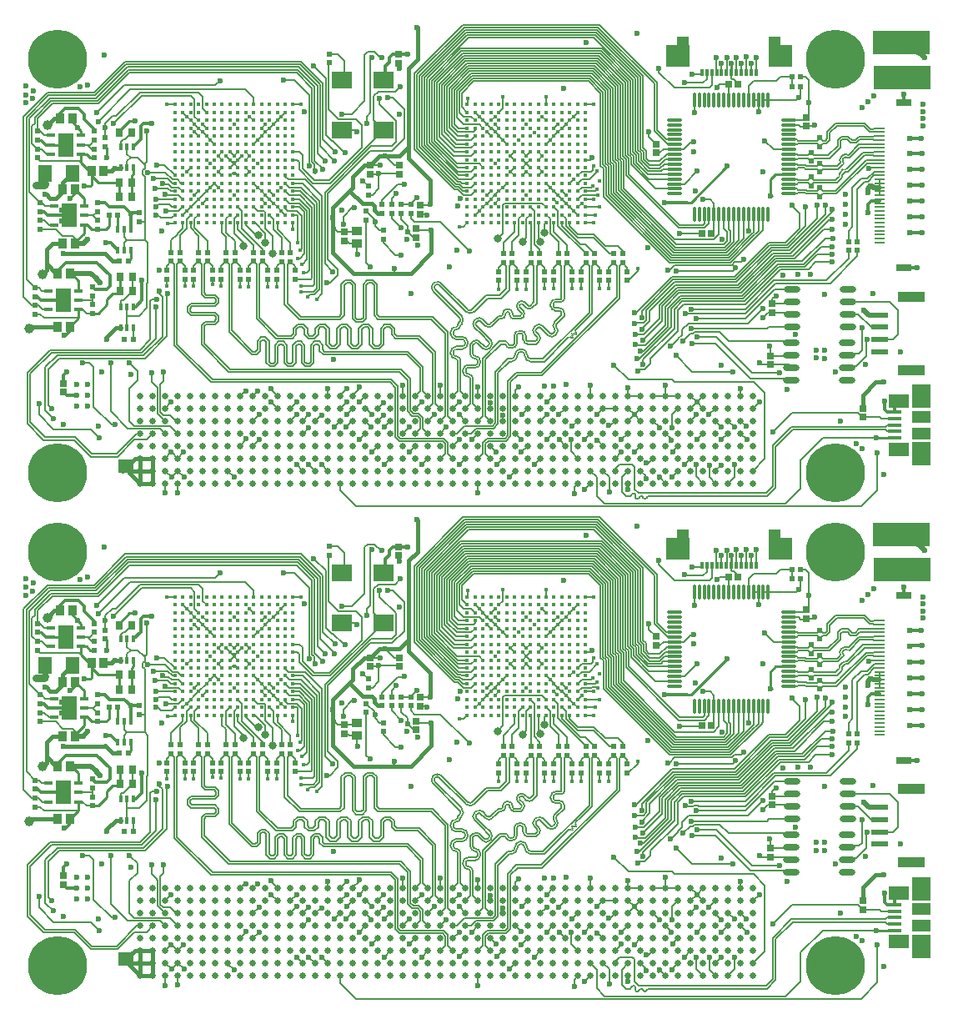
<source format=gtl>
G04 Layer_Physical_Order=1*
G04 Layer_Color=255*
%FSLAX44Y44*%
%MOMM*%
G71*
G01*
G75*
%ADD10C,0.1270*%
%ADD11R,0.5500X0.5500*%
%ADD12R,0.6400X0.6400*%
%ADD13R,0.6400X0.6400*%
%ADD14O,1.6000X0.3300*%
%ADD15O,0.3300X1.6000*%
%ADD16R,1.9000X1.1750*%
%ADD17R,1.9000X2.3750*%
%ADD18R,2.1000X1.4750*%
%ADD19R,1.3800X0.4500*%
%ADD20R,1.1000X0.2000*%
%ADD21R,1.5500X0.8000*%
%ADD22R,0.6000X0.5000*%
%ADD23R,0.5500X0.5500*%
%ADD24R,0.8000X0.9500*%
%ADD25R,0.4500X0.8000*%
%ADD26R,1.6500X2.4000*%
%ADD27O,0.9000X0.4000*%
%ADD28R,0.9500X1.0000*%
%ADD29R,1.0000X0.9500*%
%ADD30R,2.0000X1.8000*%
%ADD31C,0.4000*%
%ADD32C,0.6350*%
%ADD33R,0.3000X0.8000*%
%ADD34R,1.3000X0.8500*%
%ADD35R,2.4000X2.2000*%
%ADD36O,1.6500X0.6500*%
%ADD37R,2.7000X1.0000*%
%ADD38R,1.7000X0.6000*%
%ADD39R,1.4000X1.8000*%
%ADD40C,0.2500*%
%ADD41C,0.5000*%
%ADD42C,0.3000*%
%ADD43C,0.1500*%
%ADD44C,0.6000*%
%ADD45C,0.4000*%
%ADD46C,0.2000*%
%ADD47C,0.8000*%
%ADD48C,0.1900*%
%ADD49R,5.8000X2.4500*%
%ADD50R,1.6000X1.4000*%
%ADD51C,6.0000*%
%ADD52C,0.6000*%
%ADD53C,0.4500*%
%ADD54C,1.0000*%
%ADD55C,0.8000*%
D10*
X798340Y446928D02*
G03*
X798168Y440054I3527J-3527D01*
G01*
X782401Y427088D02*
G03*
X783865Y430625I-3536J3536D01*
G01*
D02*
G03*
X782401Y434161I-5001J0D01*
G01*
X784177Y441251D02*
G03*
X781028Y441255I-1576J-1579D01*
G01*
X791864Y433564D02*
G03*
X798937Y433564I3536J3536D01*
G01*
X800215Y434843D02*
G03*
X801680Y438379I-3536J3536D01*
G01*
D02*
G03*
X800298Y441830I-5001J0D01*
G01*
X780443Y429048D02*
G03*
X781095Y430625I-1579J1576D01*
G01*
D02*
G03*
X780447Y432197I-2231J0D01*
G01*
X777786Y441931D02*
G03*
X777786Y434858I3536J-3536D01*
G01*
X786137Y443209D02*
G03*
X779064Y443209I-3536J-3536D01*
G01*
X798258Y436803D02*
G03*
X798910Y438379I-1579J1576D01*
G01*
D02*
G03*
X798161Y440046I-2231J0D01*
G01*
X720374Y425326D02*
G03*
X717225Y425330I-1576J-1579D01*
G01*
X725142Y420558D02*
G03*
X732214Y420558I3536J3536D01*
G01*
X733493Y421837D02*
G03*
X734958Y425373I-3536J3536D01*
G01*
D02*
G03*
X733493Y428909I-5001J0D01*
G01*
X718827Y446730D02*
G03*
X718822Y443580I1577J-1577D01*
G01*
X728046Y443223D02*
G03*
X735118Y443223I3536J3536D01*
G01*
X722334Y427284D02*
G03*
X715261Y427284I-3536J-3536D01*
G01*
X731535Y423797D02*
G03*
X732188Y425373I-1579J1576D01*
G01*
D02*
G03*
X731539Y426946I-2231J0D01*
G01*
X766612Y452717D02*
G03*
X767842Y455687I-2971J2971D01*
G01*
D02*
G03*
X766612Y458658I-4201J0D01*
G01*
X769631Y461677D02*
G03*
X775572Y461677I2971J2971D01*
G01*
X767930Y467296D02*
G03*
X761989Y467296I-2971J-2971D01*
G01*
X760993Y466300D02*
G03*
X760993Y460359I2971J-2971D01*
G01*
X708314Y457705D02*
G03*
X716665Y457705I4175J4175D01*
G01*
X705610Y449095D02*
G03*
X703881Y453271I-5905J0D01*
G01*
Y444920D02*
G03*
X705610Y449095I-4175J4175D01*
G01*
X683431Y486505D02*
G03*
X675080Y486505I-4175J-4175D01*
G01*
X675080Y486505D02*
G03*
X675080Y478154I4175J-4175D01*
G01*
X814282Y431853D02*
G03*
X812666Y431853I-808J-808D01*
G01*
X814911Y431224D02*
G03*
X816528Y431224I808J808D01*
G01*
X816708Y431404D02*
G03*
X816708Y433020I-808J808D01*
G01*
X816078Y435266D02*
G03*
X816078Y433649I808J-808D01*
G01*
X817874Y435446D02*
G03*
X816258Y435446I-808J-808D01*
G01*
X818503Y434817D02*
G03*
X820120Y434817I808J808D01*
G01*
X820300Y434996D02*
G03*
X820300Y436613I-808J808D01*
G01*
X819670Y438858D02*
G03*
X819670Y437242I808J-808D01*
G01*
X1091863Y608509D02*
G03*
X1091458Y609489I-1385J0D01*
G01*
X1095891Y613922D02*
G03*
X1092198Y613927I-1849J-1849D01*
G01*
X1089958Y593530D02*
G03*
X1090363Y594510I-979J979D01*
G01*
X1089499Y615146D02*
G03*
X1088648Y608638I3808J-3808D01*
G01*
X1096742Y616732D02*
G03*
X1090234Y615881I-2700J-4659D01*
G01*
X1091455Y613185D02*
G03*
X1091458Y609489I1851J-1847D01*
G01*
X1091455Y607528D02*
G03*
X1091863Y608509I-977J982D01*
G01*
X1095891Y613922D02*
G03*
X1097847Y613920I979J979D01*
G01*
D02*
G03*
X1097852Y613925I-977J982D01*
G01*
X1087999Y598317D02*
G03*
X1087229Y594719I2394J-2394D01*
G01*
X1095161Y602651D02*
G03*
X1091563Y601881I-1205J-3163D01*
G01*
X1090363Y594510D02*
G03*
X1089954Y595492I-1385J0D01*
G01*
X1089958Y596358D02*
G03*
X1089954Y595492I435J-435D01*
G01*
D02*
G03*
X1089958Y595489I438J432D01*
G01*
X1094391Y599922D02*
G03*
X1094388Y599926I-435J-435D01*
G01*
X1096347Y599920D02*
G03*
X1096350Y599922I-977J982D01*
G01*
X1094388Y599926D02*
G03*
X1096347Y599920I983J976D01*
G01*
X1094388Y599926D02*
G03*
X1093521Y599922I-432J-438D01*
G01*
X754280Y406885D02*
G03*
X760685Y413290I0J6405D01*
G01*
X764320Y417110D02*
G03*
X760690Y413290I0J-3635D01*
G01*
X767955Y413290D02*
G03*
X774360Y406885I6405J0D01*
G01*
X767950Y413290D02*
G03*
X764320Y417110I-3630J185D01*
G01*
X754280Y409655D02*
G03*
X757915Y413290I0J3635D01*
G01*
X764320Y419880D02*
G03*
X757918Y413290I0J-6405D01*
G01*
X770722Y413290D02*
G03*
X764320Y419880I-6402J185D01*
G01*
X770725Y413290D02*
G03*
X774360Y409655I3635J0D01*
G01*
X695468Y415423D02*
G03*
X698600Y412290I3133J0D01*
G01*
X695468Y435503D02*
G03*
X698600Y432370I3133J0D01*
G01*
Y419560D02*
G03*
X695468Y416427I0J-3133D01*
G01*
X702858Y408033D02*
G03*
X698600Y412290I-4257J0D01*
G01*
Y439640D02*
G03*
X695468Y436507I0J-3133D01*
G01*
X677034Y484541D02*
G03*
X677039Y480113I2222J-2212D01*
G01*
X681472Y484546D02*
G03*
X677044Y484551I-2217J-2217D01*
G01*
X698600Y439640D02*
G03*
X702858Y443897I0J4257D01*
G01*
X704371Y419560D02*
G03*
X710274Y425463I0J5903D01*
G01*
Y426467D02*
G03*
X704371Y432370I-5903J0D01*
G01*
X692698Y415423D02*
G03*
X698600Y409520I5903J0D01*
G01*
X692698Y435503D02*
G03*
X698600Y429600I5903J0D01*
G01*
Y422330D02*
G03*
X692698Y416427I0J-5903D01*
G01*
X700088Y408033D02*
G03*
X698600Y409520I-1487J0D01*
G01*
Y442410D02*
G03*
X692698Y436507I0J-5903D01*
G01*
X698600Y442410D02*
G03*
X700088Y443897I0J1487D01*
G01*
X702840Y449095D02*
G03*
X701922Y451312I-3135J0D01*
G01*
Y446879D02*
G03*
X702840Y449095I-2217J2217D01*
G01*
X704371Y422330D02*
G03*
X707504Y425463I0J3133D01*
G01*
Y426467D02*
G03*
X704371Y429600I-3133J0D01*
G01*
X710273Y459663D02*
G03*
X714706Y459663I2217J2217D01*
G01*
X748461Y424615D02*
G03*
X753362Y420606I4902J992D01*
G01*
X755170D02*
G03*
X760171Y425607I0J5001D01*
G01*
X766441Y429616D02*
G03*
X771442Y424615I5001J0D01*
G01*
X762402Y435603D02*
G03*
X760171Y433372I0J-2231D01*
G01*
X766441D02*
G03*
X764210Y435603I-2231J0D01*
G01*
X779743Y439971D02*
G03*
X779740Y436821I1579J-1576D01*
G01*
X800298Y444985D02*
G03*
X800299Y441832I1579J-1576D01*
G01*
X808165Y456350D02*
G03*
X803164Y461351I-5001J-0D01*
G01*
X797177Y463582D02*
G03*
X799408Y461351I2231J0D01*
G01*
Y467621D02*
G03*
X797177Y465390I0J-2231D01*
G01*
X804901Y467621D02*
G03*
X808165Y470885I0J3264D01*
G01*
X751131Y425607D02*
G03*
X753362Y423376I2231J0D01*
G01*
X755170D02*
G03*
X757401Y425607I0J2231D01*
G01*
X751131D02*
G03*
X749353Y427385I-1778J0D01*
G01*
X769211Y429616D02*
G03*
X771442Y427385I2231J0D01*
G01*
X762402Y438373D02*
G03*
X757401Y433372I0J-5001D01*
G01*
X769211D02*
G03*
X764210Y438373I-5001J0D01*
G01*
X793824Y435522D02*
G03*
X796973Y435518I1576J1579D01*
G01*
X805395Y456350D02*
G03*
X803164Y458581I-2231J0D01*
G01*
X799408Y470391D02*
G03*
X794407Y465390I0J-5001D01*
G01*
Y463582D02*
G03*
X799408Y458581I5001J0D01*
G01*
X804901Y470391D02*
G03*
X805395Y470885I0J494D01*
G01*
X710398Y400695D02*
G03*
X708167Y398464I0J-2231D01*
G01*
X715558Y389424D02*
G03*
X710557Y394425I-5001J0D01*
G01*
X708167Y396656D02*
G03*
X710398Y394425I2231J0D01*
G01*
X717947Y400695D02*
G03*
X722948Y405696I0J5001D01*
G01*
X715558Y414736D02*
G03*
X717789Y412505I2231J0D01*
G01*
X722948Y407504D02*
G03*
X717947Y412505I-5001J0D01*
G01*
X720106Y448010D02*
G03*
X720105Y448009I1576J-1579D01*
G01*
X723260Y448009D02*
G03*
X720106Y448010I-1577J-1578D01*
G01*
X752901Y454586D02*
G03*
X757102Y450385I4201J0D01*
G01*
X744430D02*
G03*
X748631Y454586I0J4201D01*
G01*
X752901Y456025D02*
G03*
X751470Y457456I-1431J0D01*
G01*
X750062D02*
G03*
X748631Y456025I0J-1431D01*
G01*
X762952Y464342D02*
G03*
X762952Y462318I1012J-1012D01*
G01*
X765971Y465337D02*
G03*
X763948Y465337I-1012J-1012D01*
G01*
X710398Y403465D02*
G03*
X705397Y398464I0J-5001D01*
G01*
X712788Y389424D02*
G03*
X710557Y391655I-2231J0D01*
G01*
X705397Y396656D02*
G03*
X710398Y391655I5001J0D01*
G01*
X717947Y403465D02*
G03*
X720178Y405696I0J2231D01*
G01*
X712788Y414736D02*
G03*
X717789Y409735I5001J0D01*
G01*
X720178Y407504D02*
G03*
X717947Y409735I-2231J0D01*
G01*
X716868Y448689D02*
G03*
X716868Y441617I3536J-3536D01*
G01*
X725219Y449968D02*
G03*
X718146Y449968I-3536J-3536D01*
G01*
X727102Y422516D02*
G03*
X730251Y422512I1576J1579D01*
G01*
X730006Y445181D02*
G03*
X733155Y445177I1576J1579D01*
G01*
X744430Y453155D02*
G03*
X745861Y454586I0J1431D01*
G01*
X750062Y460226D02*
G03*
X745861Y456025I0J-4201D01*
G01*
X755671Y454586D02*
G03*
X757102Y453155I1431J0D01*
G01*
X755671Y456025D02*
G03*
X751470Y460226I-4201J0D01*
G01*
X764653Y454675D02*
G03*
X765072Y455687I-1012J1012D01*
G01*
D02*
G03*
X764653Y456699I-1431J0D01*
G01*
X771590Y463636D02*
G03*
X773614Y463636I1012J1012D01*
G01*
X797780Y571885D02*
X801780Y567885D01*
X1116278Y589383D02*
X1122780Y595885D01*
X1113282Y589383D02*
X1116278D01*
X1115938Y592635D02*
X1123188Y599885D01*
X1109530Y592635D02*
X1115938D01*
X1105784Y581885D02*
X1113282Y589383D01*
X1100780Y583885D02*
X1109530Y592635D01*
X512880Y541193D02*
Y546258D01*
Y541193D02*
X521080Y532993D01*
Y517585D02*
Y532993D01*
X530080Y517585D02*
Y527585D01*
X516780Y540885D02*
X530080Y527585D01*
X516780Y540885D02*
Y547885D01*
X834280Y611885D02*
X836280Y613885D01*
X829780Y611885D02*
X834280D01*
X449613Y385885D02*
X631338D01*
X450760Y388655D02*
X632485D01*
X639358Y378000D02*
Y381782D01*
X632485Y388655D02*
X639358Y381782D01*
X641760Y329155D02*
X685579D01*
X639243Y377885D02*
X639358Y378000D01*
X639243Y331672D02*
Y377885D01*
X690043Y313915D02*
X695123Y308835D01*
X690043Y313915D02*
Y324691D01*
X639243Y331672D02*
X641760Y329155D01*
X685579D02*
X690043Y324691D01*
X423180Y499785D02*
Y503785D01*
X418180Y508785D02*
X423180Y503785D01*
X415065Y505670D02*
X418180Y508785D01*
X415065Y424350D02*
Y505670D01*
Y424350D02*
X450760Y388655D01*
X636740Y330583D02*
Y330583D01*
X636703Y330620D02*
X636740Y330583D01*
X640708Y326615D02*
X684527D01*
X636588Y378000D02*
Y380635D01*
X636703Y330620D02*
Y377885D01*
X687503Y313915D02*
Y323639D01*
X682423Y308835D02*
X687503Y313915D01*
X636740Y330583D02*
X640708Y326615D01*
X684527D02*
X687503Y323639D01*
X409180Y508785D02*
X412295Y505670D01*
X404180Y503785D02*
X409180Y508785D01*
X404180Y499785D02*
Y503785D01*
X631338Y385885D02*
X636588Y380635D01*
Y378000D02*
X636703Y377885D01*
X412295Y423203D02*
Y505670D01*
Y423203D02*
X449613Y385885D01*
X649288Y378000D02*
Y388377D01*
X652058Y378000D02*
Y389524D01*
X641050Y396615D02*
X649288Y388377D01*
X642197Y399385D02*
X652058Y389524D01*
X467633Y396615D02*
X641050D01*
X468780Y399385D02*
X642197D01*
X439995Y424253D02*
X467633Y396615D01*
X442765Y425400D02*
X468780Y399385D01*
X439995Y424253D02*
Y442959D01*
X442765Y425400D02*
Y442959D01*
X442765Y442959D02*
X444666Y444860D01*
X453851D01*
X457375Y448383D01*
Y453147D01*
X453851Y456670D02*
X457375Y453147D01*
X430056Y456670D02*
X453851D01*
X428155Y458571D02*
X430056Y456670D01*
X428155Y458571D02*
Y461039D01*
X430056Y462940D01*
X453851D01*
X457375Y466463D01*
Y471227D01*
X453851Y474750D02*
X457375Y471227D01*
X444666Y474750D02*
X453851D01*
X442765Y476651D02*
X444666Y474750D01*
X442765Y476651D02*
X442765Y505570D01*
X674688Y379500D02*
Y415477D01*
X677458Y379500D02*
Y416624D01*
X659780Y430385D02*
X674688Y415477D01*
X660927Y433155D02*
X677458Y416624D01*
X636898Y430385D02*
X659780D01*
X638046Y433155D02*
X660927D01*
X632775Y434508D02*
X636898Y430385D01*
X635545Y435656D02*
X638046Y433155D01*
X632775Y434508D02*
Y439463D01*
X635545Y435656D02*
Y440611D01*
X630274Y441964D02*
X632775Y439463D01*
X631422Y444734D02*
X635545Y440611D01*
X627006Y441964D02*
X630274D01*
X625858Y444734D02*
X631422D01*
X624505Y439463D02*
X627006Y441964D01*
X621735Y440611D02*
X625858Y444734D01*
X624505Y424239D02*
Y439463D01*
X621735Y425386D02*
Y440611D01*
X620382Y420116D02*
X624505Y424239D01*
X619234Y422886D02*
X621735Y425386D01*
X614818Y420116D02*
X620382D01*
X615965Y422886D02*
X619234D01*
X610695Y424239D02*
X614818Y420116D01*
X613465Y425386D02*
X615965Y422886D01*
X610695Y424239D02*
Y439463D01*
X613465Y425386D02*
Y440611D01*
X608194Y441964D02*
X610695Y439463D01*
X609342Y444734D02*
X613465Y440611D01*
X604926Y441964D02*
X608194D01*
X603778Y444734D02*
X609342D01*
X602425Y439463D02*
X604926Y441964D01*
X599655Y440611D02*
X603778Y444734D01*
X602425Y424239D02*
Y439463D01*
X599655Y425386D02*
Y440611D01*
X598302Y420116D02*
X602425Y424239D01*
X597154Y422886D02*
X599655Y425386D01*
X592738Y420116D02*
X598302D01*
X593886Y422886D02*
X597154D01*
X588615Y424239D02*
X592738Y420116D01*
X591385Y425386D02*
X593886Y422886D01*
X588615Y424239D02*
Y439463D01*
X591385Y425386D02*
Y440611D01*
X586114Y441964D02*
X588615Y439463D01*
X587262Y444734D02*
X591385Y440611D01*
X582846Y441964D02*
X586114D01*
X581698Y444734D02*
X587262D01*
X580345Y439463D02*
X582846Y441964D01*
X577575Y440611D02*
X581698Y444734D01*
X580345Y424239D02*
Y439463D01*
X577575Y425386D02*
Y440611D01*
X576222Y420116D02*
X580345Y424239D01*
X575074Y422886D02*
X577575Y425386D01*
X570658Y420116D02*
X576222D01*
X571806Y422886D02*
X575074D01*
X566535Y424239D02*
X570658Y420116D01*
X569305Y425386D02*
X571806Y422886D01*
X566535Y424239D02*
Y439463D01*
X569305Y425386D02*
Y440611D01*
X564034Y441964D02*
X566535Y439463D01*
X565182Y444734D02*
X569305Y440611D01*
X560766Y441964D02*
X564034D01*
X559618Y444734D02*
X565182D01*
X558265Y439463D02*
X560766Y441964D01*
X555495Y440611D02*
X559618Y444734D01*
X558265Y434508D02*
Y439463D01*
X555495Y435656D02*
Y440611D01*
X554142Y430385D02*
X558265Y434508D01*
X552994Y433155D02*
X555495Y435656D01*
X548578Y430385D02*
X554142D01*
X549726Y433155D02*
X552994D01*
X544455Y434508D02*
X548578Y430385D01*
X547225Y435656D02*
X549726Y433155D01*
X544455Y434508D02*
Y439463D01*
X547225Y435656D02*
Y440611D01*
X541954Y441964D02*
X544455Y439463D01*
X543102Y444734D02*
X547225Y440611D01*
X538686Y441964D02*
X541954D01*
X537538Y444734D02*
X543102D01*
X536185Y439463D02*
X538686Y441964D01*
X533415Y440611D02*
X537538Y444734D01*
X536185Y434508D02*
Y439463D01*
X533415Y435656D02*
Y440611D01*
X532062Y430385D02*
X536185Y434508D01*
X530914Y433155D02*
X533415Y435656D01*
X515863Y430385D02*
X532062D01*
X517010Y433155D02*
X530914D01*
X495895Y450353D02*
X515863Y430385D01*
X498665Y451500D02*
X517010Y433155D01*
X495895Y450353D02*
Y505570D01*
X498665Y451500D02*
Y505570D01*
X476780Y611885D02*
X480780Y615885D01*
X476780Y611885D02*
X476780D01*
X472780Y607885D02*
X472780Y607886D01*
X474780Y597885D02*
X476780Y595885D01*
X468780D02*
X470780Y597885D01*
X468780Y595885D02*
X468780D01*
X480780Y615885D02*
Y615885D01*
X468780Y619885D02*
X472780Y615885D01*
X476780Y619885D01*
X472780Y615885D02*
Y615885D01*
X452780Y587885D02*
X456780Y583885D01*
X452780Y587885D02*
Y587885D01*
X436780Y571885D02*
X444780Y579885D01*
X432780Y639885D02*
X436780Y635885D01*
X432780Y639885D02*
Y639885D01*
X512280Y516885D02*
Y534885D01*
X504780Y527885D02*
Y537237D01*
X872780Y488885D02*
X882780Y498885D01*
X536780Y559885D02*
X541960Y554705D01*
Y522065D02*
Y554705D01*
X540280Y520385D02*
X541960Y522065D01*
X539700Y511885D02*
X544500Y516685D01*
Y558757D01*
X539372Y563885D02*
X544500Y558757D01*
X542540Y505885D02*
X547040Y510385D01*
Y559809D01*
X539059Y567790D02*
X547040Y559809D01*
X547080Y497385D02*
X549580Y499885D01*
Y561585D01*
X539280Y571885D02*
X549580Y561585D01*
X550820Y490585D02*
X552120Y491885D01*
Y563545D01*
X539780Y575885D02*
X552120Y563545D01*
X552930Y483885D02*
X554660Y485615D01*
Y565505D01*
X540280Y579885D02*
X554660Y565505D01*
X541280Y583885D02*
X557200Y567965D01*
Y481305D02*
Y567965D01*
X553280Y477385D02*
X557200Y481305D01*
X542280Y587885D02*
X559740Y570425D01*
Y480253D02*
Y570425D01*
X554332Y474845D02*
X559740Y480253D01*
X551935Y585230D02*
X562280Y574885D01*
Y475690D02*
Y574885D01*
X556780Y470190D02*
X562280Y475690D01*
X532780Y541385D02*
Y547885D01*
X541780Y505885D02*
X542540D01*
X691340Y684656D02*
X711094Y704410D01*
X691340Y644325D02*
Y684656D01*
Y644325D02*
X699780Y635885D01*
X688800Y641865D02*
X698780Y631885D01*
X688800Y641865D02*
Y685708D01*
X710042Y706950D01*
X686260Y686760D02*
X708990Y709490D01*
X686260Y639905D02*
Y686760D01*
Y639905D02*
X698280Y627885D01*
X683720Y637445D02*
X697280Y623885D01*
X683720Y637445D02*
Y687812D01*
X707938Y712030D01*
X681180Y688864D02*
X706886Y714570D01*
X681180Y634985D02*
Y688864D01*
Y634985D02*
X696280Y619885D01*
X678640Y633025D02*
X695780Y615885D01*
X678640Y633025D02*
Y689916D01*
X705834Y717110D01*
X676100Y690968D02*
X704782Y719650D01*
X676100Y631065D02*
Y690968D01*
Y631065D02*
X699280Y607885D01*
X673560Y630013D02*
X699688Y603885D01*
X673560Y630013D02*
Y692020D01*
X703730Y722190D01*
X671020Y693073D02*
X702678Y724730D01*
X671020Y628961D02*
Y693073D01*
Y628961D02*
X700096Y599885D01*
X668480Y627909D02*
X700504Y595885D01*
X668480Y627909D02*
Y694125D01*
X710741Y736385D01*
X665940Y695177D02*
X709688Y738925D01*
X665940Y626857D02*
Y695177D01*
Y626857D02*
X700847Y591950D01*
X663400Y625804D02*
X699794Y589410D01*
X663400Y625804D02*
Y696229D01*
X708636Y741465D01*
X660860Y697281D02*
X707584Y744005D01*
X660860Y624752D02*
Y697281D01*
Y624752D02*
X698742Y586870D01*
X658320Y623700D02*
X697690Y584330D01*
X658320Y623700D02*
Y698333D01*
X706532Y746545D01*
X655780Y699385D02*
X705480Y749085D01*
X655780Y622463D02*
Y699385D01*
Y622463D02*
X696453Y581790D01*
X694120Y683844D02*
X712146Y701870D01*
X694120Y646045D02*
Y683844D01*
Y646045D02*
X700280Y639885D01*
X696660Y682792D02*
X713198Y699330D01*
X696660Y648005D02*
Y682792D01*
Y648005D02*
X700780Y643885D01*
X699200Y681739D02*
X714251Y696790D01*
X699200Y654465D02*
Y681739D01*
Y654465D02*
X705780Y647885D01*
X701740Y680687D02*
X715303Y694250D01*
X701740Y659925D02*
Y680687D01*
Y659925D02*
X705780Y655885D01*
X704280Y679635D02*
X716355Y691710D01*
X704280Y665385D02*
Y679635D01*
Y665385D02*
X709780Y659885D01*
X705780Y647885D02*
X721780D01*
X705780Y655885D02*
X713780D01*
X710280Y668385D02*
Y674385D01*
X709780Y667885D02*
X710280Y668385D01*
X551680Y585230D02*
X551935D01*
X545025Y591885D02*
X551680Y585230D01*
X527780Y591885D02*
X545025D01*
X532780Y587885D02*
X542280D01*
X584780Y692685D02*
Y712385D01*
X527280Y559885D02*
X536780D01*
X532780Y547885D02*
X532780Y547885D01*
X468780Y603885D02*
X472780Y607885D01*
X800933Y568538D02*
X801586Y567885D01*
X801780D01*
X699812Y581790D02*
X705717Y575885D01*
X705309Y579885D02*
X709780D01*
X700864Y584330D02*
X705309Y579885D01*
X704996Y583790D02*
X713685D01*
X701916Y586870D02*
X704996Y583790D01*
X704493Y587885D02*
X709780D01*
X702968Y589410D02*
X704493Y587885D01*
X705717Y575885D02*
X713780D01*
X704085Y591885D02*
X713780D01*
X704020Y591950D02*
X704085Y591885D01*
X700847Y591950D02*
X704020D01*
X699794Y589410D02*
X702968D01*
X698742Y586870D02*
X701916D01*
X697690Y584330D02*
X700864D01*
X696453Y581790D02*
X699812D01*
X713780Y591885D02*
X717780Y595885D01*
X700504D02*
X709780D01*
X740280Y531885D02*
X745780Y537385D01*
Y565885D01*
X747780Y567885D01*
X785780D01*
X789780Y563885D01*
X765780Y528385D02*
X769780Y532385D01*
Y551885D01*
X773780Y555885D01*
X787875Y545980D02*
X789780Y547885D01*
X787875Y537900D02*
Y545980D01*
X781780Y530885D02*
X783780Y528885D01*
X781780Y530885D02*
Y547885D01*
X802280Y516385D02*
Y528385D01*
X793780Y536885D02*
Y551885D01*
Y536885D02*
X802280Y528385D01*
X811280Y516385D02*
Y525385D01*
X797780Y538885D02*
Y547885D01*
Y538885D02*
X811280Y525385D01*
X777780Y526385D02*
Y559885D01*
Y526385D02*
X783280Y520885D01*
Y516385D02*
Y520885D01*
X504780Y542385D02*
X512280Y534885D01*
X494132Y547885D02*
X504780Y537237D01*
X492780Y547885D02*
X494132D01*
X495188Y535385D02*
X497780D01*
X484780Y545793D02*
X495188Y535385D01*
X484780Y545793D02*
Y547885D01*
X480875Y541690D02*
X501780Y520785D01*
X480875Y541690D02*
Y549502D01*
X492780Y517685D02*
Y525285D01*
X476780Y541285D02*
X492780Y525285D01*
X476780Y541285D02*
Y547885D01*
X504780Y542385D02*
Y558385D01*
X503280Y559885D02*
X504780Y558385D01*
X496780Y559885D02*
X503280D01*
X492780Y563885D02*
X496780Y559885D01*
X482280Y524385D02*
Y527385D01*
X472780Y536885D02*
X482280Y527385D01*
X472780Y536885D02*
Y551885D01*
X476780Y555885D01*
X716355Y691710D02*
X832855D01*
X715303Y694250D02*
X833907D01*
X714251Y696790D02*
X834959D01*
X713198Y699330D02*
X836011D01*
X712146Y701870D02*
X837063D01*
X711094Y704410D02*
X838115D01*
X710042Y706950D02*
X839168D01*
X708990Y709490D02*
X840220D01*
X707938Y712030D02*
X841272D01*
X706886Y714570D02*
X842324D01*
X705834Y717110D02*
X843376D01*
X704782Y719650D02*
X844428D01*
X703730Y722190D02*
X845480D01*
X702678Y724730D02*
X846532D01*
X577780Y719385D02*
X584780Y712385D01*
X569780Y719385D02*
X577780D01*
X846532Y724730D02*
X878120Y693142D01*
X845480Y722190D02*
X875580Y692090D01*
X844428Y719650D02*
X873040Y691038D01*
X843376Y717110D02*
X870500Y689986D01*
X842324Y714570D02*
X867960Y688934D01*
X841272Y712030D02*
X865420Y687882D01*
X840220Y709490D02*
X862880Y686830D01*
X839168Y706950D02*
X860340Y685778D01*
X838115Y704410D02*
X857800Y684725D01*
X837063Y701870D02*
X855260Y683673D01*
X836011Y699330D02*
X852720Y682621D01*
X834959Y696790D02*
X850180Y681569D01*
X833907Y694250D02*
X847640Y680517D01*
X832855Y691710D02*
X845100Y679465D01*
X847935Y574493D02*
Y603106D01*
X850475Y575545D02*
Y604158D01*
X853015Y576597D02*
Y605210D01*
X855555Y577649D02*
Y606262D01*
X858095Y578702D02*
Y607314D01*
X860635Y579754D02*
Y608367D01*
X863175Y580806D02*
Y609419D01*
X865715Y581858D02*
Y610471D01*
X868255Y582910D02*
X920280Y530885D01*
X868255Y582910D02*
Y611523D01*
X924872Y545885D02*
X948780D01*
X873335Y597422D02*
X924872Y545885D01*
X873335Y597422D02*
Y613627D01*
X924280Y542885D02*
X950780D01*
X870795Y596370D02*
X924280Y542885D01*
X870795Y596370D02*
Y612575D01*
X950780Y542885D02*
X955280Y547385D01*
X948780Y545885D02*
X950280Y547385D01*
X870500Y616462D02*
X873335Y613627D01*
X867960Y615410D02*
X870795Y612575D01*
X865420Y614358D02*
X868255Y611523D01*
X862880Y613306D02*
X865715Y610471D01*
X860340Y612254D02*
X863175Y609419D01*
X857800Y611202D02*
X860635Y608367D01*
X855260Y610149D02*
X858095Y607314D01*
X852720Y609097D02*
X855555Y606262D01*
X850180Y608045D02*
X853015Y605210D01*
X847640Y606993D02*
X850475Y604158D01*
X845100Y605941D02*
X847935Y603106D01*
X825780Y591885D02*
X833780D01*
X841780Y599885D02*
Y600385D01*
X833780Y591885D02*
X841780Y599885D01*
X837625Y601730D02*
Y605230D01*
X838280Y605885D01*
X835780Y599885D02*
X837625Y601730D01*
X841780Y600385D02*
X841780D01*
X888575Y612498D02*
X894642Y606431D01*
X880955Y609342D02*
X892912Y597385D01*
X878415Y608289D02*
X894320Y592385D01*
X875875Y607237D02*
X900727Y582385D01*
X845100Y605941D02*
Y679465D01*
X888280Y623827D02*
Y697351D01*
Y623827D02*
X891115Y620992D01*
Y613550D02*
Y620992D01*
X885740Y622775D02*
Y696299D01*
Y622775D02*
X888575Y619940D01*
Y612498D02*
Y619940D01*
X883200Y621722D02*
Y695246D01*
Y621722D02*
X886035Y618887D01*
Y611446D02*
Y618887D01*
X880660Y620670D02*
Y694194D01*
Y620670D02*
X883495Y617835D01*
Y610394D02*
Y617835D01*
X878120Y619618D02*
Y693142D01*
Y619618D02*
X880955Y616783D01*
Y609342D02*
Y616783D01*
X875580Y618566D02*
Y692090D01*
Y618566D02*
X878415Y615731D01*
Y608289D02*
Y615731D01*
X873040Y617514D02*
Y691038D01*
Y617514D02*
X875875Y614679D01*
Y607237D02*
Y614679D01*
X870500Y616462D02*
Y689986D01*
X867960Y615410D02*
Y688934D01*
X865420Y614358D02*
Y687882D01*
X862880Y613306D02*
Y686830D01*
X860340Y612254D02*
Y685778D01*
X857800Y611202D02*
Y684725D01*
X855260Y610149D02*
Y683673D01*
X852720Y609097D02*
Y682621D01*
X850180Y608045D02*
Y681569D01*
X847640Y606993D02*
Y680517D01*
X894642Y606431D02*
X904826D01*
X894550Y602931D02*
X905234D01*
X893504Y600385D02*
X906280D01*
X912188Y617385D02*
X919780D01*
X904826Y606431D02*
X910780Y612385D01*
X919780D01*
X905234Y602931D02*
X909688Y607385D01*
X919780D01*
X906280Y600385D02*
X908280Y602385D01*
X919780D01*
X899510Y641063D02*
Y689713D01*
Y641063D02*
X913188Y627385D01*
X919780D01*
X902280Y641885D02*
X911780Y632385D01*
X902280Y641885D02*
Y690535D01*
X911780Y632385D02*
X919780D01*
X835780Y583885D02*
X837280Y585385D01*
X839940Y579885D02*
X841710Y581655D01*
X842125Y576040D02*
X842280Y575885D01*
X829780Y579885D02*
X839940D01*
X836059Y576040D02*
X842125D01*
X835904Y575885D02*
X836059Y576040D01*
X825780Y575885D02*
X835904D01*
X829780Y571885D02*
X837780D01*
X813780Y587885D02*
X817780Y591885D01*
X741280Y480385D02*
Y489385D01*
X882780Y498885D02*
Y501385D01*
X864165Y471353D02*
Y504270D01*
X861395Y472500D02*
Y504270D01*
X1104780Y529894D02*
X1105784Y528890D01*
X1096780Y539885D02*
X1100780Y543885D01*
X1096780Y528885D02*
Y539885D01*
X713780Y575885D02*
X717780Y579885D01*
X713685Y583790D02*
X717780Y587885D01*
X713780Y599885D02*
X717780Y603885D01*
X700096Y599885D02*
X713780D01*
X699688Y603885D02*
X709780D01*
X721780Y607885D02*
X725780Y603885D01*
X699280Y607885D02*
X721780D01*
X713780Y615885D02*
X717780Y619885D01*
X695780Y615885D02*
X713780D01*
X696280Y619885D02*
X709780D01*
X713780Y623885D02*
X717780Y627885D01*
X697280Y623885D02*
X713780D01*
X698280Y627885D02*
X709780D01*
X713780Y631885D02*
X717780Y635885D01*
X698780Y631885D02*
X713780D01*
X699780Y635885D02*
X709780D01*
X717780Y641885D02*
Y643885D01*
X715780Y639885D02*
X717780Y641885D01*
X700280Y639885D02*
X715780D01*
X700780Y643885D02*
X709780D01*
X721780Y647885D02*
X725780Y643885D01*
X713780Y655885D02*
X717780Y651885D01*
X867280Y516385D02*
Y519385D01*
X862280Y524385D02*
X867280Y519385D01*
X849780Y524385D02*
X862280D01*
X838280Y535885D02*
X849780Y524385D01*
X822280Y535885D02*
X838280D01*
X813780Y544385D02*
X822280Y535885D01*
X813780Y544385D02*
Y547885D01*
X805780Y555885D02*
X809780Y551885D01*
Y544385D02*
Y551885D01*
Y544385D02*
X821780Y532385D01*
X837780D01*
X853780Y516385D01*
X858280D01*
X829780Y525885D02*
X839280Y516385D01*
X824372Y525885D02*
X829780D01*
X805780Y544477D02*
X824372Y525885D01*
X805780Y544477D02*
Y547885D01*
X797780Y563885D02*
X801780Y559885D01*
Y544885D02*
Y559885D01*
Y544885D02*
X830280Y516385D01*
X789780Y555885D02*
X793780Y551885D01*
X773780Y563885D02*
X777780Y559885D01*
X773780Y547885D02*
X774280Y547385D01*
Y516385D02*
Y547385D01*
X761875Y551980D02*
X765780Y555885D01*
X761875Y534980D02*
Y551980D01*
X755280Y528385D02*
X761875Y534980D01*
X755280Y516385D02*
Y528385D01*
X757780Y538885D02*
Y547885D01*
X746280Y527385D02*
X757780Y538885D01*
X746280Y516385D02*
Y527385D01*
X436880Y517685D02*
Y534685D01*
X428780Y542785D02*
X436880Y534685D01*
X428780Y542785D02*
Y547885D01*
X445880Y517685D02*
Y529685D01*
X464680Y517685D02*
Y533885D01*
X460780Y537785D02*
X464680Y533885D01*
X460780Y537785D02*
Y547885D01*
X473680Y517685D02*
Y529385D01*
X501780Y517685D02*
Y520785D01*
X476780Y563885D02*
X480880Y559785D01*
X480875Y549502D02*
X480880Y549507D01*
Y554263D01*
X480875Y554268D02*
X480880Y554263D01*
X480875Y554268D02*
Y557503D01*
X480880Y557508D01*
Y559785D01*
X464875Y538190D02*
Y551980D01*
Y538190D02*
X473680Y529385D01*
X464875Y551980D02*
X468780Y555885D01*
X432875Y542690D02*
Y551980D01*
Y542690D02*
X445880Y529685D01*
X432875Y551980D02*
X436780Y555885D01*
X418180Y535584D02*
X424685Y542089D01*
Y551790D01*
X418180Y517785D02*
Y535584D01*
X424685Y551790D02*
X428780Y555885D01*
X420780Y541776D02*
Y547885D01*
X415640Y536636D02*
X420780Y541776D01*
X415640Y536445D02*
Y536636D01*
X409180Y529985D02*
X415640Y536445D01*
X409180Y517785D02*
Y529985D01*
X508780Y555885D02*
X512875Y551790D01*
Y546263D02*
Y551790D01*
Y546263D02*
X512880Y546258D01*
X404780Y667885D02*
X412780D01*
X436780Y635885D02*
Y635885D01*
X432780Y639885D02*
X436780Y635885D01*
X460780Y619885D02*
Y619885D01*
X456780Y599885D02*
X460780Y595885D01*
X456780Y599885D02*
X460780Y603885D01*
X484780Y595885D02*
X484780D01*
X484780Y603885D02*
X484780D01*
X484780Y611885D02*
X484780D01*
X488780Y615885D01*
X484780Y619885D02*
X488780Y615885D01*
X436780Y579885D02*
Y579885D01*
X432780Y575885D02*
X436780Y579885D01*
X532780Y667885D02*
X540780D01*
X420780Y659885D02*
X424780Y655885D01*
X428780Y651885D01*
X432780Y647885D01*
X436780Y643885D01*
X440780Y639885D01*
X444780Y635885D01*
X448780Y631885D01*
X452780Y627885D01*
X468780Y603885D02*
X468780D01*
X444780Y579885D02*
X444780D01*
X448780Y583885D01*
X452780Y587885D01*
X428780Y563885D02*
X428780D01*
X432780Y567885D01*
Y567885D01*
X436780Y571885D01*
X420780Y555885D02*
X420780D01*
X424780Y559885D01*
X428780Y563885D01*
X520780Y559885D02*
X524780Y555885D01*
X516780Y563885D02*
X520780Y559885D01*
X512780Y567885D02*
X516780Y563885D01*
X508780Y571885D02*
X512780Y567885D01*
X492780Y627885D02*
X492780D01*
X496780Y631885D01*
Y631885D01*
X500780Y635885D01*
X500780D01*
X504780Y639885D01*
Y639885D01*
X508780Y643885D01*
X516780Y651885D02*
Y651885D01*
X512780Y647885D02*
X516780Y651885D01*
X508780Y643885D02*
X508780D01*
X512780Y647885D01*
X516780Y651885D02*
X516780D01*
X520780Y655885D01*
X524780Y659885D02*
Y659885D01*
X520780Y655885D02*
X524780Y659885D01*
X444780Y571885D02*
Y571885D01*
X440780Y567885D02*
X444780Y571885D01*
X500780Y571885D02*
X504780Y567885D01*
X476780Y619885D02*
Y619885D01*
X472780Y615885D02*
X476780Y619885D01*
X444780Y643885D02*
X444780D01*
X440780Y647885D02*
X444780Y643885D01*
X500780D02*
X500780D01*
X504780Y647885D01*
X508780Y579885D02*
X512780Y575885D01*
X805780Y579885D02*
X809780Y575885D01*
X797780Y643885D02*
X801780Y647885D01*
X797780Y643885D02*
X797780D01*
X737780Y647885D02*
X741780Y643885D01*
X741780D01*
X769780Y615885D02*
X773780Y619885D01*
Y619885D01*
X765780D02*
X769780Y615885D01*
X737780Y567885D02*
X741780Y571885D01*
Y571885D01*
X769780Y599885D02*
X773780Y595885D01*
X765780D02*
X769780Y599885D01*
X765780Y595885D02*
X765780D01*
X817780Y655885D02*
X821780Y659885D01*
Y659885D01*
X813780Y651885D02*
X817780Y655885D01*
X813780Y651885D02*
X813780D01*
X805780Y643885D02*
X809780Y647885D01*
X805780Y643885D02*
X805780D01*
X809780Y647885D02*
X813780Y651885D01*
Y651885D01*
X801780Y639885D02*
X805780Y643885D01*
X801780Y639885D02*
Y639885D01*
X797780Y635885D02*
X801780Y639885D01*
X797780Y635885D02*
X797780D01*
X793780Y631885D02*
X797780Y635885D01*
X793780Y631885D02*
Y631885D01*
X789780Y627885D02*
X793780Y631885D01*
X789780Y627885D02*
X789780D01*
X789780Y587885D02*
X793780Y583885D01*
X817780Y559885D02*
X821780Y555885D01*
X721780Y559885D02*
X725780Y563885D01*
X717780Y555885D02*
X721780Y559885D01*
X717780Y555885D02*
X717780D01*
X729780Y567885D02*
Y567885D01*
X725780Y563885D02*
X729780Y567885D01*
X725780Y563885D02*
X725780D01*
X745780Y583885D02*
X749780Y587885D01*
Y587885D01*
X741780Y579885D02*
X745780Y583885D01*
X741780Y579885D02*
X741780D01*
X769780Y607885D02*
X773780Y611885D01*
Y611885D01*
X769780Y607885D02*
X773780Y603885D01*
X765780D02*
X769780Y607885D01*
X765780Y603885D02*
X765780D01*
X765780Y611885D02*
X769780Y607885D01*
X745780Y631885D02*
X749780Y627885D01*
X717780Y659885D02*
X721780Y655885D01*
X829780Y667885D02*
X837780D01*
X829780Y547885D02*
X837780D01*
X729780Y575885D02*
X733780Y579885D01*
Y579885D01*
X781780Y611885D02*
X781780D01*
Y603885D02*
X785780Y599885D01*
X781780Y603885D02*
X781780D01*
Y595885D02*
X785780Y599885D01*
X781780Y595885D02*
X781780D01*
X753780Y599885D02*
X757780Y603885D01*
X753780Y599885D02*
X757780Y595885D01*
X753780Y615885D02*
X757780Y611885D01*
X753780Y615885D02*
X757780Y619885D01*
Y619885D01*
X729780Y639885D02*
X733780Y635885D01*
Y635885D02*
Y635885D01*
X541280Y477385D02*
X553280D01*
X541280Y483885D02*
X552930D01*
X537780Y511885D02*
X539700D01*
X524780Y562385D02*
X527280Y559885D01*
X524780Y562385D02*
Y563885D01*
X532780D02*
X539372D01*
X528875Y567790D02*
X539059D01*
X524780Y571885D02*
X528875Y567790D01*
X547780Y472385D02*
X550240Y474845D01*
X554332D01*
X535080Y490585D02*
X550820D01*
X543780Y497385D02*
X547080D01*
X532780Y571885D02*
X539280D01*
X528780Y575885D02*
X539780D01*
X524780Y579885D02*
X528780Y575885D01*
X532780Y579885D02*
X540280D01*
X528780Y583885D02*
X541280D01*
X524780Y587885D02*
X528780Y583885D01*
X524780Y594885D02*
X527780Y591885D01*
X524780Y594885D02*
Y595885D01*
X651943Y357531D02*
Y377885D01*
X652058Y378000D01*
X649288Y378000D02*
X649403Y377885D01*
X662103Y339315D02*
Y349039D01*
X659127Y352015D02*
X662103Y349039D01*
X657023Y334235D02*
X662103Y339315D01*
X653867Y352015D02*
X659127D01*
X649403Y356479D02*
X653867Y352015D01*
X664643Y339315D02*
Y350091D01*
X660179Y354555D02*
X664643Y350091D01*
Y339315D02*
X669723Y334235D01*
X654919Y354555D02*
X660179D01*
X651943Y357531D02*
X654919Y354555D01*
X649403Y356479D02*
Y377885D01*
X464680Y508685D02*
X467795Y505570D01*
X470565Y505570D02*
X473680Y508685D01*
X677343Y364715D02*
X682423Y359635D01*
X677343Y364715D02*
Y379385D01*
X677458Y379500D01*
X669723Y359635D02*
X674803Y364715D01*
Y379385D01*
X674688Y379500D02*
X674803Y379385D01*
X492780Y508685D02*
X495895Y505570D01*
X498665Y505570D02*
X501780Y508685D01*
X690043Y352015D02*
X695123Y346935D01*
X690043Y352015D02*
Y377885D01*
X690158Y378000D01*
X682423Y346935D02*
X687503Y352015D01*
Y377885D01*
X687388Y378000D02*
X687503Y377885D01*
X521080Y508585D02*
X524195Y505470D01*
X526965Y505470D02*
X530080Y508585D01*
X436880Y508685D02*
X439995Y505570D01*
X442765Y505570D02*
X445880Y508685D01*
X439995Y442959D02*
Y444107D01*
X443518Y447630D01*
X452704D01*
X454605Y449531D01*
Y451999D01*
X452704Y453900D02*
X454605Y451999D01*
X428909Y453900D02*
X452704D01*
X425385Y457423D02*
X428909Y453900D01*
X425385Y457423D02*
Y462187D01*
X428909Y465710D01*
X452704D01*
X454605Y467611D01*
Y470079D01*
X452704Y471980D02*
X454605Y470079D01*
X443518Y471980D02*
X452704D01*
X439995Y475503D02*
X443518Y471980D01*
X439995Y475503D02*
Y505570D01*
X657023Y372335D02*
X661988Y377300D01*
X664758Y377300D02*
X669723Y372335D01*
X470565Y438600D02*
Y505570D01*
X467795Y437453D02*
Y505570D01*
X470565Y438600D02*
X492010Y417155D01*
X467795Y437453D02*
X490863Y414385D01*
X492010Y417155D02*
X494691Y417155D01*
X496591Y419056D01*
Y428176D01*
X500115Y431700D01*
X504878D01*
X508401Y428176D01*
Y407051D02*
Y428176D01*
Y407051D02*
X510302Y405150D01*
X512771D01*
X514671Y407051D01*
Y423867D01*
X518195Y427390D01*
X522958D01*
X526481Y423867D01*
Y407051D02*
Y423867D01*
Y407051D02*
X528382Y405150D01*
X530850D01*
X532751Y407051D01*
Y423867D01*
X536274Y427390D01*
X541038D01*
X544561Y423867D01*
Y407051D02*
Y423867D01*
Y407051D02*
X546462Y405150D01*
X548931D01*
X550831Y407051D01*
Y423867D01*
X554355Y427390D01*
X559118D01*
X562641Y423867D01*
Y419056D02*
Y423867D01*
Y419056D02*
X564542Y417155D01*
X649427Y417155D01*
X490863Y414385D02*
X495838D01*
X499361Y417908D01*
Y427029D01*
X501262Y428930D01*
X503731D01*
X505631Y427029D01*
Y405903D02*
Y427029D01*
Y405903D02*
X509155Y402380D01*
X513918D01*
X517441Y405903D01*
Y422719D01*
X519342Y424620D01*
X521810D01*
X523711Y422719D01*
Y405903D02*
Y422719D01*
Y405903D02*
X527234Y402380D01*
X531998D01*
X535521Y405903D01*
Y422719D01*
X537422Y424620D01*
X539891D01*
X541791Y422719D01*
Y405903D02*
Y422719D01*
Y405903D02*
X545314Y402380D01*
X550078D01*
X553601Y405903D01*
Y422719D01*
X555502Y424620D01*
X557971D01*
X559871Y422719D01*
Y417908D02*
Y422719D01*
Y417908D02*
X563395Y414385D01*
X648280D01*
X649427Y417155D02*
X664758Y401824D01*
X648280Y414385D02*
X661988Y400677D01*
X664758Y377300D02*
Y401824D01*
X661988Y377300D02*
Y400677D01*
X526965Y466200D02*
Y505470D01*
X524195Y465053D02*
Y505470D01*
X526965Y466200D02*
X540510Y452655D01*
X524195Y465053D02*
X539363Y449885D01*
X540510Y452655D02*
X579414Y452655D01*
X581915Y455156D01*
Y485473D01*
X586038Y489596D01*
X591602D01*
X595725Y485473D01*
Y451844D02*
Y485473D01*
Y451844D02*
X597571Y449997D01*
X602149D01*
X603995Y451844D01*
Y485473D01*
X608118Y489596D01*
X613682D01*
X617805Y485473D01*
Y455156D02*
Y485473D01*
Y455156D02*
X620306Y452655D01*
X674427Y452655D01*
X539363Y449885D02*
X580562D01*
X584685Y454008D01*
Y484325D01*
X587186Y486826D01*
X590454D01*
X592955Y484325D01*
Y450696D02*
Y484325D01*
Y450696D02*
X596424Y447227D01*
X603296D01*
X606765Y450696D01*
Y484325D01*
X609266Y486826D01*
X612534D01*
X615035Y484325D01*
Y454008D02*
Y484325D01*
Y454008D02*
X619158Y449885D01*
X673280D01*
X674427Y452655D02*
X690158Y436924D01*
X673280Y449885D02*
X687388Y435777D01*
X690158Y378000D02*
Y436924D01*
X687388Y378000D02*
Y435777D01*
X431880Y503685D02*
X436880Y508685D01*
X431880Y499685D02*
Y503685D01*
X445880Y508685D02*
X450880Y503685D01*
Y499685D02*
Y503685D01*
X459680Y503685D02*
X464680Y508685D01*
X459680Y499685D02*
Y503685D01*
X473680Y508685D02*
X478680Y503685D01*
Y499685D02*
Y503685D01*
X487780Y503685D02*
X492780Y508685D01*
X487780Y499685D02*
Y503685D01*
X501780Y508685D02*
X506780Y503685D01*
Y499685D02*
Y503685D01*
X516080Y503585D02*
X521080Y508585D01*
X516080Y499585D02*
Y503585D01*
X530080Y508585D02*
X535080Y503585D01*
Y499585D02*
Y503585D01*
X760280Y480385D02*
Y489385D01*
X769280Y480385D02*
Y489385D01*
X788280Y480885D02*
Y489385D01*
X797280Y480885D02*
Y489385D01*
X816280Y480885D02*
Y489385D01*
X825280Y480885D02*
Y489385D01*
X844280Y480885D02*
Y489385D01*
X853280Y480885D02*
Y489385D01*
X829780Y555885D02*
X829780D01*
X829780Y555885D01*
X821780Y563885D02*
X821780D01*
X825780Y567885D01*
Y567885D01*
X821780Y571885D02*
X825780Y575885D01*
X821780Y579885D02*
X825780Y583885D01*
X835780D01*
X821780Y587885D02*
X825780Y591885D01*
X829780Y563885D02*
X844280D01*
X829780Y555885D02*
X839780D01*
X825780Y599885D02*
X835780D01*
X821780Y595885D02*
X825780Y599885D01*
X968000Y700000D02*
Y710000D01*
X972999Y700001D02*
X973000Y700000D01*
X972999Y700001D02*
X973095Y700098D01*
Y715595D01*
X983000Y700000D02*
Y716000D01*
X988000Y700000D02*
Y710000D01*
X992905Y700095D02*
X993000Y700000D01*
X992905Y700095D02*
Y716095D01*
X997999Y700002D02*
X998000Y700000D01*
X997999Y700002D02*
Y709999D01*
X1003000Y700000D02*
X1003000Y700000D01*
Y716000D01*
X395403Y354555D02*
X403023Y346935D01*
X395403Y354555D02*
Y380403D01*
X413565Y346935D02*
X415723D01*
X408000Y352500D02*
X413565Y346935D01*
X401050Y352500D02*
X408000D01*
X397943Y355607D02*
X401050Y352500D01*
X432875Y655790D02*
X436780Y651885D01*
X397943Y355607D02*
Y382000D01*
X393500Y382306D02*
X395403Y380403D01*
X440000Y677000D02*
X440685Y676315D01*
Y663980D02*
X444780Y659885D01*
X397943Y339315D02*
X403023Y334235D01*
X375519Y339315D02*
X397943D01*
X408103Y341855D02*
X415723Y334235D01*
X371645Y341855D02*
X408103D01*
X375404Y339200D02*
X375519Y339315D01*
X367300Y339200D02*
X375404D01*
X530023Y359635D02*
X536273Y365885D01*
X745780Y663885D02*
Y675885D01*
X785780Y655885D02*
X789780Y651885D01*
X789780D01*
Y667885D02*
Y675885D01*
X789780Y675885D02*
X789780Y675885D01*
X403778Y575885D02*
X416780D01*
X402779Y576884D02*
X403778Y575885D01*
X416780D02*
X420780Y571885D01*
X408780Y579885D02*
X412780D01*
X392780Y582885D02*
X405780D01*
X408780Y579885D01*
X409280Y583885D02*
X416280D01*
X400279Y587884D02*
X401278Y586885D01*
X406280D02*
X409280Y583885D01*
X401278Y586885D02*
X406280D01*
X420280Y579885D02*
X420780D01*
X416280Y583885D02*
X420280Y579885D01*
X390780Y592885D02*
X405280D01*
X410280Y587885D02*
X412780D01*
X405280Y592885D02*
X410280Y587885D01*
X415280Y591885D02*
X419280Y587885D01*
X403280Y598885D02*
X410280Y591885D01*
X415280D01*
X419280Y587885D02*
X420780D01*
X394280Y606385D02*
X402280D01*
X393280Y571885D02*
X412780D01*
X393280Y563885D02*
X395780Y566385D01*
X409280Y563885D02*
X412780D01*
X395780Y566385D02*
X406780D01*
X409280Y563885D01*
X393280Y555885D02*
X395280D01*
X398280Y552885D02*
X409780D01*
X395280Y555885D02*
X398280Y552885D01*
X409780D02*
X412780Y555885D01*
X403780Y559885D02*
X416780D01*
X420780Y563885D01*
X424780Y599885D02*
X428780Y603885D01*
X802280Y507385D02*
X805395Y504270D01*
X808165Y504270D02*
X811280Y507385D01*
X728143Y352015D02*
Y386885D01*
Y352015D02*
X733223Y346935D01*
X728143Y386885D02*
X728258Y387000D01*
X725603Y352015D02*
Y386885D01*
X720523Y346935D02*
X725603Y352015D01*
X725488Y387000D02*
X725603Y386885D01*
X760658Y392885D02*
X785697D01*
X864165Y471353D01*
X720523Y308835D02*
X725603Y313915D01*
Y324691D01*
X730067Y329155D01*
X748027D01*
X751003Y332131D02*
Y383385D01*
X750888Y383500D02*
Y387032D01*
X748027Y329155D02*
X751003Y332131D01*
X750888Y387032D02*
X759511Y395655D01*
X750888Y383500D02*
X751003Y383385D01*
X759511Y395655D02*
X784550D01*
X858280Y507385D02*
X861395Y504270D01*
X728143Y313915D02*
Y323639D01*
X731119Y326615D01*
X728143Y313915D02*
X733223Y308835D01*
X731119Y326615D02*
X749079D01*
X753543Y331079D01*
Y383385D01*
X753658Y383500D01*
Y385885D02*
X760658Y392885D01*
X753658Y383500D02*
Y385885D01*
X864165Y504270D02*
X867280Y507385D01*
X784550Y395655D02*
X861395Y472500D01*
X728258Y387000D02*
Y409093D01*
X725488Y387000D02*
Y410240D01*
X728258Y409093D02*
X743780Y424615D01*
X725488Y410240D02*
X742633Y427385D01*
X779927Y424615D02*
X782401Y427088D01*
X779747Y436814D02*
X782401Y434161D01*
X784181Y441248D02*
X791862Y433567D01*
X798937Y433564D02*
X800215Y434843D01*
X778780Y427385D02*
X780440Y429044D01*
X777786Y434858D02*
X780442Y432202D01*
X777786Y441931D02*
X779064Y443209D01*
X786137D02*
X791347Y437999D01*
X796978Y435523D02*
X798254Y436799D01*
X798331Y446936D02*
X805395Y454000D01*
Y470885D02*
Y504270D01*
X712903Y364715D02*
Y386385D01*
X707823Y359635D02*
X712903Y364715D01*
X712788Y386500D02*
X712903Y386385D01*
X774280Y507385D02*
X777395Y504270D01*
X715443Y364715D02*
Y386385D01*
Y364715D02*
X720523Y359635D01*
X715443Y386385D02*
X715558Y386500D01*
X780165Y504270D02*
X783280Y507385D01*
X715558Y423663D02*
X717217Y425322D01*
X720377D02*
X725142Y420558D01*
X732214D02*
X733493Y421837D01*
X726167Y436235D02*
X733493Y428909D01*
X718825Y443577D02*
X726167Y436235D01*
X712788Y424810D02*
X715261Y427284D01*
X730256Y422517D02*
X731532Y423793D01*
X724213Y434272D02*
X731534Y426950D01*
X716870Y441614D02*
X724208Y434277D01*
X735118Y443223D02*
X738951Y447056D01*
X733159Y445182D02*
X736992Y449015D01*
X738953Y447059D02*
X742280Y450385D01*
X736995Y449017D02*
X741133Y453155D01*
X764280Y450385D02*
X766612Y452717D01*
X775572Y461677D02*
X780165Y466270D01*
X760993Y466300D02*
X761989Y467296D01*
X780165Y466270D02*
Y504270D01*
X777395Y467417D02*
Y504270D01*
X740843Y377885D02*
X740958Y378000D01*
X738303Y344831D02*
Y377885D01*
X738188Y378000D02*
X738303Y377885D01*
X695123Y334235D02*
X698933D01*
X706553Y341855D01*
X735327D01*
X738303Y344831D01*
X707823Y334235D02*
X713339D01*
X718419Y339315D01*
X736379D01*
X740843Y343779D01*
Y377885D01*
X830280Y507385D02*
X833395Y504270D01*
X836165D02*
X839280Y507385D01*
X740958Y378000D02*
Y395563D01*
X738188Y378000D02*
Y396710D01*
X740958Y395563D02*
X752280Y406885D01*
X738188Y396710D02*
X751133Y409655D01*
X786550D02*
X833395Y456500D01*
Y504270D01*
X700088Y443897D02*
Y445045D01*
X695123Y372335D02*
X700088Y377300D01*
X746280Y507385D02*
X749395Y504270D01*
X702858Y377300D02*
X707823Y372335D01*
X752165Y504270D02*
X755280Y507385D01*
X716665Y457705D02*
X730346Y471385D01*
X743812D01*
X729198Y474155D02*
X742665D01*
X743812Y471385D02*
X752165Y479738D01*
X742665Y474155D02*
X749395Y480885D01*
X752165Y479738D02*
Y504270D01*
X749395Y480885D02*
Y504270D01*
X810780Y429968D02*
X811678Y430866D01*
X812666Y431853D01*
X814282D02*
X814911Y431224D01*
X816528D02*
X816708Y431404D01*
X816078Y433649D02*
X816708Y433020D01*
X816078Y435266D02*
X816258Y435446D01*
X817874D02*
X818503Y434817D01*
X820120D02*
X820300Y434996D01*
X819670Y437242D02*
X820300Y436613D01*
X819670Y438858D02*
X825489Y444676D01*
X787697Y406885D02*
X810780Y429968D01*
X825489Y444676D02*
X836165Y455353D01*
Y504270D01*
X741280Y498385D02*
Y502385D01*
X746280Y507385D01*
X755280D02*
X760280Y502385D01*
Y498385D02*
Y502385D01*
X769280D02*
X774280Y507385D01*
X769280Y498385D02*
Y502385D01*
X783280Y507385D02*
X788280Y502385D01*
Y498385D02*
Y502385D01*
X797280Y498385D02*
Y502385D01*
X802280Y507385D01*
X811280D02*
X816280Y502385D01*
Y498385D02*
Y502385D01*
X825280Y498385D02*
Y502385D01*
X830280Y507385D01*
X839280D02*
X844280Y502385D01*
Y498385D02*
Y502385D01*
X853280Y498385D02*
Y502385D01*
X858280Y507385D01*
X867280D02*
X872280Y502385D01*
Y498385D02*
Y502385D01*
X402280Y606385D02*
X412780Y595885D01*
X432875Y655790D02*
Y673125D01*
X440685Y663980D02*
Y676315D01*
X385280Y598885D02*
X403280D01*
X872280Y489385D02*
X872780Y488885D01*
X950280Y547385D02*
Y556885D01*
X955280Y547385D02*
Y556885D01*
X987430Y334235D02*
X993780Y327885D01*
X987223Y334235D02*
X987430D01*
X967780Y327885D02*
X974130Y334235D01*
X974523D01*
Y346935D02*
X974730D01*
X980780Y340885D01*
X472780Y607885D02*
X476780Y603885D01*
X468780Y611885D02*
X471280Y609385D01*
X781780Y619885D02*
X785780Y615885D01*
X781780Y611885D02*
X785780Y615885D01*
X710741Y736385D02*
X838469D01*
X880660Y694194D01*
X709688Y738925D02*
X839521D01*
X708636Y741465D02*
X840574D01*
X707584Y744005D02*
X841626D01*
X706532Y746545D02*
X842678D01*
X705480Y749085D02*
X843730D01*
X839521Y738925D02*
X883200Y695246D01*
X840574Y741465D02*
X885740Y696299D01*
X841626Y744005D02*
X888280Y697351D01*
X842678Y746545D02*
X899510Y689713D01*
X843730Y749085D02*
X902280Y690535D01*
X920280Y530885D02*
X959874D01*
X980280Y528764D02*
Y556885D01*
X985280Y530172D02*
Y556885D01*
X990280Y531580D02*
Y556885D01*
X921593Y525980D02*
X970312D01*
X959874Y530885D02*
X965280Y536291D01*
Y556885D01*
X970312Y525980D02*
X973780Y529448D01*
X970280Y542385D02*
Y556885D01*
Y542385D02*
X973780Y538885D01*
Y529448D02*
Y538885D01*
X975280Y540977D02*
Y556885D01*
Y540977D02*
X976780Y539477D01*
Y528856D02*
Y539477D01*
X865715Y581858D02*
X921593Y525980D01*
X847935Y574493D02*
X914783Y507645D01*
X850475Y575545D02*
X915835Y510185D01*
X853015Y576597D02*
X916887Y512725D01*
X973965Y515265D02*
X990280Y531580D01*
X855555Y577649D02*
X917940Y515265D01*
X972913Y517805D02*
X985280Y530172D01*
X858095Y578702D02*
X918992Y517805D01*
X914783Y507645D02*
X977121D01*
X915835Y510185D02*
X976069D01*
X916887Y512725D02*
X975017D01*
X917940Y515265D02*
X973965D01*
X918992Y517805D02*
X972913D01*
X860635Y579754D02*
X920004Y520385D01*
X971901D01*
X980280Y528764D01*
X863175Y580806D02*
X921056Y522925D01*
X970849D01*
X976780Y528856D01*
X1064665Y577500D02*
X1067780Y574385D01*
X1070895Y577500D01*
X1035780Y577385D02*
X1044415D01*
X1045530Y578500D01*
X1053665Y577500D02*
X1064665D01*
X1045530Y578500D02*
X1052665D01*
X1053665Y577500D01*
X1122645Y607885D02*
X1128780D01*
X1122030Y608500D02*
X1122645Y607885D01*
X1053812Y581270D02*
X1054812Y580270D01*
X1064665D01*
X1067780Y583385D01*
X1044415Y582385D02*
X1045530Y581270D01*
X1035780Y582385D02*
X1044415D01*
X1045530Y581270D02*
X1053812D01*
X1067780Y583385D02*
X1070895Y580270D01*
X1122645Y611885D02*
X1128780D01*
X1122030Y611270D02*
X1122645Y611885D01*
X1045530Y591270D02*
X1055665D01*
X1044415Y592385D02*
X1045530Y591270D01*
X1035780Y592385D02*
X1044415D01*
X1055665Y591270D02*
X1058780Y594385D01*
X1061895Y591270D01*
X1122030Y619270D02*
X1122645Y619885D01*
X1128780D01*
X1055665Y588500D02*
X1058780Y585385D01*
X1061895Y588500D01*
X1035780Y587385D02*
X1044415D01*
X1045530Y588500D02*
X1055665D01*
X1044415Y587385D02*
X1045530Y588500D01*
X1122030Y616500D02*
X1122645Y615885D01*
X1128780D01*
X1053312Y606270D02*
X1054312Y605270D01*
X1064665D01*
X1067780Y608385D01*
X1044415Y607385D02*
X1045530Y606270D01*
X1035780Y607385D02*
X1044415D01*
X1045530Y606270D02*
X1053312D01*
X1067780Y608385D02*
X1070895Y605270D01*
X1122030Y627270D02*
X1122645Y627885D01*
X1128780D01*
X1044415Y602385D02*
X1045530Y603500D01*
X1064665Y602500D02*
X1067780Y599385D01*
X1035780Y602385D02*
X1044415D01*
X1045530Y603500D02*
X1052165D01*
X1053165Y602500D02*
X1064665D01*
X1052165Y603500D02*
X1053165Y602500D01*
X1067780Y599385D02*
X1070895Y602500D01*
X1122645Y623885D02*
X1128780D01*
X1122030Y624500D02*
X1122645Y623885D01*
X1070895Y605270D02*
X1085280D01*
X1070895Y602500D02*
X1086427D01*
X1089499Y615146D02*
X1090234Y615881D01*
X1061895Y588500D02*
X1084927D01*
X1089955Y593528D01*
X1089958Y596359D02*
X1093521Y599922D01*
X1097452Y634630D02*
X1097452D01*
X1100239Y631844D01*
X1103854D01*
X1107280Y635270D01*
X1098280Y629885D02*
X1099091Y629074D01*
X1105001D01*
X1108427Y632500D01*
X1045530Y616270D02*
X1055665D01*
X1044415Y617385D02*
X1045530Y616270D01*
X1035780Y617385D02*
X1044415D01*
X1055665Y616270D02*
X1058780Y619385D01*
X1061895Y616270D01*
X1122030Y635270D02*
X1122645Y635885D01*
X1128780D01*
X1055665Y613500D02*
X1058780Y610385D01*
X1035780Y612385D02*
X1044415D01*
X1045530Y613500D02*
X1055665D01*
X1044415Y612385D02*
X1045530Y613500D01*
X1058780Y610385D02*
X1061895Y613500D01*
X1122030Y632500D02*
X1122645Y631885D01*
X1128780D01*
X1107280Y635270D02*
X1122030D01*
X1096046Y632119D02*
X1098280Y629885D01*
X1108427Y632500D02*
X1122030D01*
X1096641Y635442D02*
X1097452Y634630D01*
X1095493Y632672D02*
X1096046Y632119D01*
X1064665Y628500D02*
X1067780Y625385D01*
X1070895Y628500D01*
X1035780Y627385D02*
X1044415D01*
X1045530Y628500D01*
X1064665D01*
X1122645Y639885D02*
X1128780D01*
X1122030Y640500D02*
X1122645Y639885D01*
X1044415Y632385D02*
X1045530Y631270D01*
X1064665D01*
X1067780Y634385D01*
X1035780Y632385D02*
X1044415D01*
X1067780Y634385D02*
X1070895Y631270D01*
X1122030Y643270D02*
X1122645Y643885D01*
X1128780D01*
X1070895Y631270D02*
X1073280D01*
X1070895Y628500D02*
X1074427D01*
X1073280Y631270D02*
X1075280Y633270D01*
X1074427Y628500D02*
X1078050Y632123D01*
X1075280Y633270D02*
Y640532D01*
X1078050Y632123D02*
Y639385D01*
X1075280Y640532D02*
X1083903Y649155D01*
X1078050Y639385D02*
X1085050Y646385D01*
X1083903Y649155D02*
X1113395D01*
X1085050Y646385D02*
X1112248D01*
X1113395Y649155D02*
X1119280Y643270D01*
X1112248Y646385D02*
X1118133Y640500D01*
X1119280Y643270D02*
X1122030D01*
X1118133Y640500D02*
X1122030D01*
X1061895Y616270D02*
X1076280D01*
X1061895Y613500D02*
X1077427D01*
X1076280Y616270D02*
X1085780Y625770D01*
X1077427Y613500D02*
X1088550Y624623D01*
X1085780Y625770D02*
Y631875D01*
X1088550Y624623D02*
Y630728D01*
X1085780Y631875D02*
X1089346Y635442D01*
X1088550Y630728D02*
X1090493Y632672D01*
X1089346Y635442D02*
X1096641D01*
X1090493Y632672D02*
X1095493D01*
X1107280Y627270D02*
X1122030D01*
X1108427Y624500D02*
X1122030D01*
X1061895Y591270D02*
X1083780D01*
X1087999Y598317D02*
X1091563Y601881D01*
X1111780Y619270D02*
X1122030D01*
X1112927Y616500D02*
X1122030D01*
X1070895Y577500D02*
X1084812D01*
X1070895Y580270D02*
X1083665D01*
X1084812Y577500D02*
X1089927Y582615D01*
X1083665Y580270D02*
X1087969Y584574D01*
X1089927Y582615D02*
X1115812Y608500D01*
X1087969Y584574D02*
X1114665Y611270D01*
X1115812Y608500D02*
X1122030D01*
X1114665Y611270D02*
X1122030D01*
X1100780Y543885D02*
Y583885D01*
X1105784Y528890D02*
Y581885D01*
X1122780Y595885D02*
X1128780D01*
X1123188Y599885D02*
X1128780D01*
X900727Y582385D02*
X919780D01*
X894320Y592385D02*
X919780D01*
X892912Y597385D02*
X919780D01*
X883495Y610394D02*
X893504Y600385D01*
X886035Y611446D02*
X894550Y602931D01*
X891115Y613550D02*
X894280Y610385D01*
X905188D01*
X912188Y617385D01*
X1000280Y537988D02*
Y556885D01*
X975017Y512725D02*
X997272Y534980D01*
X1000184Y537892D02*
X1000280Y537988D01*
X976069Y510185D02*
X998325Y532440D01*
X1010280Y540804D02*
Y556885D01*
X997272Y534980D02*
X997311D01*
X1000184Y537854D01*
Y537892D01*
X998325Y532440D02*
X998363D01*
X977121Y507645D02*
X999377Y529900D01*
X999415D01*
X998363Y532440D02*
X1005280Y539357D01*
Y556885D01*
X999415Y529900D02*
X1007820Y538305D01*
Y538344D01*
X1010280Y540804D01*
X411780Y546885D02*
X412780Y547885D01*
X405781Y546885D02*
X411780D01*
X456780Y615885D02*
X460780Y619885D01*
X456780Y615885D02*
X460780Y611885D01*
X464780Y615885D02*
X468780Y611885D01*
X504780Y575885D02*
X508780Y571885D01*
X500780Y579885D02*
X504780Y575885D01*
X492780Y587885D02*
X496780Y583885D01*
X500780Y579885D01*
X484780Y595885D02*
X488780Y599885D01*
X484780Y603885D02*
X488780Y599885D01*
X471280Y609385D02*
X472780D01*
Y607886D02*
Y609385D01*
X470780Y597885D02*
X472780D01*
X474780D01*
X701780Y543885D02*
X705780D01*
X709780Y547885D01*
X472780Y607886D02*
X476780Y611885D01*
X729780Y567885D02*
X741780Y579885D01*
X737780Y639885D02*
X745780Y631885D01*
X729780Y647885D02*
X737780Y639885D01*
X721780Y655885D02*
X729780Y647885D01*
X793780Y583885D02*
X801780Y575885D01*
X809780Y567885D02*
X817780Y559885D01*
X801780Y575885D02*
X809780Y567885D01*
X1085280Y605270D02*
X1088648Y608638D01*
X1096742Y616732D02*
X1107280Y627270D01*
X1086427Y602500D02*
X1091455Y607528D01*
X1091455Y613185D02*
X1092190Y613920D01*
X1097847D02*
X1097852Y613925D01*
X1108427Y624500D01*
X1083780Y591270D02*
X1087229Y594719D01*
X1095161Y602651D02*
X1111780Y619270D01*
X1096347Y599920D02*
X1096350Y599922D01*
X1096347Y599920D02*
X1096350Y599922D01*
X1112927Y616500D01*
X752280Y406885D02*
X754280D01*
X774360D02*
X787697D01*
X754280Y409655D02*
X754280D01*
X751133Y409655D02*
X754280Y409655D01*
X774360D02*
X786550Y409655D01*
X695468Y415423D02*
Y416427D01*
X702858Y408033D02*
X702858Y377300D01*
X698600Y432370D02*
X704371D01*
X698600Y419560D02*
X704371D01*
X695468Y435503D02*
Y436507D01*
X677039Y480113D02*
X703881Y453271D01*
X702858Y443897D02*
X702858Y443897D01*
X681472Y484546D02*
X708314Y457705D01*
X702858Y443897D02*
X702858Y443897D01*
X703881Y444920D01*
X710274Y425463D02*
Y426467D01*
X692698Y415423D02*
Y416427D01*
X698600Y422330D02*
X704371D01*
X692698Y435503D02*
Y436507D01*
X698600Y429600D02*
X704371D01*
X675080Y478154D02*
X701922Y451312D01*
X700088Y445045D02*
X701922Y446879D01*
X683431Y486505D02*
X710273Y459663D01*
X700088Y377300D02*
Y408033D01*
X707504Y425463D02*
Y426467D01*
X714706Y459663D02*
X729198Y474155D01*
X753362Y420606D02*
X755170D01*
X743780Y424615D02*
X748461D01*
X760171Y425607D02*
Y433372D01*
X766441Y429616D02*
Y433372D01*
X762402Y435603D02*
X764210D01*
X771442Y424615D02*
X779927D01*
X779743Y439971D02*
X781021Y441248D01*
X800298Y444985D02*
X808165Y452853D01*
X808165Y456350D02*
X808165Y452853D01*
X808165Y456350D02*
Y456350D01*
Y456350D02*
Y456350D01*
X797177Y463582D02*
Y465390D01*
X799408Y461351D02*
X803164D01*
X799408Y467621D02*
X804901D01*
X808165Y470885D02*
X808165Y504270D01*
X753362Y423376D02*
X755170D01*
X757401Y425607D02*
Y433372D01*
X742633Y427385D02*
X749353Y427385D01*
X769211Y429616D02*
Y433372D01*
X762402Y438373D02*
X764210D01*
X771442Y427385D02*
X778780Y427385D01*
X791352Y437994D02*
X793824Y435522D01*
X805395Y454000D02*
Y456350D01*
X794407Y463582D02*
Y465390D01*
X799408Y458581D02*
X803164D01*
X799408Y470391D02*
X804901D01*
X715558Y386500D02*
Y389424D01*
X708167Y396656D02*
Y398464D01*
X710398Y400695D02*
X717947D01*
X722948Y405696D02*
Y407504D01*
X715558Y414736D02*
Y423663D01*
X718827Y446730D02*
X720106Y448010D01*
X720106Y448010D01*
X720106Y448010D02*
X720106Y448010D01*
X723260Y448009D02*
X728046Y443223D01*
X742280Y450385D02*
X744430D01*
X748631Y454586D02*
Y456025D01*
X757102Y450385D02*
X764280D01*
X752901Y454586D02*
Y456025D01*
X750062Y457456D02*
X751470D01*
X762952Y462318D02*
X766612Y458658D01*
X762952Y464342D02*
X763948Y465337D01*
X765971D02*
X769631Y461677D01*
X712788Y386500D02*
Y389424D01*
X705397Y396656D02*
Y398464D01*
X710398Y403465D02*
X717947D01*
X720178Y405696D02*
Y407504D01*
X712788Y414736D02*
Y424810D01*
X716868Y448689D02*
X718146Y449968D01*
X722334Y427284D02*
X727102Y422516D01*
X725219Y449968D02*
X730006Y445181D01*
X741133Y453155D02*
X744430Y453155D01*
X745861Y454586D02*
Y456025D01*
X757102Y453155D02*
X763133Y453155D01*
X764653Y454675D01*
X755671Y454586D02*
Y456025D01*
X750062Y460226D02*
X751470D01*
X760993Y460359D02*
X764653Y456699D01*
X767930Y467296D02*
X771590Y463636D01*
X773614D02*
X777395Y467417D01*
X798340Y946918D02*
G03*
X798168Y940044I3527J-3527D01*
G01*
X782401Y927078D02*
G03*
X783865Y930614I-3536J3536D01*
G01*
D02*
G03*
X782401Y934151I-5001J0D01*
G01*
X784177Y941241D02*
G03*
X781028Y941245I-1576J-1579D01*
G01*
X791864Y933554D02*
G03*
X798937Y933554I3536J3536D01*
G01*
X800215Y934833D02*
G03*
X801680Y938369I-3536J3536D01*
G01*
D02*
G03*
X800298Y941821I-5001J0D01*
G01*
X780443Y929038D02*
G03*
X781095Y930614I-1579J1576D01*
G01*
D02*
G03*
X780447Y932187I-2231J0D01*
G01*
X777786Y941920D02*
G03*
X777786Y934848I3536J-3536D01*
G01*
X786137Y943199D02*
G03*
X779064Y943199I-3536J-3536D01*
G01*
X798258Y936793D02*
G03*
X798910Y938369I-1579J1576D01*
G01*
D02*
G03*
X798161Y940036I-2231J0D01*
G01*
X720374Y925316D02*
G03*
X717225Y925320I-1576J-1579D01*
G01*
X725142Y920548D02*
G03*
X732214Y920548I3536J3536D01*
G01*
X733493Y921827D02*
G03*
X734958Y925363I-3536J3536D01*
G01*
D02*
G03*
X733493Y928899I-5001J0D01*
G01*
X718827Y946720D02*
G03*
X718822Y943570I1577J-1577D01*
G01*
X728046Y943213D02*
G03*
X735118Y943213I3536J3536D01*
G01*
X722334Y927274D02*
G03*
X715261Y927274I-3536J-3536D01*
G01*
X731535Y923786D02*
G03*
X732188Y925363I-1579J1576D01*
G01*
D02*
G03*
X731539Y926936I-2231J0D01*
G01*
X766612Y952707D02*
G03*
X767842Y955677I-2971J2971D01*
G01*
D02*
G03*
X766612Y958648I-4201J0D01*
G01*
X769631Y961667D02*
G03*
X775572Y961667I2971J2971D01*
G01*
X767930Y967286D02*
G03*
X761989Y967286I-2971J-2971D01*
G01*
X760993Y966290D02*
G03*
X760993Y960349I2971J-2971D01*
G01*
X708314Y957694D02*
G03*
X716665Y957694I4175J4175D01*
G01*
X705610Y949085D02*
G03*
X703881Y953261I-5905J0D01*
G01*
Y944910D02*
G03*
X705610Y949085I-4175J4175D01*
G01*
X683431Y986495D02*
G03*
X675080Y986495I-4175J-4175D01*
G01*
X675080Y986495D02*
G03*
X675080Y978144I4175J-4175D01*
G01*
X814282Y931843D02*
G03*
X812666Y931843I-808J-808D01*
G01*
X814911Y931214D02*
G03*
X816528Y931214I808J808D01*
G01*
X816708Y931394D02*
G03*
X816708Y933010I-808J808D01*
G01*
X816078Y935256D02*
G03*
X816078Y933640I808J-808D01*
G01*
X817874Y935435D02*
G03*
X816258Y935435I-808J-808D01*
G01*
X818503Y934807D02*
G03*
X820120Y934807I808J808D01*
G01*
X820300Y934986D02*
G03*
X820300Y936602I-808J808D01*
G01*
X819670Y938848D02*
G03*
X819670Y937232I808J-808D01*
G01*
X1091863Y1108500D02*
G03*
X1091458Y1109479I-1385J0D01*
G01*
X1095891Y1113912D02*
G03*
X1092198Y1113917I-1849J-1849D01*
G01*
X1089958Y1093520D02*
G03*
X1090363Y1094500I-979J979D01*
G01*
X1089499Y1115136D02*
G03*
X1088648Y1108628I3808J-3808D01*
G01*
X1096742Y1116722D02*
G03*
X1090234Y1115871I-2700J-4659D01*
G01*
X1091455Y1113175D02*
G03*
X1091458Y1109479I1851J-1847D01*
G01*
X1091455Y1107518D02*
G03*
X1091863Y1108500I-977J982D01*
G01*
X1095891Y1113912D02*
G03*
X1097847Y1113910I979J979D01*
G01*
D02*
G03*
X1097852Y1113915I-977J982D01*
G01*
X1087999Y1098307D02*
G03*
X1087229Y1094709I2394J-2394D01*
G01*
X1095161Y1102641D02*
G03*
X1091563Y1101871I-1205J-3163D01*
G01*
X1090363Y1094500D02*
G03*
X1089954Y1095482I-1385J0D01*
G01*
X1089958Y1096348D02*
G03*
X1089954Y1095482I435J-435D01*
G01*
D02*
G03*
X1089958Y1095479I438J432D01*
G01*
X1094391Y1099912D02*
G03*
X1094388Y1099916I-435J-435D01*
G01*
X1096347Y1099910D02*
G03*
X1096350Y1099912I-977J982D01*
G01*
X1094388Y1099916D02*
G03*
X1096347Y1099910I983J976D01*
G01*
X1094388Y1099916D02*
G03*
X1093521Y1099912I-432J-438D01*
G01*
X754280Y906875D02*
G03*
X760685Y913280I0J6405D01*
G01*
X764320Y917100D02*
G03*
X760690Y913280I0J-3635D01*
G01*
X767955Y913280D02*
G03*
X774360Y906875I6405J0D01*
G01*
X767950Y913280D02*
G03*
X764320Y917100I-3630J185D01*
G01*
X754280Y909645D02*
G03*
X757915Y913280I0J3635D01*
G01*
X764320Y919870D02*
G03*
X757918Y913280I0J-6405D01*
G01*
X770722Y913280D02*
G03*
X764320Y919870I-6402J185D01*
G01*
X770725Y913280D02*
G03*
X774360Y909645I3635J0D01*
G01*
X695468Y915413D02*
G03*
X698600Y912280I3133J0D01*
G01*
X695468Y935493D02*
G03*
X698600Y932360I3133J0D01*
G01*
Y919550D02*
G03*
X695468Y916417I0J-3133D01*
G01*
X702858Y908023D02*
G03*
X698600Y912280I-4257J0D01*
G01*
Y939630D02*
G03*
X695468Y936497I0J-3133D01*
G01*
X677034Y984531D02*
G03*
X677039Y980103I2222J-2212D01*
G01*
X681472Y984536D02*
G03*
X677044Y984541I-2217J-2217D01*
G01*
X698600Y939630D02*
G03*
X702858Y943887I0J4257D01*
G01*
X704371Y919550D02*
G03*
X710274Y925453I0J5903D01*
G01*
Y926457D02*
G03*
X704371Y932360I-5903J0D01*
G01*
X692698Y915413D02*
G03*
X698600Y909510I5903J0D01*
G01*
X692698Y935493D02*
G03*
X698600Y929590I5903J0D01*
G01*
Y922320D02*
G03*
X692698Y916417I0J-5903D01*
G01*
X700088Y908023D02*
G03*
X698600Y909510I-1487J0D01*
G01*
Y942400D02*
G03*
X692698Y936497I0J-5903D01*
G01*
X698600Y942400D02*
G03*
X700088Y943887I0J1487D01*
G01*
X702840Y949085D02*
G03*
X701922Y951302I-3135J0D01*
G01*
Y946869D02*
G03*
X702840Y949085I-2217J2217D01*
G01*
X704371Y922320D02*
G03*
X707504Y925453I0J3133D01*
G01*
Y926457D02*
G03*
X704371Y929590I-3133J0D01*
G01*
X710273Y959653D02*
G03*
X714706Y959653I2217J2217D01*
G01*
X748461Y924605D02*
G03*
X753362Y920596I4902J992D01*
G01*
X755170D02*
G03*
X760171Y925597I0J5001D01*
G01*
X766441Y929606D02*
G03*
X771442Y924605I5001J0D01*
G01*
X762402Y935593D02*
G03*
X760171Y933362I0J-2231D01*
G01*
X766441D02*
G03*
X764210Y935593I-2231J0D01*
G01*
X779743Y939961D02*
G03*
X779740Y936811I1579J-1576D01*
G01*
X800298Y944975D02*
G03*
X800299Y941821I1579J-1576D01*
G01*
X808165Y956340D02*
G03*
X803164Y961341I-5001J-0D01*
G01*
X797177Y963572D02*
G03*
X799408Y961341I2231J0D01*
G01*
Y967611D02*
G03*
X797177Y965380I0J-2231D01*
G01*
X804901Y967611D02*
G03*
X808165Y970875I0J3264D01*
G01*
X751131Y925597D02*
G03*
X753362Y923366I2231J0D01*
G01*
X755170D02*
G03*
X757401Y925597I0J2231D01*
G01*
X751131D02*
G03*
X749353Y927375I-1778J0D01*
G01*
X769211Y929606D02*
G03*
X771442Y927375I2231J0D01*
G01*
X762402Y938363D02*
G03*
X757401Y933362I0J-5001D01*
G01*
X769211D02*
G03*
X764210Y938363I-5001J0D01*
G01*
X793824Y935512D02*
G03*
X796973Y935508I1576J1579D01*
G01*
X805395Y956340D02*
G03*
X803164Y958571I-2231J0D01*
G01*
X799408Y970381D02*
G03*
X794407Y965380I0J-5001D01*
G01*
Y963572D02*
G03*
X799408Y958571I5001J0D01*
G01*
X804901Y970381D02*
G03*
X805395Y970875I0J494D01*
G01*
X710398Y900685D02*
G03*
X708167Y898454I0J-2231D01*
G01*
X715558Y889414D02*
G03*
X710557Y894415I-5001J0D01*
G01*
X708167Y896646D02*
G03*
X710398Y894415I2231J0D01*
G01*
X717947Y900685D02*
G03*
X722948Y905686I0J5001D01*
G01*
X715558Y914726D02*
G03*
X717789Y912495I2231J0D01*
G01*
X722948Y907494D02*
G03*
X717947Y912495I-5001J0D01*
G01*
X720106Y948000D02*
G03*
X720105Y947999I1576J-1579D01*
G01*
X723260Y947999D02*
G03*
X720106Y948000I-1577J-1578D01*
G01*
X752901Y954576D02*
G03*
X757102Y950375I4201J0D01*
G01*
X744430D02*
G03*
X748631Y954576I0J4201D01*
G01*
X752901Y956015D02*
G03*
X751470Y957446I-1431J0D01*
G01*
X750062D02*
G03*
X748631Y956015I0J-1431D01*
G01*
X762952Y964332D02*
G03*
X762952Y962308I1012J-1012D01*
G01*
X765971Y965327D02*
G03*
X763948Y965327I-1012J-1012D01*
G01*
X710398Y903455D02*
G03*
X705397Y898454I0J-5001D01*
G01*
X712788Y889414D02*
G03*
X710557Y891645I-2231J0D01*
G01*
X705397Y896646D02*
G03*
X710398Y891645I5001J0D01*
G01*
X717947Y903455D02*
G03*
X720178Y905686I0J2231D01*
G01*
X712788Y914726D02*
G03*
X717789Y909725I5001J0D01*
G01*
X720178Y907494D02*
G03*
X717947Y909725I-2231J0D01*
G01*
X716868Y948679D02*
G03*
X716868Y941607I3536J-3536D01*
G01*
X725219Y949958D02*
G03*
X718146Y949958I-3536J-3536D01*
G01*
X727102Y922506D02*
G03*
X730251Y922502I1576J1579D01*
G01*
X730006Y945171D02*
G03*
X733155Y945167I1576J1579D01*
G01*
X744430Y953145D02*
G03*
X745861Y954576I0J1431D01*
G01*
X750062Y960216D02*
G03*
X745861Y956015I0J-4201D01*
G01*
X755671Y954576D02*
G03*
X757102Y953145I1431J0D01*
G01*
X755671Y956015D02*
G03*
X751470Y960216I-4201J0D01*
G01*
X764653Y954666D02*
G03*
X765072Y955677I-1012J1012D01*
G01*
D02*
G03*
X764653Y956689I-1431J0D01*
G01*
X771590Y963626D02*
G03*
X773614Y963626I1012J1012D01*
G01*
X797780Y1071875D02*
X801780Y1067875D01*
X1116278Y1089373D02*
X1122780Y1095875D01*
X1113282Y1089373D02*
X1116278D01*
X1115938Y1092625D02*
X1123188Y1099875D01*
X1109530Y1092625D02*
X1115938D01*
X1105784Y1081875D02*
X1113282Y1089373D01*
X1100780Y1083875D02*
X1109530Y1092625D01*
X512880Y1041183D02*
Y1046247D01*
Y1041183D02*
X521080Y1032983D01*
Y1017575D02*
Y1032983D01*
X530080Y1017575D02*
Y1027575D01*
X516780Y1040875D02*
X530080Y1027575D01*
X516780Y1040875D02*
Y1047875D01*
X834280Y1111875D02*
X836280Y1113875D01*
X829780Y1111875D02*
X834280D01*
X449613Y885875D02*
X631338D01*
X450760Y888645D02*
X632485D01*
X639358Y877990D02*
Y881772D01*
X632485Y888645D02*
X639358Y881772D01*
X641760Y829145D02*
X685579D01*
X639243Y877875D02*
X639358Y877990D01*
X639243Y831662D02*
Y877875D01*
X690043Y813905D02*
X695123Y808825D01*
X690043Y813905D02*
Y824681D01*
X639243Y831662D02*
X641760Y829145D01*
X685579D02*
X690043Y824681D01*
X423180Y999775D02*
Y1003775D01*
X418180Y1008775D02*
X423180Y1003775D01*
X415065Y1005660D02*
X418180Y1008775D01*
X415065Y924340D02*
Y1005660D01*
Y924340D02*
X450760Y888645D01*
X636740Y830573D02*
Y830573D01*
X636703Y830610D02*
X636740Y830573D01*
X640708Y826605D02*
X684527D01*
X636588Y877990D02*
Y880625D01*
X636703Y830610D02*
Y877875D01*
X687503Y813905D02*
Y823629D01*
X682423Y808825D02*
X687503Y813905D01*
X636740Y830573D02*
X640708Y826605D01*
X684527D02*
X687503Y823629D01*
X409180Y1008775D02*
X412295Y1005660D01*
X404180Y1003775D02*
X409180Y1008775D01*
X404180Y999775D02*
Y1003775D01*
X631338Y885875D02*
X636588Y880625D01*
Y877990D02*
X636703Y877875D01*
X412295Y923192D02*
Y1005660D01*
Y923192D02*
X449613Y885875D01*
X649288Y877990D02*
Y888367D01*
X652058Y877990D02*
Y889514D01*
X641050Y896605D02*
X649288Y888367D01*
X642197Y899375D02*
X652058Y889514D01*
X467633Y896605D02*
X641050D01*
X468780Y899375D02*
X642197D01*
X439995Y924243D02*
X467633Y896605D01*
X442765Y925390D02*
X468780Y899375D01*
X439995Y924243D02*
Y942949D01*
X442765Y925390D02*
Y942949D01*
X442765Y942949D02*
X444666Y944850D01*
X453851D01*
X457375Y948373D01*
Y953137D01*
X453851Y956660D02*
X457375Y953137D01*
X430056Y956660D02*
X453851D01*
X428155Y958561D02*
X430056Y956660D01*
X428155Y958561D02*
Y961029D01*
X430056Y962930D01*
X453851D01*
X457375Y966453D01*
Y971217D01*
X453851Y974740D02*
X457375Y971217D01*
X444666Y974740D02*
X453851D01*
X442765Y976641D02*
X444666Y974740D01*
X442765Y976641D02*
X442765Y1005560D01*
X674688Y879490D02*
Y915467D01*
X677458Y879490D02*
Y916614D01*
X659780Y930375D02*
X674688Y915467D01*
X660927Y933145D02*
X677458Y916614D01*
X636898Y930375D02*
X659780D01*
X638046Y933145D02*
X660927D01*
X632775Y934498D02*
X636898Y930375D01*
X635545Y935646D02*
X638046Y933145D01*
X632775Y934498D02*
Y939453D01*
X635545Y935646D02*
Y940601D01*
X630274Y941954D02*
X632775Y939453D01*
X631422Y944724D02*
X635545Y940601D01*
X627006Y941954D02*
X630274D01*
X625858Y944724D02*
X631422D01*
X624505Y939453D02*
X627006Y941954D01*
X621735Y940601D02*
X625858Y944724D01*
X624505Y924229D02*
Y939453D01*
X621735Y925376D02*
Y940601D01*
X620382Y920106D02*
X624505Y924229D01*
X619234Y922875D02*
X621735Y925376D01*
X614818Y920106D02*
X620382D01*
X615965Y922875D02*
X619234D01*
X610695Y924229D02*
X614818Y920106D01*
X613465Y925376D02*
X615965Y922875D01*
X610695Y924229D02*
Y939453D01*
X613465Y925376D02*
Y940601D01*
X608194Y941954D02*
X610695Y939453D01*
X609342Y944724D02*
X613465Y940601D01*
X604926Y941954D02*
X608194D01*
X603778Y944724D02*
X609342D01*
X602425Y939453D02*
X604926Y941954D01*
X599655Y940601D02*
X603778Y944724D01*
X602425Y924229D02*
Y939453D01*
X599655Y925376D02*
Y940601D01*
X598302Y920106D02*
X602425Y924229D01*
X597154Y922875D02*
X599655Y925376D01*
X592738Y920106D02*
X598302D01*
X593886Y922875D02*
X597154D01*
X588615Y924229D02*
X592738Y920106D01*
X591385Y925376D02*
X593886Y922875D01*
X588615Y924229D02*
Y939453D01*
X591385Y925376D02*
Y940601D01*
X586114Y941954D02*
X588615Y939453D01*
X587262Y944724D02*
X591385Y940601D01*
X582846Y941954D02*
X586114D01*
X581698Y944724D02*
X587262D01*
X580345Y939453D02*
X582846Y941954D01*
X577575Y940601D02*
X581698Y944724D01*
X580345Y924229D02*
Y939453D01*
X577575Y925376D02*
Y940601D01*
X576222Y920106D02*
X580345Y924229D01*
X575074Y922875D02*
X577575Y925376D01*
X570658Y920106D02*
X576222D01*
X571806Y922875D02*
X575074D01*
X566535Y924229D02*
X570658Y920106D01*
X569305Y925376D02*
X571806Y922875D01*
X566535Y924229D02*
Y939453D01*
X569305Y925376D02*
Y940601D01*
X564034Y941954D02*
X566535Y939453D01*
X565182Y944724D02*
X569305Y940601D01*
X560766Y941954D02*
X564034D01*
X559618Y944724D02*
X565182D01*
X558265Y939453D02*
X560766Y941954D01*
X555495Y940601D02*
X559618Y944724D01*
X558265Y934498D02*
Y939453D01*
X555495Y935646D02*
Y940601D01*
X554142Y930375D02*
X558265Y934498D01*
X552994Y933145D02*
X555495Y935646D01*
X548578Y930375D02*
X554142D01*
X549726Y933145D02*
X552994D01*
X544455Y934498D02*
X548578Y930375D01*
X547225Y935646D02*
X549726Y933145D01*
X544455Y934498D02*
Y939453D01*
X547225Y935646D02*
Y940601D01*
X541954Y941954D02*
X544455Y939453D01*
X543102Y944724D02*
X547225Y940601D01*
X538686Y941954D02*
X541954D01*
X537538Y944724D02*
X543102D01*
X536185Y939453D02*
X538686Y941954D01*
X533415Y940601D02*
X537538Y944724D01*
X536185Y934498D02*
Y939453D01*
X533415Y935646D02*
Y940601D01*
X532062Y930375D02*
X536185Y934498D01*
X530914Y933145D02*
X533415Y935646D01*
X515863Y930375D02*
X532062D01*
X517010Y933145D02*
X530914D01*
X495895Y950343D02*
X515863Y930375D01*
X498665Y951490D02*
X517010Y933145D01*
X495895Y950343D02*
Y1005560D01*
X498665Y951490D02*
Y1005560D01*
X476780Y1111875D02*
X480780Y1115875D01*
X476780Y1111875D02*
X476780D01*
X472780Y1107875D02*
X472780Y1107876D01*
X474780Y1097875D02*
X476780Y1095875D01*
X468780D02*
X470780Y1097875D01*
X468780Y1095875D02*
X468780D01*
X480780Y1115875D02*
Y1115875D01*
X468780Y1119875D02*
X472780Y1115875D01*
X476780Y1119875D01*
X472780Y1115875D02*
Y1115875D01*
X452780Y1087875D02*
X456780Y1083875D01*
X452780Y1087875D02*
Y1087875D01*
X436780Y1071875D02*
X444780Y1079875D01*
X432780Y1139875D02*
X436780Y1135875D01*
X432780Y1139875D02*
Y1139875D01*
X512280Y1016875D02*
Y1034875D01*
X504780Y1027875D02*
Y1037227D01*
X872780Y988875D02*
X882780Y998875D01*
X536780Y1059875D02*
X541960Y1054695D01*
Y1022055D02*
Y1054695D01*
X540280Y1020375D02*
X541960Y1022055D01*
X539700Y1011875D02*
X544500Y1016675D01*
Y1058747D01*
X539372Y1063875D02*
X544500Y1058747D01*
X542540Y1005875D02*
X547040Y1010375D01*
Y1059799D01*
X539059Y1067780D02*
X547040Y1059799D01*
X547080Y997375D02*
X549580Y999875D01*
Y1061575D01*
X539280Y1071875D02*
X549580Y1061575D01*
X550820Y990575D02*
X552120Y991875D01*
Y1063535D01*
X539780Y1075875D02*
X552120Y1063535D01*
X552930Y983875D02*
X554660Y985605D01*
Y1065495D01*
X540280Y1079875D02*
X554660Y1065495D01*
X541280Y1083875D02*
X557200Y1067955D01*
Y981295D02*
Y1067955D01*
X553280Y977375D02*
X557200Y981295D01*
X542280Y1087875D02*
X559740Y1070415D01*
Y980243D02*
Y1070415D01*
X554332Y974835D02*
X559740Y980243D01*
X551935Y1085220D02*
X562280Y1074875D01*
Y975680D02*
Y1074875D01*
X556780Y970180D02*
X562280Y975680D01*
X532780Y1041375D02*
Y1047875D01*
X541780Y1005875D02*
X542540D01*
X691340Y1184646D02*
X711094Y1204400D01*
X691340Y1144315D02*
Y1184646D01*
Y1144315D02*
X699780Y1135875D01*
X688800Y1141855D02*
X698780Y1131875D01*
X688800Y1141855D02*
Y1185698D01*
X710042Y1206940D01*
X686260Y1186750D02*
X708990Y1209480D01*
X686260Y1139895D02*
Y1186750D01*
Y1139895D02*
X698280Y1127875D01*
X683720Y1137435D02*
X697280Y1123875D01*
X683720Y1137435D02*
Y1187802D01*
X707938Y1212020D01*
X681180Y1188854D02*
X706886Y1214560D01*
X681180Y1134975D02*
Y1188854D01*
Y1134975D02*
X696280Y1119875D01*
X678640Y1133015D02*
X695780Y1115875D01*
X678640Y1133015D02*
Y1189906D01*
X705834Y1217100D01*
X676100Y1190958D02*
X704782Y1219640D01*
X676100Y1131055D02*
Y1190958D01*
Y1131055D02*
X699280Y1107875D01*
X673560Y1130003D02*
X699688Y1103875D01*
X673560Y1130003D02*
Y1192010D01*
X703730Y1222180D01*
X671020Y1193062D02*
X702678Y1224720D01*
X671020Y1128951D02*
Y1193062D01*
Y1128951D02*
X700096Y1099875D01*
X668480Y1127899D02*
X700504Y1095875D01*
X668480Y1127899D02*
Y1194115D01*
X710741Y1236375D01*
X665940Y1195167D02*
X709688Y1238915D01*
X665940Y1126847D02*
Y1195167D01*
Y1126847D02*
X700847Y1091940D01*
X663400Y1125795D02*
X699794Y1089400D01*
X663400Y1125795D02*
Y1196219D01*
X708636Y1241455D01*
X660860Y1197271D02*
X707584Y1243995D01*
X660860Y1124742D02*
Y1197271D01*
Y1124742D02*
X698742Y1086860D01*
X658320Y1123690D02*
X697690Y1084320D01*
X658320Y1123690D02*
Y1198323D01*
X706532Y1246535D01*
X655780Y1199375D02*
X705480Y1249075D01*
X655780Y1122453D02*
Y1199375D01*
Y1122453D02*
X696453Y1081780D01*
X694120Y1183834D02*
X712146Y1201860D01*
X694120Y1146035D02*
Y1183834D01*
Y1146035D02*
X700280Y1139875D01*
X696660Y1182782D02*
X713198Y1199320D01*
X696660Y1147995D02*
Y1182782D01*
Y1147995D02*
X700780Y1143875D01*
X699200Y1181729D02*
X714251Y1196780D01*
X699200Y1154455D02*
Y1181729D01*
Y1154455D02*
X705780Y1147875D01*
X701740Y1180677D02*
X715303Y1194240D01*
X701740Y1159915D02*
Y1180677D01*
Y1159915D02*
X705780Y1155875D01*
X704280Y1179625D02*
X716355Y1191700D01*
X704280Y1165375D02*
Y1179625D01*
Y1165375D02*
X709780Y1159875D01*
X705780Y1147875D02*
X721780D01*
X705780Y1155875D02*
X713780D01*
X710280Y1168375D02*
Y1174375D01*
X709780Y1167875D02*
X710280Y1168375D01*
X551680Y1085220D02*
X551935D01*
X545025Y1091875D02*
X551680Y1085220D01*
X527780Y1091875D02*
X545025D01*
X532780Y1087875D02*
X542280D01*
X584780Y1192675D02*
Y1212375D01*
X527280Y1059875D02*
X536780D01*
X532780Y1047875D02*
X532780Y1047875D01*
X468780Y1103875D02*
X472780Y1107875D01*
X800933Y1068528D02*
X801586Y1067875D01*
X801780D01*
X699812Y1081780D02*
X705717Y1075875D01*
X705309Y1079875D02*
X709780D01*
X700864Y1084320D02*
X705309Y1079875D01*
X704996Y1083780D02*
X713685D01*
X701916Y1086860D02*
X704996Y1083780D01*
X704493Y1087875D02*
X709780D01*
X702968Y1089400D02*
X704493Y1087875D01*
X705717Y1075875D02*
X713780D01*
X704085Y1091875D02*
X713780D01*
X704020Y1091940D02*
X704085Y1091875D01*
X700847Y1091940D02*
X704020D01*
X699794Y1089400D02*
X702968D01*
X698742Y1086860D02*
X701916D01*
X697690Y1084320D02*
X700864D01*
X696453Y1081780D02*
X699812D01*
X713780Y1091875D02*
X717780Y1095875D01*
X700504D02*
X709780D01*
X740280Y1031875D02*
X745780Y1037375D01*
Y1065875D01*
X747780Y1067875D01*
X785780D01*
X789780Y1063875D01*
X765780Y1028375D02*
X769780Y1032375D01*
Y1051875D01*
X773780Y1055875D01*
X787875Y1045970D02*
X789780Y1047875D01*
X787875Y1037890D02*
Y1045970D01*
X781780Y1030875D02*
X783780Y1028875D01*
X781780Y1030875D02*
Y1047875D01*
X802280Y1016375D02*
Y1028375D01*
X793780Y1036875D02*
Y1051875D01*
Y1036875D02*
X802280Y1028375D01*
X811280Y1016375D02*
Y1025375D01*
X797780Y1038875D02*
Y1047875D01*
Y1038875D02*
X811280Y1025375D01*
X777780Y1026375D02*
Y1059875D01*
Y1026375D02*
X783280Y1020875D01*
Y1016375D02*
Y1020875D01*
X504780Y1042375D02*
X512280Y1034875D01*
X494132Y1047875D02*
X504780Y1037227D01*
X492780Y1047875D02*
X494132D01*
X495188Y1035375D02*
X497780D01*
X484780Y1045783D02*
X495188Y1035375D01*
X484780Y1045783D02*
Y1047875D01*
X480875Y1041680D02*
X501780Y1020775D01*
X480875Y1041680D02*
Y1049492D01*
X492780Y1017675D02*
Y1025275D01*
X476780Y1041275D02*
X492780Y1025275D01*
X476780Y1041275D02*
Y1047875D01*
X504780Y1042375D02*
Y1058375D01*
X503280Y1059875D02*
X504780Y1058375D01*
X496780Y1059875D02*
X503280D01*
X492780Y1063875D02*
X496780Y1059875D01*
X482280Y1024375D02*
Y1027375D01*
X472780Y1036875D02*
X482280Y1027375D01*
X472780Y1036875D02*
Y1051875D01*
X476780Y1055875D01*
X716355Y1191700D02*
X832855D01*
X715303Y1194240D02*
X833907D01*
X714251Y1196780D02*
X834959D01*
X713198Y1199320D02*
X836011D01*
X712146Y1201860D02*
X837063D01*
X711094Y1204400D02*
X838115D01*
X710042Y1206940D02*
X839168D01*
X708990Y1209480D02*
X840220D01*
X707938Y1212020D02*
X841272D01*
X706886Y1214560D02*
X842324D01*
X705834Y1217100D02*
X843376D01*
X704782Y1219640D02*
X844428D01*
X703730Y1222180D02*
X845480D01*
X702678Y1224720D02*
X846532D01*
X577780Y1219375D02*
X584780Y1212375D01*
X569780Y1219375D02*
X577780D01*
X846532Y1224720D02*
X878120Y1193132D01*
X845480Y1222180D02*
X875580Y1192080D01*
X844428Y1219640D02*
X873040Y1191028D01*
X843376Y1217100D02*
X870500Y1189976D01*
X842324Y1214560D02*
X867960Y1188924D01*
X841272Y1212020D02*
X865420Y1187872D01*
X840220Y1209480D02*
X862880Y1186820D01*
X839168Y1206940D02*
X860340Y1185768D01*
X838115Y1204400D02*
X857800Y1184715D01*
X837063Y1201860D02*
X855260Y1183663D01*
X836011Y1199320D02*
X852720Y1182611D01*
X834959Y1196780D02*
X850180Y1181559D01*
X833907Y1194240D02*
X847640Y1180507D01*
X832855Y1191700D02*
X845100Y1179455D01*
X847935Y1074483D02*
Y1103096D01*
X850475Y1075535D02*
Y1104148D01*
X853015Y1076587D02*
Y1105200D01*
X855555Y1077639D02*
Y1106252D01*
X858095Y1078692D02*
Y1107304D01*
X860635Y1079744D02*
Y1108356D01*
X863175Y1080796D02*
Y1109409D01*
X865715Y1081848D02*
Y1110461D01*
X868255Y1082900D02*
X920280Y1030875D01*
X868255Y1082900D02*
Y1111513D01*
X924872Y1045875D02*
X948780D01*
X873335Y1097412D02*
X924872Y1045875D01*
X873335Y1097412D02*
Y1113617D01*
X924280Y1042875D02*
X950780D01*
X870795Y1096360D02*
X924280Y1042875D01*
X870795Y1096360D02*
Y1112565D01*
X950780Y1042875D02*
X955280Y1047375D01*
X948780Y1045875D02*
X950280Y1047375D01*
X870500Y1116452D02*
X873335Y1113617D01*
X867960Y1115400D02*
X870795Y1112565D01*
X865420Y1114348D02*
X868255Y1111513D01*
X862880Y1113296D02*
X865715Y1110461D01*
X860340Y1112244D02*
X863175Y1109409D01*
X857800Y1111191D02*
X860635Y1108356D01*
X855260Y1110139D02*
X858095Y1107304D01*
X852720Y1109087D02*
X855555Y1106252D01*
X850180Y1108035D02*
X853015Y1105200D01*
X847640Y1106983D02*
X850475Y1104148D01*
X845100Y1105931D02*
X847935Y1103096D01*
X825780Y1091875D02*
X833780D01*
X841780Y1099875D02*
Y1100375D01*
X833780Y1091875D02*
X841780Y1099875D01*
X837625Y1101720D02*
Y1105220D01*
X838280Y1105875D01*
X835780Y1099875D02*
X837625Y1101720D01*
X841780Y1100375D02*
X841780D01*
X888575Y1112488D02*
X894642Y1106421D01*
X880955Y1109332D02*
X892912Y1097375D01*
X878415Y1108279D02*
X894320Y1092375D01*
X875875Y1107227D02*
X900727Y1082375D01*
X845100Y1105931D02*
Y1179455D01*
X888280Y1123817D02*
Y1197341D01*
Y1123817D02*
X891115Y1120982D01*
Y1113540D02*
Y1120982D01*
X885740Y1122765D02*
Y1196289D01*
Y1122765D02*
X888575Y1119930D01*
Y1112488D02*
Y1119930D01*
X883200Y1121712D02*
Y1195236D01*
Y1121712D02*
X886035Y1118877D01*
Y1111436D02*
Y1118877D01*
X880660Y1120660D02*
Y1194184D01*
Y1120660D02*
X883495Y1117825D01*
Y1110384D02*
Y1117825D01*
X878120Y1119608D02*
Y1193132D01*
Y1119608D02*
X880955Y1116773D01*
Y1109332D02*
Y1116773D01*
X875580Y1118556D02*
Y1192080D01*
Y1118556D02*
X878415Y1115721D01*
Y1108279D02*
Y1115721D01*
X873040Y1117504D02*
Y1191028D01*
Y1117504D02*
X875875Y1114669D01*
Y1107227D02*
Y1114669D01*
X870500Y1116452D02*
Y1189976D01*
X867960Y1115400D02*
Y1188924D01*
X865420Y1114348D02*
Y1187872D01*
X862880Y1113296D02*
Y1186820D01*
X860340Y1112244D02*
Y1185768D01*
X857800Y1111191D02*
Y1184715D01*
X855260Y1110139D02*
Y1183663D01*
X852720Y1109087D02*
Y1182611D01*
X850180Y1108035D02*
Y1181559D01*
X847640Y1106983D02*
Y1180507D01*
X894642Y1106421D02*
X904826D01*
X894550Y1102921D02*
X905234D01*
X893504Y1100375D02*
X906280D01*
X912188Y1117375D02*
X919780D01*
X904826Y1106421D02*
X910780Y1112375D01*
X919780D01*
X905234Y1102921D02*
X909688Y1107375D01*
X919780D01*
X906280Y1100375D02*
X908280Y1102375D01*
X919780D01*
X899510Y1141053D02*
Y1189703D01*
Y1141053D02*
X913188Y1127375D01*
X919780D01*
X902280Y1141875D02*
X911780Y1132375D01*
X902280Y1141875D02*
Y1190525D01*
X911780Y1132375D02*
X919780D01*
X835780Y1083875D02*
X837280Y1085375D01*
X839940Y1079875D02*
X841710Y1081645D01*
X842125Y1076030D02*
X842280Y1075875D01*
X829780Y1079875D02*
X839940D01*
X836059Y1076030D02*
X842125D01*
X835904Y1075875D02*
X836059Y1076030D01*
X825780Y1075875D02*
X835904D01*
X829780Y1071875D02*
X837780D01*
X813780Y1087875D02*
X817780Y1091875D01*
X741280Y980375D02*
Y989375D01*
X882780Y998875D02*
Y1001375D01*
X864165Y971342D02*
Y1004260D01*
X861395Y972490D02*
Y1004260D01*
X1104780Y1029884D02*
X1105784Y1028880D01*
X1096780Y1039875D02*
X1100780Y1043875D01*
X1096780Y1028875D02*
Y1039875D01*
X713780Y1075875D02*
X717780Y1079875D01*
X713685Y1083780D02*
X717780Y1087875D01*
X713780Y1099875D02*
X717780Y1103875D01*
X700096Y1099875D02*
X713780D01*
X699688Y1103875D02*
X709780D01*
X721780Y1107875D02*
X725780Y1103875D01*
X699280Y1107875D02*
X721780D01*
X713780Y1115875D02*
X717780Y1119875D01*
X695780Y1115875D02*
X713780D01*
X696280Y1119875D02*
X709780D01*
X713780Y1123875D02*
X717780Y1127875D01*
X697280Y1123875D02*
X713780D01*
X698280Y1127875D02*
X709780D01*
X713780Y1131875D02*
X717780Y1135875D01*
X698780Y1131875D02*
X713780D01*
X699780Y1135875D02*
X709780D01*
X717780Y1141875D02*
Y1143875D01*
X715780Y1139875D02*
X717780Y1141875D01*
X700280Y1139875D02*
X715780D01*
X700780Y1143875D02*
X709780D01*
X721780Y1147875D02*
X725780Y1143875D01*
X713780Y1155875D02*
X717780Y1151875D01*
X867280Y1016375D02*
Y1019375D01*
X862280Y1024375D02*
X867280Y1019375D01*
X849780Y1024375D02*
X862280D01*
X838280Y1035875D02*
X849780Y1024375D01*
X822280Y1035875D02*
X838280D01*
X813780Y1044375D02*
X822280Y1035875D01*
X813780Y1044375D02*
Y1047875D01*
X805780Y1055875D02*
X809780Y1051875D01*
Y1044375D02*
Y1051875D01*
Y1044375D02*
X821780Y1032375D01*
X837780D01*
X853780Y1016375D01*
X858280D01*
X829780Y1025875D02*
X839280Y1016375D01*
X824372Y1025875D02*
X829780D01*
X805780Y1044467D02*
X824372Y1025875D01*
X805780Y1044467D02*
Y1047875D01*
X797780Y1063875D02*
X801780Y1059875D01*
Y1044875D02*
Y1059875D01*
Y1044875D02*
X830280Y1016375D01*
X789780Y1055875D02*
X793780Y1051875D01*
X773780Y1063875D02*
X777780Y1059875D01*
X773780Y1047875D02*
X774280Y1047375D01*
Y1016375D02*
Y1047375D01*
X761875Y1051970D02*
X765780Y1055875D01*
X761875Y1034970D02*
Y1051970D01*
X755280Y1028375D02*
X761875Y1034970D01*
X755280Y1016375D02*
Y1028375D01*
X757780Y1038875D02*
Y1047875D01*
X746280Y1027375D02*
X757780Y1038875D01*
X746280Y1016375D02*
Y1027375D01*
X436880Y1017675D02*
Y1034675D01*
X428780Y1042775D02*
X436880Y1034675D01*
X428780Y1042775D02*
Y1047875D01*
X445880Y1017675D02*
Y1029675D01*
X464680Y1017675D02*
Y1033875D01*
X460780Y1037775D02*
X464680Y1033875D01*
X460780Y1037775D02*
Y1047875D01*
X473680Y1017675D02*
Y1029375D01*
X501780Y1017675D02*
Y1020775D01*
X476780Y1063875D02*
X480880Y1059775D01*
X480875Y1049492D02*
X480880Y1049498D01*
Y1054252D01*
X480875Y1054258D02*
X480880Y1054252D01*
X480875Y1054258D02*
Y1057493D01*
X480880Y1057497D01*
Y1059775D01*
X464875Y1038180D02*
Y1051970D01*
Y1038180D02*
X473680Y1029375D01*
X464875Y1051970D02*
X468780Y1055875D01*
X432875Y1042680D02*
Y1051970D01*
Y1042680D02*
X445880Y1029675D01*
X432875Y1051970D02*
X436780Y1055875D01*
X418180Y1035574D02*
X424685Y1042079D01*
Y1051780D01*
X418180Y1017775D02*
Y1035574D01*
X424685Y1051780D02*
X428780Y1055875D01*
X420780Y1041766D02*
Y1047875D01*
X415640Y1036626D02*
X420780Y1041766D01*
X415640Y1036435D02*
Y1036626D01*
X409180Y1029975D02*
X415640Y1036435D01*
X409180Y1017775D02*
Y1029975D01*
X508780Y1055875D02*
X512875Y1051780D01*
Y1046253D02*
Y1051780D01*
Y1046253D02*
X512880Y1046247D01*
X404780Y1167875D02*
X412780D01*
X436780Y1135875D02*
Y1135875D01*
X432780Y1139875D02*
X436780Y1135875D01*
X460780Y1119875D02*
Y1119875D01*
X456780Y1099875D02*
X460780Y1095875D01*
X456780Y1099875D02*
X460780Y1103875D01*
X484780Y1095875D02*
X484780D01*
X484780Y1103875D02*
X484780D01*
X484780Y1111875D02*
X484780D01*
X488780Y1115875D01*
X484780Y1119875D02*
X488780Y1115875D01*
X436780Y1079875D02*
Y1079875D01*
X432780Y1075875D02*
X436780Y1079875D01*
X532780Y1167875D02*
X540780D01*
X420780Y1159875D02*
X424780Y1155875D01*
X428780Y1151875D01*
X432780Y1147875D01*
X436780Y1143875D01*
X440780Y1139875D01*
X444780Y1135875D01*
X448780Y1131875D01*
X452780Y1127875D01*
X468780Y1103875D02*
X468780D01*
X444780Y1079875D02*
X444780D01*
X448780Y1083875D01*
X452780Y1087875D01*
X428780Y1063875D02*
X428780D01*
X432780Y1067875D01*
Y1067875D01*
X436780Y1071875D01*
X420780Y1055875D02*
X420780D01*
X424780Y1059875D01*
X428780Y1063875D01*
X520780Y1059875D02*
X524780Y1055875D01*
X516780Y1063875D02*
X520780Y1059875D01*
X512780Y1067875D02*
X516780Y1063875D01*
X508780Y1071875D02*
X512780Y1067875D01*
X492780Y1127875D02*
X492780D01*
X496780Y1131875D01*
Y1131875D01*
X500780Y1135875D01*
X500780D01*
X504780Y1139875D01*
Y1139875D01*
X508780Y1143875D01*
X516780Y1151875D02*
Y1151875D01*
X512780Y1147875D02*
X516780Y1151875D01*
X508780Y1143875D02*
X508780D01*
X512780Y1147875D01*
X516780Y1151875D02*
X516780D01*
X520780Y1155875D01*
X524780Y1159875D02*
Y1159875D01*
X520780Y1155875D02*
X524780Y1159875D01*
X444780Y1071875D02*
Y1071875D01*
X440780Y1067875D02*
X444780Y1071875D01*
X500780Y1071875D02*
X504780Y1067875D01*
X476780Y1119875D02*
Y1119875D01*
X472780Y1115875D02*
X476780Y1119875D01*
X444780Y1143875D02*
X444780D01*
X440780Y1147875D02*
X444780Y1143875D01*
X500780D02*
X500780D01*
X504780Y1147875D01*
X508780Y1079875D02*
X512780Y1075875D01*
X805780Y1079875D02*
X809780Y1075875D01*
X797780Y1143875D02*
X801780Y1147875D01*
X797780Y1143875D02*
X797780D01*
X737780Y1147875D02*
X741780Y1143875D01*
X741780D01*
X769780Y1115875D02*
X773780Y1119875D01*
Y1119875D01*
X765780D02*
X769780Y1115875D01*
X737780Y1067875D02*
X741780Y1071875D01*
Y1071875D01*
X769780Y1099875D02*
X773780Y1095875D01*
X765780D02*
X769780Y1099875D01*
X765780Y1095875D02*
X765780D01*
X817780Y1155875D02*
X821780Y1159875D01*
Y1159875D01*
X813780Y1151875D02*
X817780Y1155875D01*
X813780Y1151875D02*
X813780D01*
X805780Y1143875D02*
X809780Y1147875D01*
X805780Y1143875D02*
X805780D01*
X809780Y1147875D02*
X813780Y1151875D01*
Y1151875D01*
X801780Y1139875D02*
X805780Y1143875D01*
X801780Y1139875D02*
Y1139875D01*
X797780Y1135875D02*
X801780Y1139875D01*
X797780Y1135875D02*
X797780D01*
X793780Y1131875D02*
X797780Y1135875D01*
X793780Y1131875D02*
Y1131875D01*
X789780Y1127875D02*
X793780Y1131875D01*
X789780Y1127875D02*
X789780D01*
X789780Y1087875D02*
X793780Y1083875D01*
X817780Y1059875D02*
X821780Y1055875D01*
X721780Y1059875D02*
X725780Y1063875D01*
X717780Y1055875D02*
X721780Y1059875D01*
X717780Y1055875D02*
X717780D01*
X729780Y1067875D02*
Y1067875D01*
X725780Y1063875D02*
X729780Y1067875D01*
X725780Y1063875D02*
X725780D01*
X745780Y1083875D02*
X749780Y1087875D01*
Y1087875D01*
X741780Y1079875D02*
X745780Y1083875D01*
X741780Y1079875D02*
X741780D01*
X769780Y1107875D02*
X773780Y1111875D01*
Y1111875D01*
X769780Y1107875D02*
X773780Y1103875D01*
X765780D02*
X769780Y1107875D01*
X765780Y1103875D02*
X765780D01*
X765780Y1111875D02*
X769780Y1107875D01*
X745780Y1131875D02*
X749780Y1127875D01*
X717780Y1159875D02*
X721780Y1155875D01*
X829780Y1167875D02*
X837780D01*
X829780Y1047875D02*
X837780D01*
X729780Y1075875D02*
X733780Y1079875D01*
Y1079875D01*
X781780Y1111875D02*
X781780D01*
Y1103875D02*
X785780Y1099875D01*
X781780Y1103875D02*
X781780D01*
Y1095875D02*
X785780Y1099875D01*
X781780Y1095875D02*
X781780D01*
X753780Y1099875D02*
X757780Y1103875D01*
X753780Y1099875D02*
X757780Y1095875D01*
X753780Y1115875D02*
X757780Y1111875D01*
X753780Y1115875D02*
X757780Y1119875D01*
Y1119875D01*
X729780Y1139875D02*
X733780Y1135875D01*
Y1135875D02*
Y1135875D01*
X541280Y977375D02*
X553280D01*
X541280Y983875D02*
X552930D01*
X537780Y1011875D02*
X539700D01*
X524780Y1062375D02*
X527280Y1059875D01*
X524780Y1062375D02*
Y1063875D01*
X532780D02*
X539372D01*
X528875Y1067780D02*
X539059D01*
X524780Y1071875D02*
X528875Y1067780D01*
X547780Y972375D02*
X550240Y974835D01*
X554332D01*
X535080Y990575D02*
X550820D01*
X543780Y997375D02*
X547080D01*
X532780Y1071875D02*
X539280D01*
X528780Y1075875D02*
X539780D01*
X524780Y1079875D02*
X528780Y1075875D01*
X532780Y1079875D02*
X540280D01*
X528780Y1083875D02*
X541280D01*
X524780Y1087875D02*
X528780Y1083875D01*
X524780Y1094875D02*
X527780Y1091875D01*
X524780Y1094875D02*
Y1095875D01*
X651943Y857521D02*
Y877875D01*
X652058Y877990D01*
X649288Y877990D02*
X649403Y877875D01*
X662103Y839305D02*
Y849029D01*
X659127Y852005D02*
X662103Y849029D01*
X657023Y834225D02*
X662103Y839305D01*
X653867Y852005D02*
X659127D01*
X649403Y856469D02*
X653867Y852005D01*
X664643Y839305D02*
Y850081D01*
X660179Y854545D02*
X664643Y850081D01*
Y839305D02*
X669723Y834225D01*
X654919Y854545D02*
X660179D01*
X651943Y857521D02*
X654919Y854545D01*
X649403Y856469D02*
Y877875D01*
X464680Y1008675D02*
X467795Y1005560D01*
X470565Y1005560D02*
X473680Y1008675D01*
X677343Y864705D02*
X682423Y859625D01*
X677343Y864705D02*
Y879375D01*
X677458Y879490D01*
X669723Y859625D02*
X674803Y864705D01*
Y879375D01*
X674688Y879490D02*
X674803Y879375D01*
X492780Y1008675D02*
X495895Y1005560D01*
X498665Y1005560D02*
X501780Y1008675D01*
X690043Y852005D02*
X695123Y846925D01*
X690043Y852005D02*
Y877875D01*
X690158Y877990D01*
X682423Y846925D02*
X687503Y852005D01*
Y877875D01*
X687388Y877990D02*
X687503Y877875D01*
X521080Y1008575D02*
X524195Y1005460D01*
X526965Y1005460D02*
X530080Y1008575D01*
X436880Y1008675D02*
X439995Y1005560D01*
X442765Y1005560D02*
X445880Y1008675D01*
X439995Y942949D02*
Y944097D01*
X443518Y947620D01*
X452704D01*
X454605Y949521D01*
Y951989D01*
X452704Y953890D02*
X454605Y951989D01*
X428909Y953890D02*
X452704D01*
X425385Y957413D02*
X428909Y953890D01*
X425385Y957413D02*
Y962177D01*
X428909Y965700D01*
X452704D01*
X454605Y967601D01*
Y970069D01*
X452704Y971970D02*
X454605Y970069D01*
X443518Y971970D02*
X452704D01*
X439995Y975493D02*
X443518Y971970D01*
X439995Y975493D02*
Y1005560D01*
X657023Y872325D02*
X661988Y877290D01*
X664758Y877290D02*
X669723Y872325D01*
X470565Y938590D02*
Y1005560D01*
X467795Y937443D02*
Y1005560D01*
X470565Y938590D02*
X492010Y917145D01*
X467795Y937443D02*
X490863Y914375D01*
X492010Y917145D02*
X494691Y917145D01*
X496591Y919046D01*
Y928166D01*
X500115Y931690D01*
X504878D01*
X508401Y928166D01*
Y907040D02*
Y928166D01*
Y907040D02*
X510302Y905140D01*
X512771D01*
X514671Y907040D01*
Y923857D01*
X518195Y927380D01*
X522958D01*
X526481Y923857D01*
Y907040D02*
Y923857D01*
Y907040D02*
X528382Y905140D01*
X530850D01*
X532751Y907040D01*
Y923857D01*
X536274Y927380D01*
X541038D01*
X544561Y923857D01*
Y907040D02*
Y923857D01*
Y907040D02*
X546462Y905140D01*
X548931D01*
X550831Y907040D01*
Y923857D01*
X554355Y927380D01*
X559118D01*
X562641Y923857D01*
Y919046D02*
Y923857D01*
Y919046D02*
X564542Y917145D01*
X649427Y917145D01*
X490863Y914375D02*
X495838D01*
X499361Y917898D01*
Y927019D01*
X501262Y928920D01*
X503731D01*
X505631Y927019D01*
Y905893D02*
Y927019D01*
Y905893D02*
X509155Y902370D01*
X513918D01*
X517441Y905893D01*
Y922709D01*
X519342Y924610D01*
X521810D01*
X523711Y922709D01*
Y905893D02*
Y922709D01*
Y905893D02*
X527234Y902370D01*
X531998D01*
X535521Y905893D01*
Y922709D01*
X537422Y924610D01*
X539891D01*
X541791Y922709D01*
Y905893D02*
Y922709D01*
Y905893D02*
X545314Y902370D01*
X550078D01*
X553601Y905893D01*
Y922710D01*
X555502Y924610D01*
X557971D01*
X559871Y922710D01*
Y917898D02*
Y922710D01*
Y917898D02*
X563395Y914375D01*
X648280D01*
X649427Y917145D02*
X664758Y901814D01*
X648280Y914375D02*
X661988Y900667D01*
X664758Y877290D02*
Y901814D01*
X661988Y877290D02*
Y900667D01*
X526965Y966190D02*
Y1005460D01*
X524195Y965043D02*
Y1005460D01*
X526965Y966190D02*
X540510Y952645D01*
X524195Y965043D02*
X539363Y949875D01*
X540510Y952645D02*
X579414Y952645D01*
X581915Y955146D01*
Y985462D01*
X586038Y989586D01*
X591602D01*
X595725Y985462D01*
Y951834D02*
Y985462D01*
Y951834D02*
X597571Y949987D01*
X602149D01*
X603995Y951834D01*
Y985462D01*
X608118Y989586D01*
X613682D01*
X617805Y985462D01*
Y955146D02*
Y985462D01*
Y955146D02*
X620306Y952645D01*
X674427Y952645D01*
X539363Y949875D02*
X580562D01*
X584685Y953998D01*
Y984315D01*
X587186Y986816D01*
X590454D01*
X592955Y984315D01*
Y950686D02*
Y984315D01*
Y950686D02*
X596424Y947217D01*
X603296D01*
X606765Y950686D01*
Y984315D01*
X609266Y986816D01*
X612534D01*
X615035Y984315D01*
Y953998D02*
Y984315D01*
Y953998D02*
X619158Y949875D01*
X673280D01*
X674427Y952645D02*
X690158Y936914D01*
X673280Y949875D02*
X687388Y935767D01*
X690158Y877990D02*
Y936914D01*
X687388Y877990D02*
Y935767D01*
X431880Y1003675D02*
X436880Y1008675D01*
X431880Y999675D02*
Y1003675D01*
X445880Y1008675D02*
X450880Y1003675D01*
Y999675D02*
Y1003675D01*
X459680Y1003675D02*
X464680Y1008675D01*
X459680Y999675D02*
Y1003675D01*
X473680Y1008675D02*
X478680Y1003675D01*
Y999675D02*
Y1003675D01*
X487780Y1003675D02*
X492780Y1008675D01*
X487780Y999675D02*
Y1003675D01*
X501780Y1008675D02*
X506780Y1003675D01*
Y999675D02*
Y1003675D01*
X516080Y1003575D02*
X521080Y1008575D01*
X516080Y999575D02*
Y1003575D01*
X530080Y1008575D02*
X535080Y1003575D01*
Y999575D02*
Y1003575D01*
X760280Y980375D02*
Y989375D01*
X769280Y980375D02*
Y989375D01*
X788280Y980875D02*
Y989375D01*
X797280Y980875D02*
Y989375D01*
X816280Y980875D02*
Y989375D01*
X825280Y980875D02*
Y989375D01*
X844280Y980875D02*
Y989375D01*
X853280Y980875D02*
Y989375D01*
X829780Y1055875D02*
X829780D01*
X829780Y1055875D01*
X821780Y1063875D02*
X821780D01*
X825780Y1067875D01*
Y1067875D01*
X821780Y1071875D02*
X825780Y1075875D01*
X821780Y1079875D02*
X825780Y1083875D01*
X835780D01*
X821780Y1087875D02*
X825780Y1091875D01*
X829780Y1063875D02*
X844280D01*
X829780Y1055875D02*
X839780D01*
X825780Y1099875D02*
X835780D01*
X821780Y1095875D02*
X825780Y1099875D01*
X968000Y1199990D02*
Y1209990D01*
X972999Y1199991D02*
X973000Y1199990D01*
X972999Y1199991D02*
X973095Y1200088D01*
Y1215585D01*
X983000Y1199990D02*
Y1215990D01*
X988000Y1199990D02*
Y1209990D01*
X992905Y1200085D02*
X993000Y1199990D01*
X992905Y1200085D02*
Y1216085D01*
X997999Y1199992D02*
X998000Y1199990D01*
X997999Y1199992D02*
Y1209989D01*
X1003000Y1199990D02*
X1003000Y1199990D01*
Y1215990D01*
X395403Y854545D02*
X403023Y846925D01*
X395403Y854545D02*
Y880393D01*
X413565Y846925D02*
X415723D01*
X408000Y852490D02*
X413565Y846925D01*
X401050Y852490D02*
X408000D01*
X397943Y855597D02*
X401050Y852490D01*
X432875Y1155780D02*
X436780Y1151875D01*
X397943Y855597D02*
Y881990D01*
X393500Y882296D02*
X395403Y880393D01*
X440000Y1176990D02*
X440685Y1176305D01*
Y1163970D02*
X444780Y1159875D01*
X397943Y839305D02*
X403023Y834225D01*
X375519Y839305D02*
X397943D01*
X408103Y841845D02*
X415723Y834225D01*
X371645Y841845D02*
X408103D01*
X375404Y839190D02*
X375519Y839305D01*
X367300Y839190D02*
X375404D01*
X530023Y859625D02*
X536273Y865875D01*
X745780Y1163875D02*
Y1175875D01*
X785780Y1155875D02*
X789780Y1151875D01*
X789780D01*
Y1167875D02*
Y1175875D01*
X789780Y1175875D02*
X789780Y1175875D01*
X403778Y1075875D02*
X416780D01*
X402779Y1076874D02*
X403778Y1075875D01*
X416780D02*
X420780Y1071875D01*
X408780Y1079875D02*
X412780D01*
X392780Y1082875D02*
X405780D01*
X408780Y1079875D01*
X409280Y1083875D02*
X416280D01*
X400279Y1087874D02*
X401278Y1086875D01*
X406280D02*
X409280Y1083875D01*
X401278Y1086875D02*
X406280D01*
X420280Y1079875D02*
X420780D01*
X416280Y1083875D02*
X420280Y1079875D01*
X390780Y1092875D02*
X405280D01*
X410280Y1087875D02*
X412780D01*
X405280Y1092875D02*
X410280Y1087875D01*
X415280Y1091875D02*
X419280Y1087875D01*
X403280Y1098875D02*
X410280Y1091875D01*
X415280D01*
X419280Y1087875D02*
X420780D01*
X394280Y1106375D02*
X402280D01*
X393280Y1071875D02*
X412780D01*
X393280Y1063875D02*
X395780Y1066375D01*
X409280Y1063875D02*
X412780D01*
X395780Y1066375D02*
X406780D01*
X409280Y1063875D01*
X393280Y1055875D02*
X395280D01*
X398280Y1052875D02*
X409780D01*
X395280Y1055875D02*
X398280Y1052875D01*
X409780D02*
X412780Y1055875D01*
X403780Y1059875D02*
X416780D01*
X420780Y1063875D01*
X424780Y1099875D02*
X428780Y1103875D01*
X802280Y1007375D02*
X805395Y1004260D01*
X808165Y1004260D02*
X811280Y1007375D01*
X728143Y852005D02*
Y886875D01*
Y852005D02*
X733223Y846925D01*
X728143Y886875D02*
X728258Y886990D01*
X725603Y852005D02*
Y886875D01*
X720523Y846925D02*
X725603Y852005D01*
X725488Y886990D02*
X725603Y886875D01*
X760658Y892875D02*
X785697D01*
X864165Y971342D01*
X720523Y808825D02*
X725603Y813905D01*
Y824681D01*
X730067Y829145D01*
X748027D01*
X751003Y832121D02*
Y883375D01*
X750888Y883490D02*
Y887022D01*
X748027Y829145D02*
X751003Y832121D01*
X750888Y887022D02*
X759511Y895645D01*
X750888Y883490D02*
X751003Y883375D01*
X759511Y895645D02*
X784550D01*
X858280Y1007375D02*
X861395Y1004260D01*
X728143Y813905D02*
Y823629D01*
X731119Y826605D01*
X728143Y813905D02*
X733223Y808825D01*
X731119Y826605D02*
X749079D01*
X753543Y831069D01*
Y883375D01*
X753658Y883490D01*
Y885875D02*
X760658Y892875D01*
X753658Y883490D02*
Y885875D01*
X864165Y1004260D02*
X867280Y1007375D01*
X784550Y895645D02*
X861395Y972490D01*
X728258Y886990D02*
Y909083D01*
X725488Y886990D02*
Y910230D01*
X728258Y909083D02*
X743780Y924605D01*
X725488Y910230D02*
X742633Y927375D01*
X779927Y924605D02*
X782401Y927078D01*
X779747Y936804D02*
X782401Y934151D01*
X784181Y941238D02*
X791862Y933557D01*
X798937Y933554D02*
X800215Y934833D01*
X778780Y927375D02*
X780440Y929035D01*
X777786Y934848D02*
X780442Y932192D01*
X777786Y941920D02*
X779064Y943199D01*
X786137D02*
X791347Y937989D01*
X796978Y935513D02*
X798254Y936789D01*
X798331Y946926D02*
X805395Y953990D01*
Y970875D02*
Y1004260D01*
X712903Y864705D02*
Y886375D01*
X707823Y859625D02*
X712903Y864705D01*
X712788Y886490D02*
X712903Y886375D01*
X774280Y1007375D02*
X777395Y1004260D01*
X715443Y864705D02*
Y886375D01*
Y864705D02*
X720523Y859625D01*
X715443Y886375D02*
X715558Y886490D01*
X780165Y1004260D02*
X783280Y1007375D01*
X715558Y923653D02*
X717217Y925312D01*
X720377D02*
X725142Y920548D01*
X732214D02*
X733493Y921827D01*
X726167Y936225D02*
X733493Y928899D01*
X718825Y943567D02*
X726167Y936225D01*
X712788Y924800D02*
X715261Y927274D01*
X730256Y922507D02*
X731532Y923783D01*
X724213Y934262D02*
X731534Y926940D01*
X716870Y941604D02*
X724208Y934267D01*
X735118Y943213D02*
X738951Y947046D01*
X733159Y945172D02*
X736992Y949005D01*
X738953Y947049D02*
X742280Y950375D01*
X736995Y949007D02*
X741133Y953145D01*
X764280Y950375D02*
X766612Y952707D01*
X775572Y961667D02*
X780165Y966260D01*
X760993Y966290D02*
X761989Y967286D01*
X780165Y966260D02*
Y1004260D01*
X777395Y967407D02*
Y1004260D01*
X740843Y877875D02*
X740958Y877990D01*
X738303Y844821D02*
Y877875D01*
X738188Y877990D02*
X738303Y877875D01*
X695123Y834225D02*
X698933D01*
X706553Y841845D01*
X735327D01*
X738303Y844821D01*
X707823Y834225D02*
X713339D01*
X718419Y839305D01*
X736379D01*
X740843Y843769D01*
Y877875D01*
X830280Y1007375D02*
X833395Y1004260D01*
X836165D02*
X839280Y1007375D01*
X740958Y877990D02*
Y895553D01*
X738188Y877990D02*
Y896700D01*
X740958Y895553D02*
X752280Y906875D01*
X738188Y896700D02*
X751133Y909645D01*
X786550D02*
X833395Y956490D01*
Y1004260D01*
X700088Y943887D02*
Y945035D01*
X695123Y872325D02*
X700088Y877290D01*
X746280Y1007375D02*
X749395Y1004260D01*
X702858Y877290D02*
X707823Y872325D01*
X752165Y1004260D02*
X755280Y1007375D01*
X716665Y957694D02*
X730346Y971375D01*
X743812D01*
X729198Y974145D02*
X742665D01*
X743812Y971375D02*
X752165Y979728D01*
X742665Y974145D02*
X749395Y980875D01*
X752165Y979728D02*
Y1004260D01*
X749395Y980875D02*
Y1004260D01*
X810780Y929958D02*
X811678Y930856D01*
X812666Y931843D01*
X814282D02*
X814911Y931214D01*
X816528D02*
X816708Y931394D01*
X816078Y933640D02*
X816708Y933010D01*
X816078Y935256D02*
X816258Y935435D01*
X817874D02*
X818503Y934807D01*
X820120D02*
X820300Y934986D01*
X819670Y937232D02*
X820300Y936602D01*
X819670Y938848D02*
X825489Y944666D01*
X787697Y906875D02*
X810780Y929958D01*
X825489Y944666D02*
X836165Y955342D01*
Y1004260D01*
X741280Y998375D02*
Y1002375D01*
X746280Y1007375D01*
X755280D02*
X760280Y1002375D01*
Y998375D02*
Y1002375D01*
X769280D02*
X774280Y1007375D01*
X769280Y998375D02*
Y1002375D01*
X783280Y1007375D02*
X788280Y1002375D01*
Y998375D02*
Y1002375D01*
X797280Y998375D02*
Y1002375D01*
X802280Y1007375D01*
X811280D02*
X816280Y1002375D01*
Y998375D02*
Y1002375D01*
X825280Y998375D02*
Y1002375D01*
X830280Y1007375D01*
X839280D02*
X844280Y1002375D01*
Y998375D02*
Y1002375D01*
X853280Y998375D02*
Y1002375D01*
X858280Y1007375D01*
X867280D02*
X872280Y1002375D01*
Y998375D02*
Y1002375D01*
X402280Y1106375D02*
X412780Y1095875D01*
X432875Y1155780D02*
Y1173115D01*
X440685Y1163970D02*
Y1176305D01*
X385280Y1098875D02*
X403280D01*
X872280Y989375D02*
X872780Y988875D01*
X950280Y1047375D02*
Y1056875D01*
X955280Y1047375D02*
Y1056875D01*
X987430Y834225D02*
X993780Y827875D01*
X987223Y834225D02*
X987430D01*
X967780Y827875D02*
X974130Y834225D01*
X974523D01*
Y846925D02*
X974730D01*
X980780Y840875D01*
X472780Y1107875D02*
X476780Y1103875D01*
X468780Y1111875D02*
X471280Y1109375D01*
X781780Y1119875D02*
X785780Y1115875D01*
X781780Y1111875D02*
X785780Y1115875D01*
X710741Y1236375D02*
X838469D01*
X880660Y1194184D01*
X709688Y1238915D02*
X839521D01*
X708636Y1241455D02*
X840574D01*
X707584Y1243995D02*
X841626D01*
X706532Y1246535D02*
X842678D01*
X705480Y1249075D02*
X843730D01*
X839521Y1238915D02*
X883200Y1195236D01*
X840574Y1241455D02*
X885740Y1196289D01*
X841626Y1243995D02*
X888280Y1197341D01*
X842678Y1246535D02*
X899510Y1189703D01*
X843730Y1249075D02*
X902280Y1190525D01*
X920280Y1030875D02*
X959874D01*
X980280Y1028754D02*
Y1056875D01*
X985280Y1030162D02*
Y1056875D01*
X990280Y1031570D02*
Y1056875D01*
X921593Y1025970D02*
X970312D01*
X959874Y1030875D02*
X965280Y1036281D01*
Y1056875D01*
X970312Y1025970D02*
X973780Y1029438D01*
X970280Y1042375D02*
Y1056875D01*
Y1042375D02*
X973780Y1038875D01*
Y1029438D02*
Y1038875D01*
X975280Y1040967D02*
Y1056875D01*
Y1040967D02*
X976780Y1039467D01*
Y1028846D02*
Y1039467D01*
X865715Y1081848D02*
X921593Y1025970D01*
X847935Y1074483D02*
X914783Y1007635D01*
X850475Y1075535D02*
X915835Y1010175D01*
X853015Y1076587D02*
X916887Y1012715D01*
X973965Y1015255D02*
X990280Y1031570D01*
X855555Y1077639D02*
X917940Y1015255D01*
X972913Y1017795D02*
X985280Y1030162D01*
X858095Y1078692D02*
X918992Y1017795D01*
X914783Y1007635D02*
X977121D01*
X915835Y1010175D02*
X976069D01*
X916887Y1012715D02*
X975017D01*
X917940Y1015255D02*
X973965D01*
X918992Y1017795D02*
X972913D01*
X860635Y1079744D02*
X920004Y1020375D01*
X971901D01*
X980280Y1028754D01*
X863175Y1080796D02*
X921056Y1022915D01*
X970849D01*
X976780Y1028846D01*
X1064665Y1077490D02*
X1067780Y1074375D01*
X1070895Y1077490D01*
X1035780Y1077375D02*
X1044415D01*
X1045530Y1078490D01*
X1053665Y1077490D02*
X1064665D01*
X1045530Y1078490D02*
X1052665D01*
X1053665Y1077490D01*
X1122645Y1107875D02*
X1128780D01*
X1122030Y1108490D02*
X1122645Y1107875D01*
X1053812Y1081260D02*
X1054812Y1080260D01*
X1064665D01*
X1067780Y1083375D01*
X1044415Y1082375D02*
X1045530Y1081260D01*
X1035780Y1082375D02*
X1044415D01*
X1045530Y1081260D02*
X1053812D01*
X1067780Y1083375D02*
X1070895Y1080260D01*
X1122645Y1111875D02*
X1128780D01*
X1122030Y1111260D02*
X1122645Y1111875D01*
X1045530Y1091260D02*
X1055665D01*
X1044415Y1092375D02*
X1045530Y1091260D01*
X1035780Y1092375D02*
X1044415D01*
X1055665Y1091260D02*
X1058780Y1094375D01*
X1061895Y1091260D01*
X1122030Y1119260D02*
X1122645Y1119875D01*
X1128780D01*
X1055665Y1088490D02*
X1058780Y1085375D01*
X1061895Y1088490D01*
X1035780Y1087375D02*
X1044415D01*
X1045530Y1088490D02*
X1055665D01*
X1044415Y1087375D02*
X1045530Y1088490D01*
X1122030Y1116490D02*
X1122645Y1115875D01*
X1128780D01*
X1053312Y1106260D02*
X1054312Y1105260D01*
X1064665D01*
X1067780Y1108375D01*
X1044415Y1107375D02*
X1045530Y1106260D01*
X1035780Y1107375D02*
X1044415D01*
X1045530Y1106260D02*
X1053312D01*
X1067780Y1108375D02*
X1070895Y1105260D01*
X1122030Y1127260D02*
X1122645Y1127875D01*
X1128780D01*
X1044415Y1102375D02*
X1045530Y1103490D01*
X1064665Y1102490D02*
X1067780Y1099375D01*
X1035780Y1102375D02*
X1044415D01*
X1045530Y1103490D02*
X1052165D01*
X1053165Y1102490D02*
X1064665D01*
X1052165Y1103490D02*
X1053165Y1102490D01*
X1067780Y1099375D02*
X1070895Y1102490D01*
X1122645Y1123875D02*
X1128780D01*
X1122030Y1124490D02*
X1122645Y1123875D01*
X1070895Y1105260D02*
X1085280D01*
X1070895Y1102490D02*
X1086427D01*
X1089499Y1115136D02*
X1090234Y1115871D01*
X1061895Y1088490D02*
X1084927D01*
X1089955Y1093518D01*
X1089958Y1096349D02*
X1093521Y1099912D01*
X1097452Y1134620D02*
X1097452D01*
X1100239Y1131834D01*
X1103854D01*
X1107280Y1135260D01*
X1098280Y1129875D02*
X1099091Y1129064D01*
X1105001D01*
X1108427Y1132490D01*
X1045530Y1116260D02*
X1055665D01*
X1044415Y1117375D02*
X1045530Y1116260D01*
X1035780Y1117375D02*
X1044415D01*
X1055665Y1116260D02*
X1058780Y1119375D01*
X1061895Y1116260D01*
X1122030Y1135260D02*
X1122645Y1135875D01*
X1128780D01*
X1055665Y1113490D02*
X1058780Y1110375D01*
X1035780Y1112375D02*
X1044415D01*
X1045530Y1113490D02*
X1055665D01*
X1044415Y1112375D02*
X1045530Y1113490D01*
X1058780Y1110375D02*
X1061895Y1113490D01*
X1122030Y1132490D02*
X1122645Y1131875D01*
X1128780D01*
X1107280Y1135260D02*
X1122030D01*
X1096046Y1132109D02*
X1098280Y1129875D01*
X1108427Y1132490D02*
X1122030D01*
X1096641Y1135432D02*
X1097452Y1134620D01*
X1095493Y1132662D02*
X1096046Y1132109D01*
X1064665Y1128490D02*
X1067780Y1125375D01*
X1070895Y1128490D01*
X1035780Y1127375D02*
X1044415D01*
X1045530Y1128490D01*
X1064665D01*
X1122645Y1139875D02*
X1128780D01*
X1122030Y1140490D02*
X1122645Y1139875D01*
X1044415Y1132375D02*
X1045530Y1131260D01*
X1064665D01*
X1067780Y1134375D01*
X1035780Y1132375D02*
X1044415D01*
X1067780Y1134375D02*
X1070895Y1131260D01*
X1122030Y1143260D02*
X1122645Y1143875D01*
X1128780D01*
X1070895Y1131260D02*
X1073280D01*
X1070895Y1128490D02*
X1074427D01*
X1073280Y1131260D02*
X1075280Y1133260D01*
X1074427Y1128490D02*
X1078050Y1132113D01*
X1075280Y1133260D02*
Y1140522D01*
X1078050Y1132113D02*
Y1139375D01*
X1075280Y1140522D02*
X1083903Y1149145D01*
X1078050Y1139375D02*
X1085050Y1146375D01*
X1083903Y1149145D02*
X1113395D01*
X1085050Y1146375D02*
X1112248D01*
X1113395Y1149145D02*
X1119280Y1143260D01*
X1112248Y1146375D02*
X1118133Y1140490D01*
X1119280Y1143260D02*
X1122030D01*
X1118133Y1140490D02*
X1122030D01*
X1061895Y1116260D02*
X1076280D01*
X1061895Y1113490D02*
X1077427D01*
X1076280Y1116260D02*
X1085780Y1125760D01*
X1077427Y1113490D02*
X1088550Y1124613D01*
X1085780Y1125760D02*
Y1131865D01*
X1088550Y1124613D02*
Y1130718D01*
X1085780Y1131865D02*
X1089346Y1135432D01*
X1088550Y1130718D02*
X1090493Y1132662D01*
X1089346Y1135432D02*
X1096641D01*
X1090493Y1132662D02*
X1095493D01*
X1107280Y1127260D02*
X1122030D01*
X1108427Y1124490D02*
X1122030D01*
X1061895Y1091260D02*
X1083780D01*
X1087999Y1098307D02*
X1091563Y1101871D01*
X1111780Y1119260D02*
X1122030D01*
X1112927Y1116490D02*
X1122030D01*
X1070895Y1077490D02*
X1084812D01*
X1070895Y1080260D02*
X1083665D01*
X1084812Y1077490D02*
X1089927Y1082605D01*
X1083665Y1080260D02*
X1087969Y1084564D01*
X1089927Y1082605D02*
X1115812Y1108490D01*
X1087969Y1084564D02*
X1114665Y1111260D01*
X1115812Y1108490D02*
X1122030D01*
X1114665Y1111260D02*
X1122030D01*
X1100780Y1043875D02*
Y1083875D01*
X1105784Y1028880D02*
Y1081875D01*
X1122780Y1095875D02*
X1128780D01*
X1123188Y1099875D02*
X1128780D01*
X900727Y1082375D02*
X919780D01*
X894320Y1092375D02*
X919780D01*
X892912Y1097375D02*
X919780D01*
X883495Y1110384D02*
X893504Y1100375D01*
X886035Y1111436D02*
X894550Y1102921D01*
X891115Y1113540D02*
X894280Y1110375D01*
X905188D01*
X912188Y1117375D01*
X1000280Y1037978D02*
Y1056875D01*
X975017Y1012715D02*
X997272Y1034970D01*
X1000184Y1037882D02*
X1000280Y1037978D01*
X976069Y1010175D02*
X998325Y1032430D01*
X1010280Y1040794D02*
Y1056875D01*
X997272Y1034970D02*
X997311D01*
X1000184Y1037843D01*
Y1037882D01*
X998325Y1032430D02*
X998363D01*
X977121Y1007635D02*
X999377Y1029890D01*
X999415D01*
X998363Y1032430D02*
X1005280Y1039347D01*
Y1056875D01*
X999415Y1029890D02*
X1007820Y1038295D01*
Y1038334D01*
X1010280Y1040794D01*
X411780Y1046875D02*
X412780Y1047875D01*
X405781Y1046875D02*
X411780D01*
X456780Y1115875D02*
X460780Y1119875D01*
X456780Y1115875D02*
X460780Y1111875D01*
X464780Y1115875D02*
X468780Y1111875D01*
X504780Y1075875D02*
X508780Y1071875D01*
X500780Y1079875D02*
X504780Y1075875D01*
X492780Y1087875D02*
X496780Y1083875D01*
X500780Y1079875D01*
X484780Y1095875D02*
X488780Y1099875D01*
X484780Y1103875D02*
X488780Y1099875D01*
X471280Y1109375D02*
X472780D01*
Y1107876D02*
Y1109375D01*
X470780Y1097875D02*
X472780D01*
X474780D01*
X701780Y1043875D02*
X705780D01*
X709780Y1047875D01*
X472780Y1107876D02*
X476780Y1111875D01*
X729780Y1067875D02*
X741780Y1079875D01*
X737780Y1139875D02*
X745780Y1131875D01*
X729780Y1147875D02*
X737780Y1139875D01*
X721780Y1155875D02*
X729780Y1147875D01*
X793780Y1083875D02*
X801780Y1075875D01*
X809780Y1067875D02*
X817780Y1059875D01*
X801780Y1075875D02*
X809780Y1067875D01*
X1085280Y1105260D02*
X1088648Y1108628D01*
X1096742Y1116722D02*
X1107280Y1127260D01*
X1086427Y1102490D02*
X1091455Y1107518D01*
X1091455Y1113175D02*
X1092190Y1113910D01*
X1097847D02*
X1097852Y1113915D01*
X1108427Y1124490D01*
X1083780Y1091260D02*
X1087229Y1094709D01*
X1095161Y1102641D02*
X1111780Y1119260D01*
X1096347Y1099910D02*
X1096350Y1099912D01*
X1096347Y1099910D02*
X1096350Y1099912D01*
X1112927Y1116490D01*
X752280Y906875D02*
X754280D01*
X774360D02*
X787697D01*
X754280Y909645D02*
X754280D01*
X751133Y909645D02*
X754280Y909645D01*
X774360D02*
X786550Y909645D01*
X695468Y915413D02*
Y916417D01*
X702858Y908023D02*
X702858Y877290D01*
X698600Y932360D02*
X704371D01*
X698600Y919550D02*
X704371D01*
X695468Y935493D02*
Y936497D01*
X677039Y980103D02*
X703881Y953261D01*
X702858Y943887D02*
X702858Y943887D01*
X681472Y984536D02*
X708314Y957694D01*
X702858Y943887D02*
X702858Y943887D01*
X703881Y944910D01*
X710274Y925453D02*
Y926457D01*
X692698Y915413D02*
Y916417D01*
X698600Y922320D02*
X704371D01*
X692698Y935493D02*
Y936497D01*
X698600Y929590D02*
X704371D01*
X675080Y978144D02*
X701922Y951302D01*
X700088Y945035D02*
X701922Y946869D01*
X683431Y986495D02*
X710273Y959653D01*
X700088Y877290D02*
Y908023D01*
X707504Y925453D02*
Y926457D01*
X714706Y959653D02*
X729198Y974145D01*
X753362Y920596D02*
X755170D01*
X743780Y924605D02*
X748461D01*
X760171Y925597D02*
Y933362D01*
X766441Y929606D02*
Y933362D01*
X762402Y935593D02*
X764210D01*
X771442Y924605D02*
X779927D01*
X779743Y939961D02*
X781021Y941238D01*
X800298Y944975D02*
X808165Y952842D01*
X808165Y956340D02*
X808165Y952842D01*
X808165Y956340D02*
Y956340D01*
Y956340D02*
Y956340D01*
X797177Y963572D02*
Y965380D01*
X799408Y961341D02*
X803164D01*
X799408Y967611D02*
X804901D01*
X808165Y970875D02*
X808165Y1004260D01*
X753362Y923366D02*
X755170D01*
X757401Y925597D02*
Y933362D01*
X742633Y927375D02*
X749353Y927375D01*
X769211Y929606D02*
Y933362D01*
X762402Y938363D02*
X764210D01*
X771442Y927375D02*
X778780Y927375D01*
X791352Y937984D02*
X793824Y935512D01*
X805395Y953990D02*
Y956340D01*
X794407Y963572D02*
Y965380D01*
X799408Y958571D02*
X803164D01*
X799408Y970381D02*
X804901D01*
X715558Y886490D02*
Y889414D01*
X708167Y896646D02*
Y898454D01*
X710398Y900685D02*
X717947D01*
X722948Y905686D02*
Y907494D01*
X715558Y914726D02*
Y923653D01*
X718827Y946720D02*
X720106Y948000D01*
X720106Y948000D01*
X720106Y948000D02*
X720106Y948000D01*
X723260Y947999D02*
X728046Y943213D01*
X742280Y950375D02*
X744430D01*
X748631Y954576D02*
Y956015D01*
X757102Y950375D02*
X764280D01*
X752901Y954576D02*
Y956015D01*
X750062Y957446D02*
X751470D01*
X762952Y962308D02*
X766612Y958648D01*
X762952Y964332D02*
X763948Y965327D01*
X765971D02*
X769631Y961667D01*
X712788Y886490D02*
Y889414D01*
X705397Y896646D02*
Y898454D01*
X710398Y903455D02*
X717947D01*
X720178Y905686D02*
Y907494D01*
X712788Y914726D02*
Y924800D01*
X716868Y948679D02*
X718146Y949958D01*
X722334Y927274D02*
X727102Y922506D01*
X725219Y949958D02*
X730006Y945171D01*
X741133Y953145D02*
X744430Y953145D01*
X745861Y954576D02*
Y956015D01*
X757102Y953145D02*
X763133Y953145D01*
X764653Y954666D01*
X755671Y954576D02*
Y956015D01*
X750062Y960216D02*
X751470D01*
X760993Y960349D02*
X764653Y956689D01*
X767930Y967286D02*
X771590Y963626D01*
X773614D02*
X777395Y967407D01*
D11*
X607280Y559885D02*
D03*
Y550885D02*
D03*
X376780Y557885D02*
D03*
Y548885D02*
D03*
X342280Y625385D02*
D03*
Y634385D02*
D03*
X839280Y516385D02*
D03*
Y507385D02*
D03*
X830280Y516385D02*
D03*
Y507385D02*
D03*
X867280Y516385D02*
D03*
Y507385D02*
D03*
X858280Y516385D02*
D03*
Y507385D02*
D03*
X844280Y498385D02*
D03*
Y489385D02*
D03*
X825280Y498385D02*
D03*
Y489385D02*
D03*
X811280Y516385D02*
D03*
Y507385D02*
D03*
X802280Y516385D02*
D03*
Y507385D02*
D03*
X872280Y498385D02*
D03*
Y489385D02*
D03*
X853280Y498385D02*
D03*
Y489385D02*
D03*
X783280Y516385D02*
D03*
Y507385D02*
D03*
X774280Y516385D02*
D03*
Y507385D02*
D03*
X760280Y498385D02*
D03*
Y489385D02*
D03*
X741280Y498385D02*
D03*
Y489385D02*
D03*
X755280Y516385D02*
D03*
Y507385D02*
D03*
X746280Y516385D02*
D03*
Y507385D02*
D03*
X769280Y489385D02*
D03*
Y498385D02*
D03*
X788280Y489385D02*
D03*
Y498385D02*
D03*
X797280Y489385D02*
D03*
Y498385D02*
D03*
X816280Y489385D02*
D03*
Y498385D02*
D03*
X1096780Y528885D02*
D03*
Y519885D02*
D03*
X1105784Y528890D02*
D03*
Y519890D02*
D03*
X624280Y540385D02*
D03*
Y531385D02*
D03*
X632780Y557385D02*
D03*
Y566385D02*
D03*
X276280Y550385D02*
D03*
Y541385D02*
D03*
X334280Y550385D02*
D03*
Y541385D02*
D03*
X271030Y463885D02*
D03*
Y454885D02*
D03*
X276280Y559385D02*
D03*
Y568385D02*
D03*
X271030Y472885D02*
D03*
Y481885D02*
D03*
X329030Y482885D02*
D03*
Y473885D02*
D03*
X652280Y566385D02*
D03*
Y557385D02*
D03*
X642780Y557385D02*
D03*
Y566385D02*
D03*
X609280Y584885D02*
D03*
Y575885D02*
D03*
X623280Y566385D02*
D03*
Y557385D02*
D03*
X569780Y710385D02*
D03*
Y719385D02*
D03*
X530080Y517585D02*
D03*
X521080D02*
D03*
X501780Y517685D02*
D03*
Y508685D02*
D03*
X492780Y517685D02*
D03*
Y508685D02*
D03*
X473680Y517685D02*
D03*
X464680Y517685D02*
D03*
X445880Y517685D02*
D03*
Y508685D02*
D03*
X436880Y517685D02*
D03*
Y508685D02*
D03*
X418180Y517785D02*
D03*
Y508785D02*
D03*
X409180Y517785D02*
D03*
Y508785D02*
D03*
X450880Y499685D02*
D03*
Y490685D02*
D03*
X431880Y499685D02*
D03*
Y490685D02*
D03*
X516080Y499585D02*
D03*
Y490585D02*
D03*
X535080Y499585D02*
D03*
Y490585D02*
D03*
X487780Y499685D02*
D03*
Y490685D02*
D03*
X506780Y499685D02*
D03*
Y490685D02*
D03*
X423180Y490785D02*
D03*
Y499785D02*
D03*
X404180Y490785D02*
D03*
Y499785D02*
D03*
X459680Y490685D02*
D03*
Y499685D02*
D03*
X478680Y490685D02*
D03*
Y499685D02*
D03*
X464680Y508685D02*
D03*
X473680Y508685D02*
D03*
X530080Y508585D02*
D03*
X521080D02*
D03*
X1058780Y594385D02*
D03*
Y585385D02*
D03*
X329030Y455885D02*
D03*
Y464885D02*
D03*
X334280Y559385D02*
D03*
Y568385D02*
D03*
X331284Y622640D02*
D03*
Y613640D02*
D03*
Y641140D02*
D03*
Y632140D02*
D03*
X273280Y622885D02*
D03*
Y613885D02*
D03*
X273284Y632140D02*
D03*
Y641140D02*
D03*
X1058780Y619385D02*
D03*
Y610385D02*
D03*
X1067780Y608385D02*
D03*
Y599385D02*
D03*
Y583385D02*
D03*
Y574385D02*
D03*
Y634385D02*
D03*
Y625385D02*
D03*
X607280Y1059875D02*
D03*
Y1050875D02*
D03*
X376780Y1057875D02*
D03*
Y1048875D02*
D03*
X342280Y1125375D02*
D03*
Y1134375D02*
D03*
X839280Y1016375D02*
D03*
Y1007375D02*
D03*
X830280Y1016375D02*
D03*
Y1007375D02*
D03*
X867280Y1016375D02*
D03*
Y1007375D02*
D03*
X858280Y1016375D02*
D03*
Y1007375D02*
D03*
X844280Y998375D02*
D03*
Y989375D02*
D03*
X825280Y998375D02*
D03*
Y989375D02*
D03*
X811280Y1016375D02*
D03*
Y1007375D02*
D03*
X802280Y1016375D02*
D03*
Y1007375D02*
D03*
X872280Y998375D02*
D03*
Y989375D02*
D03*
X853280Y998375D02*
D03*
Y989375D02*
D03*
X783280Y1016375D02*
D03*
Y1007375D02*
D03*
X774280Y1016375D02*
D03*
Y1007375D02*
D03*
X760280Y998375D02*
D03*
Y989375D02*
D03*
X741280Y998375D02*
D03*
Y989375D02*
D03*
X755280Y1016375D02*
D03*
Y1007375D02*
D03*
X746280Y1016375D02*
D03*
Y1007375D02*
D03*
X769280Y989375D02*
D03*
Y998375D02*
D03*
X788280Y989375D02*
D03*
Y998375D02*
D03*
X797280Y989375D02*
D03*
Y998375D02*
D03*
X816280Y989375D02*
D03*
Y998375D02*
D03*
X1096780Y1028875D02*
D03*
Y1019875D02*
D03*
X1105784Y1028880D02*
D03*
Y1019880D02*
D03*
X624280Y1040375D02*
D03*
Y1031375D02*
D03*
X632780Y1057375D02*
D03*
Y1066375D02*
D03*
X276280Y1050375D02*
D03*
Y1041375D02*
D03*
X334280Y1050375D02*
D03*
Y1041375D02*
D03*
X271030Y963875D02*
D03*
Y954875D02*
D03*
X276280Y1059375D02*
D03*
Y1068375D02*
D03*
X271030Y972875D02*
D03*
Y981875D02*
D03*
X329030Y982875D02*
D03*
Y973875D02*
D03*
X652280Y1066375D02*
D03*
Y1057375D02*
D03*
X642780Y1057375D02*
D03*
Y1066375D02*
D03*
X609280Y1084875D02*
D03*
Y1075875D02*
D03*
X623280Y1066375D02*
D03*
Y1057375D02*
D03*
X569780Y1210375D02*
D03*
Y1219375D02*
D03*
X530080Y1017575D02*
D03*
X521080D02*
D03*
X501780Y1017675D02*
D03*
Y1008675D02*
D03*
X492780Y1017675D02*
D03*
Y1008675D02*
D03*
X473680Y1017675D02*
D03*
X464680Y1017675D02*
D03*
X445880Y1017675D02*
D03*
Y1008675D02*
D03*
X436880Y1017675D02*
D03*
Y1008675D02*
D03*
X418180Y1017775D02*
D03*
Y1008775D02*
D03*
X409180Y1017775D02*
D03*
Y1008775D02*
D03*
X450880Y999675D02*
D03*
Y990675D02*
D03*
X431880Y999675D02*
D03*
Y990675D02*
D03*
X516080Y999575D02*
D03*
Y990575D02*
D03*
X535080Y999575D02*
D03*
Y990575D02*
D03*
X487780Y999675D02*
D03*
Y990675D02*
D03*
X506780Y999675D02*
D03*
Y990675D02*
D03*
X423180Y990775D02*
D03*
Y999775D02*
D03*
X404180Y990775D02*
D03*
Y999775D02*
D03*
X459680Y990675D02*
D03*
Y999675D02*
D03*
X478680Y990675D02*
D03*
Y999675D02*
D03*
X464680Y1008675D02*
D03*
X473680Y1008675D02*
D03*
X530080Y1008575D02*
D03*
X521080D02*
D03*
X1058780Y1094375D02*
D03*
Y1085375D02*
D03*
X329030Y955875D02*
D03*
Y964875D02*
D03*
X334280Y1059375D02*
D03*
Y1068375D02*
D03*
X331284Y1122630D02*
D03*
Y1113630D02*
D03*
Y1141130D02*
D03*
Y1132130D02*
D03*
X273280Y1122875D02*
D03*
Y1113875D02*
D03*
X273284Y1132130D02*
D03*
Y1141130D02*
D03*
X1058780Y1119375D02*
D03*
Y1110375D02*
D03*
X1067780Y1108375D02*
D03*
Y1099375D02*
D03*
Y1083375D02*
D03*
Y1074375D02*
D03*
Y1134375D02*
D03*
Y1125375D02*
D03*
D12*
X957280Y537385D02*
D03*
X948280D02*
D03*
X975280Y688385D02*
D03*
X984280D02*
D03*
X957280Y1037375D02*
D03*
X948280D02*
D03*
X975280Y1188375D02*
D03*
X984280D02*
D03*
D13*
X901280Y618885D02*
D03*
Y627885D02*
D03*
X1053780Y654885D02*
D03*
Y645885D02*
D03*
X1111280Y350385D02*
D03*
Y359385D02*
D03*
X640780Y606385D02*
D03*
Y597385D02*
D03*
X611280Y606385D02*
D03*
Y597385D02*
D03*
X662280Y565885D02*
D03*
Y556885D02*
D03*
X657780Y541885D02*
D03*
Y532885D02*
D03*
X584780Y538385D02*
D03*
Y529385D02*
D03*
X1019280Y465885D02*
D03*
Y456885D02*
D03*
X1017780Y412885D02*
D03*
Y403885D02*
D03*
X640280Y718885D02*
D03*
Y709885D02*
D03*
X299280Y375885D02*
D03*
Y384885D02*
D03*
X901280Y1118875D02*
D03*
Y1127875D02*
D03*
X1053780Y1154875D02*
D03*
Y1145875D02*
D03*
X1111280Y850375D02*
D03*
Y859375D02*
D03*
X640780Y1106375D02*
D03*
Y1097375D02*
D03*
X611280Y1106375D02*
D03*
Y1097375D02*
D03*
X662280Y1065875D02*
D03*
Y1056875D02*
D03*
X657780Y1041875D02*
D03*
Y1032875D02*
D03*
X584780Y1038375D02*
D03*
Y1029375D02*
D03*
X1019280Y965875D02*
D03*
Y956875D02*
D03*
X1017780Y912875D02*
D03*
Y903875D02*
D03*
X640280Y1218875D02*
D03*
Y1209875D02*
D03*
X299280Y875875D02*
D03*
Y884875D02*
D03*
D14*
X919780Y627385D02*
D03*
Y617385D02*
D03*
Y612385D02*
D03*
Y582385D02*
D03*
Y592385D02*
D03*
Y597385D02*
D03*
Y602385D02*
D03*
Y607385D02*
D03*
Y632385D02*
D03*
X1035780Y577385D02*
D03*
Y582385D02*
D03*
Y652385D02*
D03*
Y647385D02*
D03*
Y642385D02*
D03*
Y637385D02*
D03*
Y622385D02*
D03*
Y597385D02*
D03*
X919780Y577385D02*
D03*
Y587385D02*
D03*
Y622385D02*
D03*
Y637385D02*
D03*
Y642385D02*
D03*
Y647385D02*
D03*
Y652385D02*
D03*
X1035780Y632385D02*
D03*
Y627385D02*
D03*
Y617385D02*
D03*
Y612385D02*
D03*
Y607385D02*
D03*
Y602385D02*
D03*
Y592385D02*
D03*
Y587385D02*
D03*
X919780Y1127375D02*
D03*
Y1117375D02*
D03*
Y1112375D02*
D03*
Y1082375D02*
D03*
Y1092375D02*
D03*
Y1097375D02*
D03*
Y1102375D02*
D03*
Y1107375D02*
D03*
Y1132375D02*
D03*
X1035780Y1077375D02*
D03*
Y1082375D02*
D03*
Y1152375D02*
D03*
Y1147375D02*
D03*
Y1142375D02*
D03*
Y1137375D02*
D03*
Y1122375D02*
D03*
Y1097375D02*
D03*
X919780Y1077375D02*
D03*
Y1087375D02*
D03*
Y1122375D02*
D03*
Y1137375D02*
D03*
Y1142375D02*
D03*
Y1147375D02*
D03*
Y1152375D02*
D03*
X1035780Y1132375D02*
D03*
Y1127375D02*
D03*
Y1117375D02*
D03*
Y1112375D02*
D03*
Y1107375D02*
D03*
Y1102375D02*
D03*
Y1092375D02*
D03*
Y1087375D02*
D03*
D15*
X1005280Y556885D02*
D03*
X1000280D02*
D03*
X990280D02*
D03*
X985280D02*
D03*
X950280D02*
D03*
X955280D02*
D03*
X965280D02*
D03*
X970280D02*
D03*
X975280D02*
D03*
X980280D02*
D03*
X1010280D02*
D03*
X1015280D02*
D03*
X995280D02*
D03*
X960280D02*
D03*
X945280D02*
D03*
X940280D02*
D03*
Y672885D02*
D03*
X945280D02*
D03*
X950280D02*
D03*
X955280D02*
D03*
X960280D02*
D03*
X965280D02*
D03*
X970280D02*
D03*
X975280D02*
D03*
X980280D02*
D03*
X985280D02*
D03*
X990280D02*
D03*
X995280D02*
D03*
X1000280D02*
D03*
X1005280D02*
D03*
X1010280D02*
D03*
X1015280D02*
D03*
X1005280Y1056875D02*
D03*
X1000280D02*
D03*
X990280D02*
D03*
X985280D02*
D03*
X950280D02*
D03*
X955280D02*
D03*
X965280D02*
D03*
X970280D02*
D03*
X975280D02*
D03*
X980280D02*
D03*
X1010280D02*
D03*
X1015280D02*
D03*
X995280D02*
D03*
X960280D02*
D03*
X945280D02*
D03*
X940280D02*
D03*
Y1172875D02*
D03*
X945280D02*
D03*
X950280D02*
D03*
X955280D02*
D03*
X960280D02*
D03*
X965280D02*
D03*
X970280D02*
D03*
X975280D02*
D03*
X980280D02*
D03*
X985280D02*
D03*
X990280D02*
D03*
X995280D02*
D03*
X1000280D02*
D03*
X1005280D02*
D03*
X1010280D02*
D03*
X1015280D02*
D03*
D16*
X1170600Y350875D02*
D03*
Y334125D02*
D03*
Y850865D02*
D03*
Y834115D02*
D03*
D17*
Y371625D02*
D03*
Y313375D02*
D03*
Y871615D02*
D03*
Y813365D02*
D03*
D18*
X1147600Y367125D02*
D03*
Y317875D02*
D03*
Y867115D02*
D03*
Y817865D02*
D03*
D19*
X1144000Y355500D02*
D03*
Y349000D02*
D03*
Y342500D02*
D03*
Y336000D02*
D03*
Y329500D02*
D03*
Y855490D02*
D03*
Y848990D02*
D03*
Y842490D02*
D03*
Y835990D02*
D03*
Y829490D02*
D03*
D20*
X1128780Y603885D02*
D03*
Y599885D02*
D03*
Y595885D02*
D03*
Y591885D02*
D03*
Y587885D02*
D03*
Y583885D02*
D03*
Y579885D02*
D03*
Y575885D02*
D03*
Y571885D02*
D03*
Y567885D02*
D03*
Y563885D02*
D03*
Y559885D02*
D03*
Y555885D02*
D03*
Y551885D02*
D03*
Y547885D02*
D03*
Y543885D02*
D03*
Y539885D02*
D03*
Y535885D02*
D03*
Y531885D02*
D03*
Y527885D02*
D03*
Y627885D02*
D03*
Y623885D02*
D03*
Y635885D02*
D03*
Y631885D02*
D03*
Y611885D02*
D03*
Y607885D02*
D03*
Y619885D02*
D03*
Y615885D02*
D03*
Y643885D02*
D03*
Y639885D02*
D03*
Y1103875D02*
D03*
Y1099875D02*
D03*
Y1095875D02*
D03*
Y1091875D02*
D03*
Y1087875D02*
D03*
Y1083875D02*
D03*
Y1079875D02*
D03*
Y1075875D02*
D03*
Y1071875D02*
D03*
Y1067875D02*
D03*
Y1063875D02*
D03*
Y1059875D02*
D03*
Y1055875D02*
D03*
Y1051875D02*
D03*
Y1047875D02*
D03*
Y1043875D02*
D03*
Y1039875D02*
D03*
Y1035875D02*
D03*
Y1031875D02*
D03*
Y1027875D02*
D03*
Y1127875D02*
D03*
Y1123875D02*
D03*
Y1135875D02*
D03*
Y1131875D02*
D03*
Y1111875D02*
D03*
Y1107875D02*
D03*
Y1119875D02*
D03*
Y1115875D02*
D03*
Y1143875D02*
D03*
Y1139875D02*
D03*
D21*
X1152780Y669885D02*
D03*
Y501885D02*
D03*
Y1169875D02*
D03*
Y1001875D02*
D03*
D22*
X1159080Y585885D02*
D03*
Y601885D02*
D03*
Y617885D02*
D03*
Y633885D02*
D03*
Y569885D02*
D03*
Y553885D02*
D03*
Y537885D02*
D03*
Y1085875D02*
D03*
Y1101875D02*
D03*
Y1117875D02*
D03*
Y1133875D02*
D03*
Y1069875D02*
D03*
Y1053875D02*
D03*
Y1037875D02*
D03*
D23*
X1039280Y695885D02*
D03*
X1048280D02*
D03*
X1048285Y686381D02*
D03*
X1039285D02*
D03*
X370780Y429885D02*
D03*
X361780D02*
D03*
X365280Y509385D02*
D03*
X356280D02*
D03*
X354780Y555885D02*
D03*
X345780D02*
D03*
X1039280Y1195875D02*
D03*
X1048280D02*
D03*
X1048285Y1186371D02*
D03*
X1039285D02*
D03*
X370780Y929875D02*
D03*
X361780D02*
D03*
X365280Y1009375D02*
D03*
X356280D02*
D03*
X354780Y1055875D02*
D03*
X345780D02*
D03*
D24*
X356780Y492885D02*
D03*
X369780D02*
D03*
X356780Y478385D02*
D03*
X369780D02*
D03*
X356280Y588885D02*
D03*
X369280D02*
D03*
X356280Y573885D02*
D03*
X369280D02*
D03*
X356280Y639385D02*
D03*
X369280D02*
D03*
X356780Y992875D02*
D03*
X369780D02*
D03*
X356780Y978375D02*
D03*
X369780D02*
D03*
X356280Y1088875D02*
D03*
X369280D02*
D03*
X356280Y1073875D02*
D03*
X369280D02*
D03*
X356280Y1139375D02*
D03*
X369280D02*
D03*
D25*
X357785Y441131D02*
D03*
X364285D02*
D03*
X370785D02*
D03*
Y462631D02*
D03*
X364285D02*
D03*
X357785D02*
D03*
X367785Y541639D02*
D03*
X361285D02*
D03*
X354785D02*
D03*
Y520139D02*
D03*
X361285D02*
D03*
X367785D02*
D03*
X357785Y603631D02*
D03*
X364285D02*
D03*
X370785D02*
D03*
Y625131D02*
D03*
X364285D02*
D03*
X357785D02*
D03*
X357785Y941121D02*
D03*
X364285D02*
D03*
X370785D02*
D03*
Y962621D02*
D03*
X364285D02*
D03*
X357785D02*
D03*
X367785Y1041629D02*
D03*
X361285D02*
D03*
X354785D02*
D03*
Y1020129D02*
D03*
X361285D02*
D03*
X367785D02*
D03*
X357785Y1103621D02*
D03*
X364285D02*
D03*
X370785D02*
D03*
Y1125121D02*
D03*
X364285D02*
D03*
X357785D02*
D03*
D26*
X305280Y555385D02*
D03*
X299780Y469385D02*
D03*
X302280Y627135D02*
D03*
X305280Y1055375D02*
D03*
X299780Y969375D02*
D03*
X302280Y1127125D02*
D03*
D27*
X320530Y564885D02*
D03*
Y555385D02*
D03*
Y545885D02*
D03*
X290030D02*
D03*
Y555385D02*
D03*
Y564885D02*
D03*
X315030Y478885D02*
D03*
Y469385D02*
D03*
Y459885D02*
D03*
X284530D02*
D03*
Y469385D02*
D03*
Y478885D02*
D03*
X317530Y636635D02*
D03*
Y627135D02*
D03*
Y617635D02*
D03*
X287030D02*
D03*
Y627135D02*
D03*
Y636635D02*
D03*
X320530Y1064875D02*
D03*
Y1055375D02*
D03*
Y1045875D02*
D03*
X290030D02*
D03*
Y1055375D02*
D03*
Y1064875D02*
D03*
X315030Y978875D02*
D03*
Y969375D02*
D03*
Y959875D02*
D03*
X284530D02*
D03*
Y969375D02*
D03*
Y978875D02*
D03*
X317530Y1136625D02*
D03*
Y1127125D02*
D03*
Y1117625D02*
D03*
X287030D02*
D03*
Y1127125D02*
D03*
Y1136625D02*
D03*
D28*
X299030Y526885D02*
D03*
X311530D02*
D03*
X299030Y581885D02*
D03*
X311530D02*
D03*
X293530Y442385D02*
D03*
X306030D02*
D03*
X293530Y496385D02*
D03*
X306030D02*
D03*
X340530Y600885D02*
D03*
X328030D02*
D03*
X296034Y654140D02*
D03*
X308534D02*
D03*
X299030Y1026875D02*
D03*
X311530D02*
D03*
X299030Y1081875D02*
D03*
X311530D02*
D03*
X293530Y942375D02*
D03*
X306030D02*
D03*
X293530Y996375D02*
D03*
X306030D02*
D03*
X340530Y1100875D02*
D03*
X328030D02*
D03*
X296034Y1154130D02*
D03*
X308534D02*
D03*
D29*
X597280Y527135D02*
D03*
Y539635D02*
D03*
Y1027125D02*
D03*
Y1039625D02*
D03*
D30*
X624780Y692685D02*
D03*
Y641885D02*
D03*
X582780D02*
D03*
Y692685D02*
D03*
X624780Y1192675D02*
D03*
Y1141875D02*
D03*
X582780D02*
D03*
Y1192675D02*
D03*
D31*
X532780Y547885D02*
D03*
X524780D02*
D03*
X516780D02*
D03*
X508780D02*
D03*
X500780D02*
D03*
X492780D02*
D03*
X484780D02*
D03*
X476780D02*
D03*
X468780D02*
D03*
X460780D02*
D03*
X452780D02*
D03*
X444780D02*
D03*
X436780D02*
D03*
X428780D02*
D03*
X420780D02*
D03*
X412780D02*
D03*
X532780Y555885D02*
D03*
X524780D02*
D03*
X516780D02*
D03*
X508780D02*
D03*
X500780D02*
D03*
X492780D02*
D03*
X484780D02*
D03*
X476780D02*
D03*
X468780D02*
D03*
X460780D02*
D03*
X452780D02*
D03*
X444780D02*
D03*
X436780D02*
D03*
X428780D02*
D03*
X420780D02*
D03*
X412780D02*
D03*
X532780Y563885D02*
D03*
X524780D02*
D03*
X516780D02*
D03*
X508780D02*
D03*
X500780D02*
D03*
X492780D02*
D03*
X484780D02*
D03*
X476780D02*
D03*
X468780D02*
D03*
X460780D02*
D03*
X452780D02*
D03*
X444780D02*
D03*
X436780D02*
D03*
X428780D02*
D03*
X420780D02*
D03*
X412780D02*
D03*
X532780Y571885D02*
D03*
X524780D02*
D03*
X516780D02*
D03*
X508780D02*
D03*
X500780D02*
D03*
X492780D02*
D03*
X484780D02*
D03*
X476780D02*
D03*
X468780D02*
D03*
X460780D02*
D03*
X452780D02*
D03*
X444780D02*
D03*
X436780D02*
D03*
X428780D02*
D03*
X420780D02*
D03*
X412780D02*
D03*
X532780Y579885D02*
D03*
X524780D02*
D03*
X516780D02*
D03*
X508780D02*
D03*
X500780D02*
D03*
X492780D02*
D03*
X484780D02*
D03*
X476780D02*
D03*
X468780D02*
D03*
X460780D02*
D03*
X452780D02*
D03*
X444780D02*
D03*
X436780D02*
D03*
X428780D02*
D03*
X420780D02*
D03*
X412780D02*
D03*
X532780Y587885D02*
D03*
X524780D02*
D03*
X516780D02*
D03*
X508780D02*
D03*
X500780D02*
D03*
X492780D02*
D03*
X484780D02*
D03*
X476780D02*
D03*
X468780D02*
D03*
X460780D02*
D03*
X452780D02*
D03*
X444780D02*
D03*
X436780D02*
D03*
X428780D02*
D03*
X420780D02*
D03*
X412780D02*
D03*
X532780Y595885D02*
D03*
X524780D02*
D03*
X516780D02*
D03*
X508780D02*
D03*
X500780D02*
D03*
X492780D02*
D03*
X484780D02*
D03*
X476780D02*
D03*
X468780D02*
D03*
X460780D02*
D03*
X452780D02*
D03*
X444780D02*
D03*
X436780D02*
D03*
X428780D02*
D03*
X420780D02*
D03*
X412780D02*
D03*
X532780Y603885D02*
D03*
X524780D02*
D03*
X516780D02*
D03*
X508780D02*
D03*
X500780D02*
D03*
X492780D02*
D03*
X484780D02*
D03*
X476780D02*
D03*
X468780D02*
D03*
X460780D02*
D03*
X452780D02*
D03*
X444780D02*
D03*
X436780D02*
D03*
X428780D02*
D03*
X420780D02*
D03*
X412780D02*
D03*
X532780Y611885D02*
D03*
X524780D02*
D03*
X516780D02*
D03*
X508780D02*
D03*
X500780D02*
D03*
X492780D02*
D03*
X484780D02*
D03*
X476780D02*
D03*
X468780D02*
D03*
X460780D02*
D03*
X452780D02*
D03*
X444780D02*
D03*
X436780D02*
D03*
X428780D02*
D03*
X420780D02*
D03*
X412780D02*
D03*
X532780Y619885D02*
D03*
X524780D02*
D03*
X516780D02*
D03*
X508780D02*
D03*
X500780D02*
D03*
X492780D02*
D03*
X484780D02*
D03*
X476780D02*
D03*
X468780D02*
D03*
X460780D02*
D03*
X452780D02*
D03*
X444780D02*
D03*
X436780D02*
D03*
X428780D02*
D03*
X420780D02*
D03*
X412780D02*
D03*
X532780Y627885D02*
D03*
X524780D02*
D03*
X516780D02*
D03*
X508780D02*
D03*
X500780D02*
D03*
X492780D02*
D03*
X484780D02*
D03*
X476780D02*
D03*
X468780D02*
D03*
X460780D02*
D03*
X452780D02*
D03*
X444780D02*
D03*
X436780D02*
D03*
X428780D02*
D03*
X420780D02*
D03*
X412780D02*
D03*
X532780Y635885D02*
D03*
X524780D02*
D03*
X516780D02*
D03*
X508780D02*
D03*
X500780D02*
D03*
X492780D02*
D03*
X484780D02*
D03*
X476780D02*
D03*
X468780D02*
D03*
X460780D02*
D03*
X452780D02*
D03*
X444780D02*
D03*
X436780D02*
D03*
X428780D02*
D03*
X420780D02*
D03*
X412780D02*
D03*
X532780Y643885D02*
D03*
X524780D02*
D03*
X516780D02*
D03*
X508780D02*
D03*
X500780D02*
D03*
X492780D02*
D03*
X484780D02*
D03*
X476780D02*
D03*
X468780D02*
D03*
X460780D02*
D03*
X452780D02*
D03*
X444780D02*
D03*
X436780D02*
D03*
X428780D02*
D03*
X420780D02*
D03*
X412780D02*
D03*
X532780Y651885D02*
D03*
X524780D02*
D03*
X516780D02*
D03*
X508780D02*
D03*
X500780D02*
D03*
X492780D02*
D03*
X484780D02*
D03*
X476780D02*
D03*
X468780D02*
D03*
X460780D02*
D03*
X452780D02*
D03*
X444780D02*
D03*
X436780D02*
D03*
X428780D02*
D03*
X420780D02*
D03*
X412780D02*
D03*
X532780Y659885D02*
D03*
X524780D02*
D03*
X516780D02*
D03*
X508780D02*
D03*
X500780D02*
D03*
X492780D02*
D03*
X484780D02*
D03*
X476780D02*
D03*
X468780D02*
D03*
X460780D02*
D03*
X452780D02*
D03*
X444780D02*
D03*
X436780D02*
D03*
X428780D02*
D03*
X420780D02*
D03*
X412780D02*
D03*
X532780Y667885D02*
D03*
X524780D02*
D03*
X516780D02*
D03*
X508780D02*
D03*
X500780D02*
D03*
X492780D02*
D03*
X484780D02*
D03*
X476780D02*
D03*
X468780D02*
D03*
X460780D02*
D03*
X452780D02*
D03*
X444780D02*
D03*
X436780D02*
D03*
X428780D02*
D03*
X420780D02*
D03*
X412780D02*
D03*
X829780Y547885D02*
D03*
X821780D02*
D03*
X813780D02*
D03*
X805780D02*
D03*
X797780D02*
D03*
X789780D02*
D03*
X781780D02*
D03*
X773780D02*
D03*
X765780D02*
D03*
X757780D02*
D03*
X749780D02*
D03*
X741780D02*
D03*
X733780D02*
D03*
X725780D02*
D03*
X717780D02*
D03*
X709780D02*
D03*
X829780Y555885D02*
D03*
X821780D02*
D03*
X813780D02*
D03*
X805780D02*
D03*
X797780D02*
D03*
X789780D02*
D03*
X781780D02*
D03*
X773780D02*
D03*
X765780D02*
D03*
X757780D02*
D03*
X749780D02*
D03*
X741780D02*
D03*
X733780D02*
D03*
X725780D02*
D03*
X717780D02*
D03*
X709780D02*
D03*
X829780Y563885D02*
D03*
X821780D02*
D03*
X813780D02*
D03*
X805780D02*
D03*
X797780D02*
D03*
X789780D02*
D03*
X781780D02*
D03*
X773780D02*
D03*
X765780D02*
D03*
X757780D02*
D03*
X749780D02*
D03*
X741780D02*
D03*
X733780D02*
D03*
X725780D02*
D03*
X717780D02*
D03*
X709780D02*
D03*
X829780Y571885D02*
D03*
X821780D02*
D03*
X813780D02*
D03*
X805780D02*
D03*
X797780D02*
D03*
X789780D02*
D03*
X781780D02*
D03*
X773780D02*
D03*
X765780D02*
D03*
X757780D02*
D03*
X749780D02*
D03*
X741780D02*
D03*
X733780D02*
D03*
X725780D02*
D03*
X717780D02*
D03*
X709780D02*
D03*
X829780Y579885D02*
D03*
X821780D02*
D03*
X813780D02*
D03*
X805780D02*
D03*
X797780D02*
D03*
X789780D02*
D03*
X781780D02*
D03*
X773780D02*
D03*
X765780D02*
D03*
X757780D02*
D03*
X749780D02*
D03*
X741780D02*
D03*
X733780D02*
D03*
X725780D02*
D03*
X717780D02*
D03*
X709780D02*
D03*
X829780Y587885D02*
D03*
X821780D02*
D03*
X813780D02*
D03*
X805780D02*
D03*
X797780D02*
D03*
X789780D02*
D03*
X781780D02*
D03*
X773780D02*
D03*
X765780D02*
D03*
X757780D02*
D03*
X749780D02*
D03*
X741780D02*
D03*
X733780D02*
D03*
X725780D02*
D03*
X717780D02*
D03*
X709780D02*
D03*
X829780Y595885D02*
D03*
X821780D02*
D03*
X813780D02*
D03*
X805780D02*
D03*
X797780D02*
D03*
X789780D02*
D03*
X781780D02*
D03*
X773780D02*
D03*
X765780D02*
D03*
X757780D02*
D03*
X749780D02*
D03*
X741780D02*
D03*
X733780D02*
D03*
X725780D02*
D03*
X717780D02*
D03*
X709780D02*
D03*
X829780Y603885D02*
D03*
X821780D02*
D03*
X813780D02*
D03*
X805780D02*
D03*
X797780D02*
D03*
X789780D02*
D03*
X781780D02*
D03*
X773780D02*
D03*
X765780D02*
D03*
X757780D02*
D03*
X749780D02*
D03*
X741780D02*
D03*
X733780D02*
D03*
X725780D02*
D03*
X717780D02*
D03*
X709780D02*
D03*
X829780Y611885D02*
D03*
X821780D02*
D03*
X813780D02*
D03*
X805780D02*
D03*
X797780D02*
D03*
X789780D02*
D03*
X781780D02*
D03*
X773780D02*
D03*
X765780D02*
D03*
X757780D02*
D03*
X749780D02*
D03*
X741780D02*
D03*
X733780D02*
D03*
X725780D02*
D03*
X717780D02*
D03*
X709780D02*
D03*
X829780Y619885D02*
D03*
X821780D02*
D03*
X813780D02*
D03*
X805780D02*
D03*
X797780D02*
D03*
X789780D02*
D03*
X781780D02*
D03*
X773780D02*
D03*
X765780D02*
D03*
X757780D02*
D03*
X749780D02*
D03*
X741780D02*
D03*
X733780D02*
D03*
X725780D02*
D03*
X717780D02*
D03*
X709780D02*
D03*
X829780Y627885D02*
D03*
X821780D02*
D03*
X813780D02*
D03*
X805780D02*
D03*
X797780D02*
D03*
X789780D02*
D03*
X781780D02*
D03*
X773780D02*
D03*
X765780D02*
D03*
X757780D02*
D03*
X749780D02*
D03*
X741780D02*
D03*
X733780D02*
D03*
X725780D02*
D03*
X717780D02*
D03*
X709780D02*
D03*
X829780Y635885D02*
D03*
X821780D02*
D03*
X813780D02*
D03*
X805780D02*
D03*
X797780D02*
D03*
X789780D02*
D03*
X781780D02*
D03*
X773780D02*
D03*
X765780D02*
D03*
X757780D02*
D03*
X749780D02*
D03*
X741780D02*
D03*
X733780D02*
D03*
X725780D02*
D03*
X717780D02*
D03*
X709780D02*
D03*
X829780Y643885D02*
D03*
X821780D02*
D03*
X813780D02*
D03*
X805780D02*
D03*
X797780D02*
D03*
X789780D02*
D03*
X781780D02*
D03*
X773780D02*
D03*
X765780D02*
D03*
X757780D02*
D03*
X749780D02*
D03*
X741780D02*
D03*
X733780D02*
D03*
X725780D02*
D03*
X717780D02*
D03*
X709780D02*
D03*
X829780Y651885D02*
D03*
X821780D02*
D03*
X813780D02*
D03*
X805780D02*
D03*
X797780D02*
D03*
X789780D02*
D03*
X781780D02*
D03*
X773780D02*
D03*
X765780D02*
D03*
X757780D02*
D03*
X749780D02*
D03*
X741780D02*
D03*
X733780D02*
D03*
X725780D02*
D03*
X717780D02*
D03*
X709780D02*
D03*
X829780Y659885D02*
D03*
X821780D02*
D03*
X813780D02*
D03*
X805780D02*
D03*
X797780D02*
D03*
X789780D02*
D03*
X781780D02*
D03*
X773780D02*
D03*
X765780D02*
D03*
X757780D02*
D03*
X749780D02*
D03*
X741780D02*
D03*
X733780D02*
D03*
X725780D02*
D03*
X717780D02*
D03*
X709780D02*
D03*
X829780Y667885D02*
D03*
X821780D02*
D03*
X813780D02*
D03*
X805780D02*
D03*
X797780D02*
D03*
X789780D02*
D03*
X781780D02*
D03*
X773780D02*
D03*
X765780D02*
D03*
X757780D02*
D03*
X749780D02*
D03*
X741780D02*
D03*
X733780D02*
D03*
X725780D02*
D03*
X717780D02*
D03*
X709780D02*
D03*
X532780Y1047875D02*
D03*
X524780D02*
D03*
X516780D02*
D03*
X508780D02*
D03*
X500780D02*
D03*
X492780D02*
D03*
X484780D02*
D03*
X476780D02*
D03*
X468780D02*
D03*
X460780D02*
D03*
X452780D02*
D03*
X444780D02*
D03*
X436780D02*
D03*
X428780D02*
D03*
X420780D02*
D03*
X412780D02*
D03*
X532780Y1055875D02*
D03*
X524780D02*
D03*
X516780D02*
D03*
X508780D02*
D03*
X500780D02*
D03*
X492780D02*
D03*
X484780D02*
D03*
X476780D02*
D03*
X468780D02*
D03*
X460780D02*
D03*
X452780D02*
D03*
X444780D02*
D03*
X436780D02*
D03*
X428780D02*
D03*
X420780D02*
D03*
X412780D02*
D03*
X532780Y1063875D02*
D03*
X524780D02*
D03*
X516780D02*
D03*
X508780D02*
D03*
X500780D02*
D03*
X492780D02*
D03*
X484780D02*
D03*
X476780D02*
D03*
X468780D02*
D03*
X460780D02*
D03*
X452780D02*
D03*
X444780D02*
D03*
X436780D02*
D03*
X428780D02*
D03*
X420780D02*
D03*
X412780D02*
D03*
X532780Y1071875D02*
D03*
X524780D02*
D03*
X516780D02*
D03*
X508780D02*
D03*
X500780D02*
D03*
X492780D02*
D03*
X484780D02*
D03*
X476780D02*
D03*
X468780D02*
D03*
X460780D02*
D03*
X452780D02*
D03*
X444780D02*
D03*
X436780D02*
D03*
X428780D02*
D03*
X420780D02*
D03*
X412780D02*
D03*
X532780Y1079875D02*
D03*
X524780D02*
D03*
X516780D02*
D03*
X508780D02*
D03*
X500780D02*
D03*
X492780D02*
D03*
X484780D02*
D03*
X476780D02*
D03*
X468780D02*
D03*
X460780D02*
D03*
X452780D02*
D03*
X444780D02*
D03*
X436780D02*
D03*
X428780D02*
D03*
X420780D02*
D03*
X412780D02*
D03*
X532780Y1087875D02*
D03*
X524780D02*
D03*
X516780D02*
D03*
X508780D02*
D03*
X500780D02*
D03*
X492780D02*
D03*
X484780D02*
D03*
X476780D02*
D03*
X468780D02*
D03*
X460780D02*
D03*
X452780D02*
D03*
X444780D02*
D03*
X436780D02*
D03*
X428780D02*
D03*
X420780D02*
D03*
X412780D02*
D03*
X532780Y1095875D02*
D03*
X524780D02*
D03*
X516780D02*
D03*
X508780D02*
D03*
X500780D02*
D03*
X492780D02*
D03*
X484780D02*
D03*
X476780D02*
D03*
X468780D02*
D03*
X460780D02*
D03*
X452780D02*
D03*
X444780D02*
D03*
X436780D02*
D03*
X428780D02*
D03*
X420780D02*
D03*
X412780D02*
D03*
X532780Y1103875D02*
D03*
X524780D02*
D03*
X516780D02*
D03*
X508780D02*
D03*
X500780D02*
D03*
X492780D02*
D03*
X484780D02*
D03*
X476780D02*
D03*
X468780D02*
D03*
X460780D02*
D03*
X452780D02*
D03*
X444780D02*
D03*
X436780D02*
D03*
X428780D02*
D03*
X420780D02*
D03*
X412780D02*
D03*
X532780Y1111875D02*
D03*
X524780D02*
D03*
X516780D02*
D03*
X508780D02*
D03*
X500780D02*
D03*
X492780D02*
D03*
X484780D02*
D03*
X476780D02*
D03*
X468780D02*
D03*
X460780D02*
D03*
X452780D02*
D03*
X444780D02*
D03*
X436780D02*
D03*
X428780D02*
D03*
X420780D02*
D03*
X412780D02*
D03*
X532780Y1119875D02*
D03*
X524780D02*
D03*
X516780D02*
D03*
X508780D02*
D03*
X500780D02*
D03*
X492780D02*
D03*
X484780D02*
D03*
X476780D02*
D03*
X468780D02*
D03*
X460780D02*
D03*
X452780D02*
D03*
X444780D02*
D03*
X436780D02*
D03*
X428780D02*
D03*
X420780D02*
D03*
X412780D02*
D03*
X532780Y1127875D02*
D03*
X524780D02*
D03*
X516780D02*
D03*
X508780D02*
D03*
X500780D02*
D03*
X492780D02*
D03*
X484780D02*
D03*
X476780D02*
D03*
X468780D02*
D03*
X460780D02*
D03*
X452780D02*
D03*
X444780D02*
D03*
X436780D02*
D03*
X428780D02*
D03*
X420780D02*
D03*
X412780D02*
D03*
X532780Y1135875D02*
D03*
X524780D02*
D03*
X516780D02*
D03*
X508780D02*
D03*
X500780D02*
D03*
X492780D02*
D03*
X484780D02*
D03*
X476780D02*
D03*
X468780D02*
D03*
X460780D02*
D03*
X452780D02*
D03*
X444780D02*
D03*
X436780D02*
D03*
X428780D02*
D03*
X420780D02*
D03*
X412780D02*
D03*
X532780Y1143875D02*
D03*
X524780D02*
D03*
X516780D02*
D03*
X508780D02*
D03*
X500780D02*
D03*
X492780D02*
D03*
X484780D02*
D03*
X476780D02*
D03*
X468780D02*
D03*
X460780D02*
D03*
X452780D02*
D03*
X444780D02*
D03*
X436780D02*
D03*
X428780D02*
D03*
X420780D02*
D03*
X412780D02*
D03*
X532780Y1151875D02*
D03*
X524780D02*
D03*
X516780D02*
D03*
X508780D02*
D03*
X500780D02*
D03*
X492780D02*
D03*
X484780D02*
D03*
X476780D02*
D03*
X468780D02*
D03*
X460780D02*
D03*
X452780D02*
D03*
X444780D02*
D03*
X436780D02*
D03*
X428780D02*
D03*
X420780D02*
D03*
X412780D02*
D03*
X532780Y1159875D02*
D03*
X524780D02*
D03*
X516780D02*
D03*
X508780D02*
D03*
X500780D02*
D03*
X492780D02*
D03*
X484780D02*
D03*
X476780D02*
D03*
X468780D02*
D03*
X460780D02*
D03*
X452780D02*
D03*
X444780D02*
D03*
X436780D02*
D03*
X428780D02*
D03*
X420780D02*
D03*
X412780D02*
D03*
X532780Y1167875D02*
D03*
X524780D02*
D03*
X516780D02*
D03*
X508780D02*
D03*
X500780D02*
D03*
X492780D02*
D03*
X484780D02*
D03*
X476780D02*
D03*
X468780D02*
D03*
X460780D02*
D03*
X452780D02*
D03*
X444780D02*
D03*
X436780D02*
D03*
X428780D02*
D03*
X420780D02*
D03*
X412780D02*
D03*
X829780Y1047875D02*
D03*
X821780D02*
D03*
X813780D02*
D03*
X805780D02*
D03*
X797780D02*
D03*
X789780D02*
D03*
X781780D02*
D03*
X773780D02*
D03*
X765780D02*
D03*
X757780D02*
D03*
X749780D02*
D03*
X741780D02*
D03*
X733780D02*
D03*
X725780D02*
D03*
X717780D02*
D03*
X709780D02*
D03*
X829780Y1055875D02*
D03*
X821780D02*
D03*
X813780D02*
D03*
X805780D02*
D03*
X797780D02*
D03*
X789780D02*
D03*
X781780D02*
D03*
X773780D02*
D03*
X765780D02*
D03*
X757780D02*
D03*
X749780D02*
D03*
X741780D02*
D03*
X733780D02*
D03*
X725780D02*
D03*
X717780D02*
D03*
X709780D02*
D03*
X829780Y1063875D02*
D03*
X821780D02*
D03*
X813780D02*
D03*
X805780D02*
D03*
X797780D02*
D03*
X789780D02*
D03*
X781780D02*
D03*
X773780D02*
D03*
X765780D02*
D03*
X757780D02*
D03*
X749780D02*
D03*
X741780D02*
D03*
X733780D02*
D03*
X725780D02*
D03*
X717780D02*
D03*
X709780D02*
D03*
X829780Y1071875D02*
D03*
X821780D02*
D03*
X813780D02*
D03*
X805780D02*
D03*
X797780D02*
D03*
X789780D02*
D03*
X781780D02*
D03*
X773780D02*
D03*
X765780D02*
D03*
X757780D02*
D03*
X749780D02*
D03*
X741780D02*
D03*
X733780D02*
D03*
X725780D02*
D03*
X717780D02*
D03*
X709780D02*
D03*
X829780Y1079875D02*
D03*
X821780D02*
D03*
X813780D02*
D03*
X805780D02*
D03*
X797780D02*
D03*
X789780D02*
D03*
X781780D02*
D03*
X773780D02*
D03*
X765780D02*
D03*
X757780D02*
D03*
X749780D02*
D03*
X741780D02*
D03*
X733780D02*
D03*
X725780D02*
D03*
X717780D02*
D03*
X709780D02*
D03*
X829780Y1087875D02*
D03*
X821780D02*
D03*
X813780D02*
D03*
X805780D02*
D03*
X797780D02*
D03*
X789780D02*
D03*
X781780D02*
D03*
X773780D02*
D03*
X765780D02*
D03*
X757780D02*
D03*
X749780D02*
D03*
X741780D02*
D03*
X733780D02*
D03*
X725780D02*
D03*
X717780D02*
D03*
X709780D02*
D03*
X829780Y1095875D02*
D03*
X821780D02*
D03*
X813780D02*
D03*
X805780D02*
D03*
X797780D02*
D03*
X789780D02*
D03*
X781780D02*
D03*
X773780D02*
D03*
X765780D02*
D03*
X757780D02*
D03*
X749780D02*
D03*
X741780D02*
D03*
X733780D02*
D03*
X725780D02*
D03*
X717780D02*
D03*
X709780D02*
D03*
X829780Y1103875D02*
D03*
X821780D02*
D03*
X813780D02*
D03*
X805780D02*
D03*
X797780D02*
D03*
X789780D02*
D03*
X781780D02*
D03*
X773780D02*
D03*
X765780D02*
D03*
X757780D02*
D03*
X749780D02*
D03*
X741780D02*
D03*
X733780D02*
D03*
X725780D02*
D03*
X717780D02*
D03*
X709780D02*
D03*
X829780Y1111875D02*
D03*
X821780D02*
D03*
X813780D02*
D03*
X805780D02*
D03*
X797780D02*
D03*
X789780D02*
D03*
X781780D02*
D03*
X773780D02*
D03*
X765780D02*
D03*
X757780D02*
D03*
X749780D02*
D03*
X741780D02*
D03*
X733780D02*
D03*
X725780D02*
D03*
X717780D02*
D03*
X709780D02*
D03*
X829780Y1119875D02*
D03*
X821780D02*
D03*
X813780D02*
D03*
X805780D02*
D03*
X797780D02*
D03*
X789780D02*
D03*
X781780D02*
D03*
X773780D02*
D03*
X765780D02*
D03*
X757780D02*
D03*
X749780D02*
D03*
X741780D02*
D03*
X733780D02*
D03*
X725780D02*
D03*
X717780D02*
D03*
X709780D02*
D03*
X829780Y1127875D02*
D03*
X821780D02*
D03*
X813780D02*
D03*
X805780D02*
D03*
X797780D02*
D03*
X789780D02*
D03*
X781780D02*
D03*
X773780D02*
D03*
X765780D02*
D03*
X757780D02*
D03*
X749780D02*
D03*
X741780D02*
D03*
X733780D02*
D03*
X725780D02*
D03*
X717780D02*
D03*
X709780D02*
D03*
X829780Y1135875D02*
D03*
X821780D02*
D03*
X813780D02*
D03*
X805780D02*
D03*
X797780D02*
D03*
X789780D02*
D03*
X781780D02*
D03*
X773780D02*
D03*
X765780D02*
D03*
X757780D02*
D03*
X749780D02*
D03*
X741780D02*
D03*
X733780D02*
D03*
X725780D02*
D03*
X717780D02*
D03*
X709780D02*
D03*
X829780Y1143875D02*
D03*
X821780D02*
D03*
X813780D02*
D03*
X805780D02*
D03*
X797780D02*
D03*
X789780D02*
D03*
X781780D02*
D03*
X773780D02*
D03*
X765780D02*
D03*
X757780D02*
D03*
X749780D02*
D03*
X741780D02*
D03*
X733780D02*
D03*
X725780D02*
D03*
X717780D02*
D03*
X709780D02*
D03*
X829780Y1151875D02*
D03*
X821780D02*
D03*
X813780D02*
D03*
X805780D02*
D03*
X797780D02*
D03*
X789780D02*
D03*
X781780D02*
D03*
X773780D02*
D03*
X765780D02*
D03*
X757780D02*
D03*
X749780D02*
D03*
X741780D02*
D03*
X733780D02*
D03*
X725780D02*
D03*
X717780D02*
D03*
X709780D02*
D03*
X829780Y1159875D02*
D03*
X821780D02*
D03*
X813780D02*
D03*
X805780D02*
D03*
X797780D02*
D03*
X789780D02*
D03*
X781780D02*
D03*
X773780D02*
D03*
X765780D02*
D03*
X757780D02*
D03*
X749780D02*
D03*
X741780D02*
D03*
X733780D02*
D03*
X725780D02*
D03*
X717780D02*
D03*
X709780D02*
D03*
X829780Y1167875D02*
D03*
X821780D02*
D03*
X813780D02*
D03*
X805780D02*
D03*
X797780D02*
D03*
X789780D02*
D03*
X781780D02*
D03*
X773780D02*
D03*
X765780D02*
D03*
X757780D02*
D03*
X749780D02*
D03*
X741780D02*
D03*
X733780D02*
D03*
X725780D02*
D03*
X717780D02*
D03*
X709780D02*
D03*
D32*
X377623Y283435D02*
D03*
X390323D02*
D03*
X403023D02*
D03*
X415723D02*
D03*
X428423D02*
D03*
X441123D02*
D03*
X453823D02*
D03*
X466523D02*
D03*
X479223D02*
D03*
X491923D02*
D03*
X504623D02*
D03*
X517323D02*
D03*
X530023D02*
D03*
X542723D02*
D03*
X555423D02*
D03*
X568123D02*
D03*
X580823D02*
D03*
X593523D02*
D03*
X606223D02*
D03*
X618923D02*
D03*
X631623D02*
D03*
X644323D02*
D03*
X657023D02*
D03*
X669723D02*
D03*
X682423D02*
D03*
X695123D02*
D03*
X707823D02*
D03*
X720523D02*
D03*
X733223D02*
D03*
X745923D02*
D03*
X758623D02*
D03*
X771323D02*
D03*
X784023D02*
D03*
X796723D02*
D03*
X809423D02*
D03*
X822123D02*
D03*
X834823D02*
D03*
X847523D02*
D03*
X860223D02*
D03*
X872923D02*
D03*
X885623D02*
D03*
X898323D02*
D03*
X911023D02*
D03*
X923723D02*
D03*
X936423D02*
D03*
X949123D02*
D03*
X961823D02*
D03*
X974523D02*
D03*
X987223D02*
D03*
X999923D02*
D03*
X377623Y296135D02*
D03*
Y308835D02*
D03*
Y321535D02*
D03*
Y334235D02*
D03*
Y346935D02*
D03*
Y359635D02*
D03*
Y372335D02*
D03*
X390323D02*
D03*
X403023D02*
D03*
X415723D02*
D03*
X428423D02*
D03*
X441123D02*
D03*
X453823D02*
D03*
X466523D02*
D03*
X479223D02*
D03*
X491923D02*
D03*
X504623D02*
D03*
X517323D02*
D03*
X530023D02*
D03*
X542723D02*
D03*
X555423D02*
D03*
X568123D02*
D03*
X580823D02*
D03*
X593523D02*
D03*
X606223D02*
D03*
X618923D02*
D03*
X631623D02*
D03*
X644323D02*
D03*
X657023D02*
D03*
X669723D02*
D03*
X682423D02*
D03*
X695123D02*
D03*
X707823D02*
D03*
X720523D02*
D03*
X733223D02*
D03*
X745923D02*
D03*
X758623D02*
D03*
X771323D02*
D03*
X784023D02*
D03*
X796723D02*
D03*
X809423D02*
D03*
X822123D02*
D03*
X834823D02*
D03*
X847523D02*
D03*
X860223D02*
D03*
X872923D02*
D03*
X885623D02*
D03*
X898323D02*
D03*
X911023D02*
D03*
X923723D02*
D03*
X936423D02*
D03*
X949123D02*
D03*
X961823D02*
D03*
X974523D02*
D03*
X987223D02*
D03*
X999923D02*
D03*
X390323Y296135D02*
D03*
X403023D02*
D03*
X415723D02*
D03*
X428423D02*
D03*
X441123D02*
D03*
X453823D02*
D03*
X466523D02*
D03*
X479223D02*
D03*
X491923D02*
D03*
X504623D02*
D03*
X517323D02*
D03*
X530023D02*
D03*
X542723D02*
D03*
X555423D02*
D03*
X568123D02*
D03*
X580823D02*
D03*
X593523D02*
D03*
X606223D02*
D03*
X618923D02*
D03*
X631623D02*
D03*
X644323D02*
D03*
X657023D02*
D03*
X669723D02*
D03*
X682423D02*
D03*
X695123D02*
D03*
X707823D02*
D03*
X720523D02*
D03*
X733223D02*
D03*
X745923D02*
D03*
X758623D02*
D03*
X771323D02*
D03*
X784023D02*
D03*
X796723D02*
D03*
X809423D02*
D03*
X822123D02*
D03*
X834823D02*
D03*
X847523D02*
D03*
X860223D02*
D03*
X872923D02*
D03*
X885623D02*
D03*
X898323D02*
D03*
X911023D02*
D03*
X923723D02*
D03*
X936423D02*
D03*
X949123D02*
D03*
X961823D02*
D03*
X974523D02*
D03*
X987223D02*
D03*
X999923D02*
D03*
X390323Y308835D02*
D03*
X403023D02*
D03*
X415723D02*
D03*
X428423D02*
D03*
X441123D02*
D03*
X453823D02*
D03*
X466523D02*
D03*
X479223D02*
D03*
X491923D02*
D03*
X504623D02*
D03*
X517323D02*
D03*
X530023D02*
D03*
X542723D02*
D03*
X555423D02*
D03*
X568123D02*
D03*
X580823D02*
D03*
X593523D02*
D03*
X606223D02*
D03*
X618923D02*
D03*
X631623D02*
D03*
X644323D02*
D03*
X657023D02*
D03*
X669723D02*
D03*
X682423D02*
D03*
X695123D02*
D03*
X707823D02*
D03*
X720523D02*
D03*
X733223D02*
D03*
X745923D02*
D03*
X758623D02*
D03*
X771323D02*
D03*
X784023D02*
D03*
X796723D02*
D03*
X809423D02*
D03*
X822123D02*
D03*
X834823D02*
D03*
X847523D02*
D03*
X860223D02*
D03*
X872923D02*
D03*
X885623D02*
D03*
X898323D02*
D03*
X911023D02*
D03*
X923723D02*
D03*
X936423D02*
D03*
X949123D02*
D03*
X961823D02*
D03*
X974523D02*
D03*
X987223D02*
D03*
X999923D02*
D03*
X390323Y321535D02*
D03*
X403023D02*
D03*
X415723D02*
D03*
X428423D02*
D03*
X441123D02*
D03*
X453823D02*
D03*
X466523D02*
D03*
X479223D02*
D03*
X491923D02*
D03*
X504623D02*
D03*
X517323D02*
D03*
X530023D02*
D03*
X542723D02*
D03*
X555423D02*
D03*
X568123D02*
D03*
X580823D02*
D03*
X593523D02*
D03*
X606223D02*
D03*
X618923D02*
D03*
X631623D02*
D03*
X644323D02*
D03*
X657023D02*
D03*
X669723D02*
D03*
X682423D02*
D03*
X695123D02*
D03*
X707823D02*
D03*
X720523D02*
D03*
X733223D02*
D03*
X745923D02*
D03*
X758623D02*
D03*
X771323D02*
D03*
X784023D02*
D03*
X796723D02*
D03*
X809423D02*
D03*
X822123D02*
D03*
X834823D02*
D03*
X847523D02*
D03*
X860223D02*
D03*
X872923D02*
D03*
X885623D02*
D03*
X898323D02*
D03*
X911023D02*
D03*
X923723D02*
D03*
X936423D02*
D03*
X949123D02*
D03*
X961823D02*
D03*
X974523D02*
D03*
X987223D02*
D03*
X999923D02*
D03*
X390323Y334235D02*
D03*
X403023D02*
D03*
X415723D02*
D03*
X428423D02*
D03*
X441123D02*
D03*
X453823D02*
D03*
X466523D02*
D03*
X479223D02*
D03*
X491923D02*
D03*
X504623D02*
D03*
X517323D02*
D03*
X530023D02*
D03*
X542723D02*
D03*
X555423D02*
D03*
X568123D02*
D03*
X580823D02*
D03*
X593523D02*
D03*
X606223D02*
D03*
X618923D02*
D03*
X631623D02*
D03*
X644323D02*
D03*
X657023D02*
D03*
X669723D02*
D03*
X682423D02*
D03*
X695123D02*
D03*
X707823D02*
D03*
X720523D02*
D03*
X733223D02*
D03*
X745923D02*
D03*
X758623D02*
D03*
X771323D02*
D03*
X784023D02*
D03*
X796723D02*
D03*
X809423D02*
D03*
X822123D02*
D03*
X834823D02*
D03*
X847523D02*
D03*
X860223D02*
D03*
X872923D02*
D03*
X885623D02*
D03*
X898323D02*
D03*
X911023D02*
D03*
X923723D02*
D03*
X936423D02*
D03*
X949123D02*
D03*
X961823D02*
D03*
X974523D02*
D03*
X987223D02*
D03*
X999923D02*
D03*
X390323Y346935D02*
D03*
X403023D02*
D03*
X415723D02*
D03*
X428423D02*
D03*
X441123D02*
D03*
X453823D02*
D03*
X466523D02*
D03*
X479223D02*
D03*
X491923D02*
D03*
X504623D02*
D03*
X517323D02*
D03*
X530023D02*
D03*
X542723D02*
D03*
X555423D02*
D03*
X568123D02*
D03*
X580823D02*
D03*
X593523D02*
D03*
X606223D02*
D03*
X618923D02*
D03*
X631623D02*
D03*
X644323D02*
D03*
X657023D02*
D03*
X669723D02*
D03*
X682423D02*
D03*
X695123D02*
D03*
X707823D02*
D03*
X720523D02*
D03*
X733223D02*
D03*
X745923D02*
D03*
X758623D02*
D03*
X771323D02*
D03*
X784023D02*
D03*
X796723D02*
D03*
X809423D02*
D03*
X822123D02*
D03*
X834823D02*
D03*
X847523D02*
D03*
X860223D02*
D03*
X872923D02*
D03*
X885623D02*
D03*
X898323D02*
D03*
X911023D02*
D03*
X923723D02*
D03*
X936423D02*
D03*
X949123D02*
D03*
X961823D02*
D03*
X974523D02*
D03*
X987223D02*
D03*
X999923D02*
D03*
X390323Y359635D02*
D03*
X403023D02*
D03*
X415723D02*
D03*
X428423D02*
D03*
X441123D02*
D03*
X453823D02*
D03*
X466523D02*
D03*
X479223D02*
D03*
X491923D02*
D03*
X504623D02*
D03*
X517323D02*
D03*
X530023D02*
D03*
X542723D02*
D03*
X555423D02*
D03*
X568123D02*
D03*
X580823D02*
D03*
X593523D02*
D03*
X606223D02*
D03*
X618923D02*
D03*
X631623D02*
D03*
X644323D02*
D03*
X657023D02*
D03*
X669723D02*
D03*
X682423D02*
D03*
X695123D02*
D03*
X733223D02*
D03*
X745923D02*
D03*
X758623D02*
D03*
X771323D02*
D03*
X784023D02*
D03*
X796723D02*
D03*
X809423D02*
D03*
X822123D02*
D03*
X834823D02*
D03*
X847523D02*
D03*
X860223D02*
D03*
X872923D02*
D03*
X885623D02*
D03*
X898323D02*
D03*
X911023D02*
D03*
X923723D02*
D03*
X936423D02*
D03*
X949123D02*
D03*
X961823D02*
D03*
X974523D02*
D03*
X987223D02*
D03*
X999923D02*
D03*
X720523D02*
D03*
X707823D02*
D03*
X377623Y783425D02*
D03*
X390323D02*
D03*
X403023D02*
D03*
X415723D02*
D03*
X428423D02*
D03*
X441123D02*
D03*
X453823D02*
D03*
X466523D02*
D03*
X479223D02*
D03*
X491923D02*
D03*
X504623D02*
D03*
X517323D02*
D03*
X530023D02*
D03*
X542723D02*
D03*
X555423D02*
D03*
X568123D02*
D03*
X580823D02*
D03*
X593523D02*
D03*
X606223D02*
D03*
X618923D02*
D03*
X631623D02*
D03*
X644323D02*
D03*
X657023D02*
D03*
X669723D02*
D03*
X682423D02*
D03*
X695123D02*
D03*
X707823D02*
D03*
X720523D02*
D03*
X733223D02*
D03*
X745923D02*
D03*
X758623D02*
D03*
X771323D02*
D03*
X784023D02*
D03*
X796723D02*
D03*
X809423D02*
D03*
X822123D02*
D03*
X834823D02*
D03*
X847523D02*
D03*
X860223D02*
D03*
X872923D02*
D03*
X885623D02*
D03*
X898323D02*
D03*
X911023D02*
D03*
X923723D02*
D03*
X936423D02*
D03*
X949123D02*
D03*
X961823D02*
D03*
X974523D02*
D03*
X987223D02*
D03*
X999923D02*
D03*
X377623Y796125D02*
D03*
Y808825D02*
D03*
Y821525D02*
D03*
Y834225D02*
D03*
Y846925D02*
D03*
Y859625D02*
D03*
Y872325D02*
D03*
X390323D02*
D03*
X403023D02*
D03*
X415723D02*
D03*
X428423D02*
D03*
X441123D02*
D03*
X453823D02*
D03*
X466523D02*
D03*
X479223D02*
D03*
X491923D02*
D03*
X504623D02*
D03*
X517323D02*
D03*
X530023D02*
D03*
X542723D02*
D03*
X555423D02*
D03*
X568123D02*
D03*
X580823D02*
D03*
X593523D02*
D03*
X606223D02*
D03*
X618923D02*
D03*
X631623D02*
D03*
X644323D02*
D03*
X657023D02*
D03*
X669723D02*
D03*
X682423D02*
D03*
X695123D02*
D03*
X707823D02*
D03*
X720523D02*
D03*
X733223D02*
D03*
X745923D02*
D03*
X758623D02*
D03*
X771323D02*
D03*
X784023D02*
D03*
X796723D02*
D03*
X809423D02*
D03*
X822123D02*
D03*
X834823D02*
D03*
X847523D02*
D03*
X860223D02*
D03*
X872923D02*
D03*
X885623D02*
D03*
X898323D02*
D03*
X911023D02*
D03*
X923723D02*
D03*
X936423D02*
D03*
X949123D02*
D03*
X961823D02*
D03*
X974523D02*
D03*
X987223D02*
D03*
X999923D02*
D03*
X390323Y796125D02*
D03*
X403023D02*
D03*
X415723D02*
D03*
X428423D02*
D03*
X441123D02*
D03*
X453823D02*
D03*
X466523D02*
D03*
X479223D02*
D03*
X491923D02*
D03*
X504623D02*
D03*
X517323D02*
D03*
X530023D02*
D03*
X542723D02*
D03*
X555423D02*
D03*
X568123D02*
D03*
X580823D02*
D03*
X593523D02*
D03*
X606223D02*
D03*
X618923D02*
D03*
X631623D02*
D03*
X644323D02*
D03*
X657023D02*
D03*
X669723D02*
D03*
X682423D02*
D03*
X695123D02*
D03*
X707823D02*
D03*
X720523D02*
D03*
X733223D02*
D03*
X745923D02*
D03*
X758623D02*
D03*
X771323D02*
D03*
X784023D02*
D03*
X796723D02*
D03*
X809423D02*
D03*
X822123D02*
D03*
X834823D02*
D03*
X847523D02*
D03*
X860223D02*
D03*
X872923D02*
D03*
X885623D02*
D03*
X898323D02*
D03*
X911023D02*
D03*
X923723D02*
D03*
X936423D02*
D03*
X949123D02*
D03*
X961823D02*
D03*
X974523D02*
D03*
X987223D02*
D03*
X999923D02*
D03*
X390323Y808825D02*
D03*
X403023D02*
D03*
X415723D02*
D03*
X428423D02*
D03*
X441123D02*
D03*
X453823D02*
D03*
X466523D02*
D03*
X479223D02*
D03*
X491923D02*
D03*
X504623D02*
D03*
X517323D02*
D03*
X530023D02*
D03*
X542723D02*
D03*
X555423D02*
D03*
X568123D02*
D03*
X580823D02*
D03*
X593523D02*
D03*
X606223D02*
D03*
X618923D02*
D03*
X631623D02*
D03*
X644323D02*
D03*
X657023D02*
D03*
X669723D02*
D03*
X682423D02*
D03*
X695123D02*
D03*
X707823D02*
D03*
X720523D02*
D03*
X733223D02*
D03*
X745923D02*
D03*
X758623D02*
D03*
X771323D02*
D03*
X784023D02*
D03*
X796723D02*
D03*
X809423D02*
D03*
X822123D02*
D03*
X834823D02*
D03*
X847523D02*
D03*
X860223D02*
D03*
X872923D02*
D03*
X885623D02*
D03*
X898323D02*
D03*
X911023D02*
D03*
X923723D02*
D03*
X936423D02*
D03*
X949123D02*
D03*
X961823D02*
D03*
X974523D02*
D03*
X987223D02*
D03*
X999923D02*
D03*
X390323Y821525D02*
D03*
X403023D02*
D03*
X415723D02*
D03*
X428423D02*
D03*
X441123D02*
D03*
X453823D02*
D03*
X466523D02*
D03*
X479223D02*
D03*
X491923D02*
D03*
X504623D02*
D03*
X517323D02*
D03*
X530023D02*
D03*
X542723D02*
D03*
X555423D02*
D03*
X568123D02*
D03*
X580823D02*
D03*
X593523D02*
D03*
X606223D02*
D03*
X618923D02*
D03*
X631623D02*
D03*
X644323D02*
D03*
X657023D02*
D03*
X669723D02*
D03*
X682423D02*
D03*
X695123D02*
D03*
X707823D02*
D03*
X720523D02*
D03*
X733223D02*
D03*
X745923D02*
D03*
X758623D02*
D03*
X771323D02*
D03*
X784023D02*
D03*
X796723D02*
D03*
X809423D02*
D03*
X822123D02*
D03*
X834823D02*
D03*
X847523D02*
D03*
X860223D02*
D03*
X872923D02*
D03*
X885623D02*
D03*
X898323D02*
D03*
X911023D02*
D03*
X923723D02*
D03*
X936423D02*
D03*
X949123D02*
D03*
X961823D02*
D03*
X974523D02*
D03*
X987223D02*
D03*
X999923D02*
D03*
X390323Y834225D02*
D03*
X403023D02*
D03*
X415723D02*
D03*
X428423D02*
D03*
X441123D02*
D03*
X453823D02*
D03*
X466523D02*
D03*
X479223D02*
D03*
X491923D02*
D03*
X504623D02*
D03*
X517323D02*
D03*
X530023D02*
D03*
X542723D02*
D03*
X555423D02*
D03*
X568123D02*
D03*
X580823D02*
D03*
X593523D02*
D03*
X606223D02*
D03*
X618923D02*
D03*
X631623D02*
D03*
X644323D02*
D03*
X657023D02*
D03*
X669723D02*
D03*
X682423D02*
D03*
X695123D02*
D03*
X707823D02*
D03*
X720523D02*
D03*
X733223D02*
D03*
X745923D02*
D03*
X758623D02*
D03*
X771323D02*
D03*
X784023D02*
D03*
X796723D02*
D03*
X809423D02*
D03*
X822123D02*
D03*
X834823D02*
D03*
X847523D02*
D03*
X860223D02*
D03*
X872923D02*
D03*
X885623D02*
D03*
X898323D02*
D03*
X911023D02*
D03*
X923723D02*
D03*
X936423D02*
D03*
X949123D02*
D03*
X961823D02*
D03*
X974523D02*
D03*
X987223D02*
D03*
X999923D02*
D03*
X390323Y846925D02*
D03*
X403023D02*
D03*
X415723D02*
D03*
X428423D02*
D03*
X441123D02*
D03*
X453823D02*
D03*
X466523D02*
D03*
X479223D02*
D03*
X491923D02*
D03*
X504623D02*
D03*
X517323D02*
D03*
X530023D02*
D03*
X542723D02*
D03*
X555423D02*
D03*
X568123D02*
D03*
X580823D02*
D03*
X593523D02*
D03*
X606223D02*
D03*
X618923D02*
D03*
X631623D02*
D03*
X644323D02*
D03*
X657023D02*
D03*
X669723D02*
D03*
X682423D02*
D03*
X695123D02*
D03*
X707823D02*
D03*
X720523D02*
D03*
X733223D02*
D03*
X745923D02*
D03*
X758623D02*
D03*
X771323D02*
D03*
X784023D02*
D03*
X796723D02*
D03*
X809423D02*
D03*
X822123D02*
D03*
X834823D02*
D03*
X847523D02*
D03*
X860223D02*
D03*
X872923D02*
D03*
X885623D02*
D03*
X898323D02*
D03*
X911023D02*
D03*
X923723D02*
D03*
X936423D02*
D03*
X949123D02*
D03*
X961823D02*
D03*
X974523D02*
D03*
X987223D02*
D03*
X999923D02*
D03*
X390323Y859625D02*
D03*
X403023D02*
D03*
X415723D02*
D03*
X428423D02*
D03*
X441123D02*
D03*
X453823D02*
D03*
X466523D02*
D03*
X479223D02*
D03*
X491923D02*
D03*
X504623D02*
D03*
X517323D02*
D03*
X530023D02*
D03*
X542723D02*
D03*
X555423D02*
D03*
X568123D02*
D03*
X580823D02*
D03*
X593523D02*
D03*
X606223D02*
D03*
X618923D02*
D03*
X631623D02*
D03*
X644323D02*
D03*
X657023D02*
D03*
X669723D02*
D03*
X682423D02*
D03*
X695123D02*
D03*
X733223D02*
D03*
X745923D02*
D03*
X758623D02*
D03*
X771323D02*
D03*
X784023D02*
D03*
X796723D02*
D03*
X809423D02*
D03*
X822123D02*
D03*
X834823D02*
D03*
X847523D02*
D03*
X860223D02*
D03*
X872923D02*
D03*
X885623D02*
D03*
X898323D02*
D03*
X911023D02*
D03*
X923723D02*
D03*
X936423D02*
D03*
X949123D02*
D03*
X961823D02*
D03*
X974523D02*
D03*
X987223D02*
D03*
X999923D02*
D03*
X720523D02*
D03*
X707823D02*
D03*
D33*
X1003000Y700000D02*
D03*
X998000D02*
D03*
X993000D02*
D03*
X988000D02*
D03*
X983000D02*
D03*
X978000D02*
D03*
X973000D02*
D03*
X968000D02*
D03*
X963000D02*
D03*
X958000D02*
D03*
X953000D02*
D03*
X948000D02*
D03*
X1003000Y1199990D02*
D03*
X998000D02*
D03*
X993000D02*
D03*
X988000D02*
D03*
X983000D02*
D03*
X978000D02*
D03*
X973000D02*
D03*
X968000D02*
D03*
X963000D02*
D03*
X958000D02*
D03*
X953000D02*
D03*
X948000D02*
D03*
D34*
X1022000Y732250D02*
D03*
X929000D02*
D03*
X1022000Y1232240D02*
D03*
X929000D02*
D03*
D35*
X1027500Y717000D02*
D03*
X923500D02*
D03*
X1027500Y1216990D02*
D03*
X923500D02*
D03*
D36*
X1096030Y442335D02*
D03*
Y455035D02*
D03*
Y467735D02*
D03*
Y480435D02*
D03*
X1039530Y442335D02*
D03*
Y455035D02*
D03*
Y467735D02*
D03*
Y480435D02*
D03*
X1095530Y388335D02*
D03*
Y401035D02*
D03*
Y413735D02*
D03*
Y426435D02*
D03*
X1039030Y388335D02*
D03*
Y401035D02*
D03*
Y413735D02*
D03*
Y426435D02*
D03*
X1096030Y942325D02*
D03*
Y955025D02*
D03*
Y967725D02*
D03*
Y980425D02*
D03*
X1039530Y942325D02*
D03*
Y955025D02*
D03*
Y967725D02*
D03*
Y980425D02*
D03*
X1095530Y888325D02*
D03*
Y901025D02*
D03*
Y913725D02*
D03*
Y926425D02*
D03*
X1039030Y888325D02*
D03*
Y901025D02*
D03*
Y913725D02*
D03*
Y926425D02*
D03*
D37*
X1160780Y398385D02*
D03*
Y472885D02*
D03*
Y898375D02*
D03*
Y972875D02*
D03*
D38*
X1128780Y454385D02*
D03*
Y441885D02*
D03*
Y429385D02*
D03*
Y416885D02*
D03*
Y954375D02*
D03*
Y941875D02*
D03*
Y929375D02*
D03*
Y916875D02*
D03*
D39*
X281030Y598385D02*
D03*
X308530D02*
D03*
X281030Y1098375D02*
D03*
X308530D02*
D03*
D40*
X349780Y476385D02*
X356780D01*
X287030Y627135D02*
X302280D01*
X306030Y496385D02*
X307780D01*
X356780Y478385D02*
Y492885D01*
Y476385D02*
Y478385D01*
X343780Y470385D02*
X349780Y476385D01*
X343780Y464885D02*
Y470385D01*
X334780Y455885D02*
X343780Y464885D01*
X367780Y511885D02*
Y520134D01*
X365280Y509385D02*
X367780Y511885D01*
X1022780Y597385D02*
X1035780D01*
X1017279Y591884D02*
X1022780Y597385D01*
X1017279Y574885D02*
Y591884D01*
Y574885D02*
X1018910D01*
X1038680Y414885D02*
X1039030Y415235D01*
X329030Y455885D02*
X334780D01*
X370785Y597390D02*
Y603631D01*
X369280Y595885D02*
X370785Y597390D01*
X369280Y588885D02*
Y595885D01*
Y573885D02*
Y588885D01*
X354780Y555885D02*
X354785Y555880D01*
Y541639D02*
Y555880D01*
X367780Y520134D02*
X367785Y520139D01*
X315030Y451385D02*
Y459885D01*
X306030Y442385D02*
X315030Y451385D01*
X281530Y627135D02*
X287030D01*
X276525Y632140D02*
X281530Y627135D01*
X273284Y632140D02*
X276525D01*
X320530Y537385D02*
Y545885D01*
X311530Y528385D02*
X320530Y537385D01*
X327025Y613640D02*
X331284D01*
X323030Y617635D02*
X327025Y613640D01*
X317530Y617635D02*
X323030D01*
X317530Y609136D02*
Y617635D01*
X328780Y541385D02*
X334280D01*
X324280Y545885D02*
X328780Y541385D01*
X320530Y545885D02*
X324280D01*
X320530Y564885D02*
Y572885D01*
X311530Y581885D02*
X320530Y572885D01*
X978000Y700000D02*
Y710000D01*
X936885Y568385D02*
X973780Y605280D01*
X932780Y568385D02*
X936885D01*
X1124895Y329500D02*
X1144000D01*
X1124780Y329385D02*
X1124895Y329500D01*
X317530Y609136D02*
X325781Y600885D01*
X328030D01*
Y595635D02*
X334780Y588885D01*
X356280D01*
Y573885D02*
Y588885D01*
X334280Y541385D02*
X342780D01*
X345780Y544385D01*
Y555885D01*
X306030Y438635D02*
Y442385D01*
X326780Y584885D02*
X328030Y586135D01*
X320781Y584885D02*
X326780D01*
X328030Y586135D02*
Y595635D01*
Y600885D01*
X311530Y578135D02*
Y581885D01*
X306280Y572885D02*
X311530Y578135D01*
X308534Y650132D02*
Y654140D01*
Y650132D02*
X314281Y644385D01*
X317530Y641136D01*
Y636635D02*
Y641136D01*
X356280Y639385D02*
Y640885D01*
X366780Y651385D01*
X342280Y625385D02*
X343280Y624385D01*
Y613885D02*
Y624385D01*
X366780Y651385D02*
X372280D01*
X307780Y496385D02*
X315030Y489135D01*
Y478885D02*
Y489135D01*
X300971Y433576D02*
X306030Y438635D01*
X300510Y433576D02*
X300971D01*
X349780Y976375D02*
X356780D01*
X287030Y1127125D02*
X302280D01*
X306030Y996375D02*
X307780D01*
X356780Y978375D02*
Y992875D01*
Y976375D02*
Y978375D01*
X343780Y970375D02*
X349780Y976375D01*
X343780Y964875D02*
Y970375D01*
X334780Y955875D02*
X343780Y964875D01*
X367780Y1011875D02*
Y1020124D01*
X365280Y1009375D02*
X367780Y1011875D01*
X1022780Y1097375D02*
X1035780D01*
X1017279Y1091874D02*
X1022780Y1097375D01*
X1017279Y1074875D02*
Y1091874D01*
Y1074875D02*
X1018910D01*
X1038680Y914875D02*
X1039030Y915225D01*
X329030Y955875D02*
X334780D01*
X370785Y1097380D02*
Y1103621D01*
X369280Y1095875D02*
X370785Y1097380D01*
X369280Y1088875D02*
Y1095875D01*
Y1073875D02*
Y1088875D01*
X354780Y1055875D02*
X354785Y1055870D01*
Y1041629D02*
Y1055870D01*
X367780Y1020124D02*
X367785Y1020129D01*
X315030Y951375D02*
Y959875D01*
X306030Y942375D02*
X315030Y951375D01*
X281530Y1127125D02*
X287030D01*
X276525Y1132130D02*
X281530Y1127125D01*
X273284Y1132130D02*
X276525D01*
X320530Y1037375D02*
Y1045875D01*
X311530Y1028375D02*
X320530Y1037375D01*
X327025Y1113630D02*
X331284D01*
X323030Y1117625D02*
X327025Y1113630D01*
X317530Y1117625D02*
X323030D01*
X317530Y1109126D02*
Y1117625D01*
X328780Y1041375D02*
X334280D01*
X324280Y1045875D02*
X328780Y1041375D01*
X320530Y1045875D02*
X324280D01*
X320530Y1064875D02*
Y1072875D01*
X311530Y1081875D02*
X320530Y1072875D01*
X978000Y1199990D02*
Y1209990D01*
X936885Y1068375D02*
X973780Y1105270D01*
X932780Y1068375D02*
X936885D01*
X1124895Y829490D02*
X1144000D01*
X1124780Y829375D02*
X1124895Y829490D01*
X317530Y1109126D02*
X325781Y1100875D01*
X328030D01*
Y1095625D02*
X334780Y1088875D01*
X356280D01*
Y1073875D02*
Y1088875D01*
X334280Y1041375D02*
X342780D01*
X345780Y1044375D01*
Y1055875D01*
X306030Y938625D02*
Y942375D01*
X326780Y1084875D02*
X328030Y1086125D01*
X320781Y1084875D02*
X326780D01*
X328030Y1086125D02*
Y1095625D01*
Y1100875D01*
X311530Y1078125D02*
Y1081875D01*
X306280Y1072875D02*
X311530Y1078125D01*
X308534Y1150122D02*
Y1154130D01*
Y1150122D02*
X314281Y1144375D01*
X317530Y1141126D01*
Y1136625D02*
Y1141126D01*
X356280Y1139375D02*
Y1140875D01*
X366780Y1151375D01*
X342280Y1125375D02*
X343280Y1124375D01*
Y1113875D02*
Y1124375D01*
X366780Y1151375D02*
X372280D01*
X307780Y996375D02*
X315030Y989125D01*
Y978875D02*
Y989125D01*
X300971Y933566D02*
X306030Y938625D01*
X300510Y933566D02*
X300971D01*
D41*
X1116279Y582384D02*
X1118780Y584885D01*
X1120779D01*
X1121779Y583885D01*
X1116279Y578385D02*
Y582384D01*
X333281Y490384D02*
X336780Y486885D01*
X333281Y490384D02*
Y490885D01*
X319781Y526885D02*
X324281Y531385D01*
X1168280Y720885D02*
X1173780Y715385D01*
X1117780Y454385D02*
X1128780D01*
X1112780Y459385D02*
X1117780Y454385D01*
X1121779Y583885D02*
X1128780D01*
X327781Y496385D02*
X333281Y490885D01*
X311530Y526885D02*
X319781D01*
X307780Y496385D02*
X327781D01*
X1116279Y1082374D02*
X1118780Y1084875D01*
X1120779D01*
X1121779Y1083875D01*
X1116279Y1078375D02*
Y1082374D01*
X333281Y990374D02*
X336780Y986875D01*
X333281Y990374D02*
Y990875D01*
X319781Y1026875D02*
X324281Y1031375D01*
X1168280Y1220875D02*
X1173780Y1215375D01*
X1117780Y954375D02*
X1128780D01*
X1112780Y959375D02*
X1117780Y954375D01*
X1121779Y1083875D02*
X1128780D01*
X327781Y996375D02*
X333281Y990875D01*
X311530Y1026875D02*
X319781D01*
X307780Y996375D02*
X327781D01*
D42*
X1116780Y558385D02*
Y566385D01*
X1120280Y569885D01*
X1136165Y355500D02*
X1144000D01*
X1133280Y358385D02*
X1136165Y355500D01*
X1133280Y358385D02*
Y366885D01*
X640280Y718885D02*
X649280D01*
X633780D02*
X640280D01*
X630280Y715385D02*
X633780Y718885D01*
X630280Y710385D02*
Y715385D01*
X626780Y706885D02*
X630280Y710385D01*
X910280Y568385D02*
X932780D01*
X334280D02*
X341780D01*
X346280Y563885D01*
X361280D01*
X367785Y541639D02*
Y557380D01*
X276280Y559385D02*
X279780D01*
X283780Y555385D01*
X290030D01*
X305280D01*
X368290Y557885D02*
X376780D01*
X367785Y557380D02*
X368037Y557633D01*
X368290Y557885D01*
X347539Y527385D02*
X354785Y520139D01*
X331284Y641140D02*
Y642881D01*
X320780Y653385D02*
X331284Y642881D01*
X320780Y653385D02*
Y658385D01*
X314780Y664385D02*
X320780Y658385D01*
X301280Y664385D02*
X314780D01*
X296034Y659139D02*
X301280Y664385D01*
X296034Y654140D02*
Y659139D01*
X370785Y625131D02*
X378260Y632606D01*
X380780Y648385D02*
X389281D01*
X378260Y632606D02*
Y645865D01*
X380780Y648385D01*
X342780Y527385D02*
X347539D01*
X293530Y496385D02*
Y498635D01*
X302280Y507385D01*
X333780D01*
X271030Y472885D02*
X273280D01*
X276780Y469385D01*
X284530D01*
X299780D01*
X370785Y462631D02*
X373026D01*
X872923Y277529D02*
Y283435D01*
X872780Y277386D02*
X872923Y277529D01*
X1144000Y355500D02*
Y363525D01*
X1147600Y367125D01*
X1152780Y669885D02*
Y678385D01*
X1159080Y633885D02*
X1170780D01*
X1159080Y601885D02*
X1171280D01*
X1159080Y617885D02*
X1159580Y618385D01*
X1171280D01*
X1159080Y585885D02*
X1171280D01*
X1159080Y569885D02*
X1171280D01*
X1159080Y553885D02*
X1171280D01*
X1159080Y537885D02*
X1171280D01*
X1152780Y501885D02*
X1166280D01*
X299280Y384885D02*
Y393385D01*
X302780Y396885D01*
X299280Y375885D02*
X302680Y372485D01*
X312780D01*
X333780Y507385D02*
X346780Y494385D01*
X373026Y462631D02*
X379281Y468886D01*
X343280Y479885D02*
X346780Y483385D01*
Y494385D01*
X379281Y468886D02*
Y489385D01*
X329030Y482885D02*
X332030Y479885D01*
X343280D01*
X361280Y563885D02*
X367785Y557380D01*
X1120280Y569885D02*
X1128780D01*
X626780Y692685D02*
Y706885D01*
X1116780Y1058375D02*
Y1066375D01*
X1120280Y1069875D01*
X1136165Y855490D02*
X1144000D01*
X1133280Y858375D02*
X1136165Y855490D01*
X1133280Y858375D02*
Y866875D01*
X640280Y1218875D02*
X649280D01*
X633780D02*
X640280D01*
X630280Y1215375D02*
X633780Y1218875D01*
X630280Y1210375D02*
Y1215375D01*
X626780Y1206875D02*
X630280Y1210375D01*
X910280Y1068375D02*
X932780D01*
X334280D02*
X341780D01*
X346280Y1063875D01*
X361280D01*
X367785Y1041629D02*
Y1057370D01*
X276280Y1059375D02*
X279780D01*
X283780Y1055375D01*
X290030D01*
X305280D01*
X368290Y1057875D02*
X376780D01*
X367785Y1057370D02*
X368037Y1057623D01*
X368290Y1057875D01*
X347539Y1027375D02*
X354785Y1020129D01*
X331284Y1141130D02*
Y1142871D01*
X320780Y1153375D02*
X331284Y1142871D01*
X320780Y1153375D02*
Y1158375D01*
X314780Y1164375D02*
X320780Y1158375D01*
X301280Y1164375D02*
X314780D01*
X296034Y1159129D02*
X301280Y1164375D01*
X296034Y1154130D02*
Y1159129D01*
X370785Y1125121D02*
X378260Y1132596D01*
X380780Y1148375D02*
X389281D01*
X378260Y1132596D02*
Y1145855D01*
X380780Y1148375D01*
X342780Y1027375D02*
X347539D01*
X293530Y996375D02*
Y998625D01*
X302280Y1007375D01*
X333780D01*
X271030Y972875D02*
X273280D01*
X276780Y969375D01*
X284530D01*
X299780D01*
X370785Y962621D02*
X373026D01*
X872923Y777519D02*
Y783425D01*
X872780Y777376D02*
X872923Y777519D01*
X1144000Y855490D02*
Y863515D01*
X1147600Y867115D01*
X1152780Y1169875D02*
Y1178375D01*
X1159080Y1133875D02*
X1170780D01*
X1159080Y1101875D02*
X1171280D01*
X1159080Y1117875D02*
X1159580Y1118375D01*
X1171280D01*
X1159080Y1085875D02*
X1171280D01*
X1159080Y1069875D02*
X1171280D01*
X1159080Y1053875D02*
X1171280D01*
X1159080Y1037875D02*
X1171280D01*
X1152780Y1001875D02*
X1166280D01*
X299280Y884875D02*
Y893375D01*
X302780Y896875D01*
X299280Y875875D02*
X302680Y872475D01*
X312780D01*
X333780Y1007375D02*
X346780Y994375D01*
X373026Y962621D02*
X379281Y968876D01*
X343280Y979875D02*
X346780Y983375D01*
Y994375D01*
X379281Y968876D02*
Y989375D01*
X329030Y982875D02*
X332030Y979875D01*
X343280D01*
X361280Y1063875D02*
X367785Y1057370D01*
X1120280Y1069875D02*
X1128780D01*
X626780Y1192675D02*
Y1206875D01*
D43*
X996830Y389835D02*
X1039030D01*
X975230Y427935D02*
X1039030D01*
X615780Y721385D02*
X622280Y714885D01*
X1095530Y415235D02*
X1107630D01*
X404280Y432468D02*
Y476084D01*
X1095530Y402535D02*
X1104930D01*
X641775Y566382D02*
X652278D01*
X534281Y692385D02*
X549300Y677366D01*
Y658806D02*
Y677366D01*
X568670Y691499D02*
Y709275D01*
Y691499D02*
X568690Y691479D01*
X565900Y690351D02*
Y694765D01*
Y690351D02*
X565920Y690332D01*
Y651921D02*
Y690332D01*
X562010Y690324D02*
X563150Y689184D01*
Y653069D02*
Y689184D01*
X559240Y689177D02*
X560380Y688037D01*
Y654216D02*
Y688037D01*
X553510Y687072D02*
X554840Y685742D01*
Y656511D02*
Y685742D01*
X536280Y700385D02*
X552070Y684595D01*
X553780Y706885D02*
X565900Y694765D01*
X568670Y709275D02*
X569780Y710385D01*
X562010Y690324D02*
Y690324D01*
X559240Y689177D02*
Y689177D01*
X556280Y688220D02*
Y688220D01*
Y688220D02*
X557610Y686890D01*
X553510Y687072D02*
Y687072D01*
X568690Y663475D02*
Y691479D01*
Y663475D02*
X578800Y653365D01*
X565900Y636908D02*
Y651902D01*
X565920Y651921D01*
X563130Y653049D02*
X563150Y653069D01*
X563130Y632535D02*
Y653049D01*
X560360Y625722D02*
Y654197D01*
X560380Y654216D01*
X557610Y655364D02*
Y686890D01*
X557590Y655344D02*
X557610Y655364D01*
X557590Y618075D02*
Y655344D01*
X554820Y656491D02*
X554840Y656511D01*
X554820Y610862D02*
Y656491D01*
X552070Y657658D02*
Y684595D01*
X552050Y657639D02*
X552070Y657658D01*
X552050Y609715D02*
Y657639D01*
X549280Y658786D02*
X549300Y658806D01*
X549280Y605385D02*
Y658786D01*
X565900Y636908D02*
X571943Y630865D01*
X563130Y632535D02*
X575280Y620385D01*
X560360Y625722D02*
X575017Y611065D01*
X557590Y618075D02*
X565280Y610385D01*
X554820Y610862D02*
X562780Y602902D01*
X552050Y609715D02*
X554300Y607464D01*
X614780Y651885D02*
X624780Y641885D01*
X614780Y651885D02*
Y676385D01*
X619280Y680885D01*
X636280D01*
X641780Y686385D01*
X633780Y674885D02*
X645800Y662865D01*
X629280Y674885D02*
X633780D01*
X620780Y667885D02*
Y674385D01*
Y667885D02*
X637157Y651508D01*
X568123Y379228D02*
X568280Y379385D01*
X568123Y372335D02*
Y379228D01*
X652280Y567385D02*
X658280Y573385D01*
X652280Y566385D02*
Y567385D01*
X879760Y446365D02*
X888859D01*
X879280Y445885D02*
X879760Y446365D01*
X907740Y447846D02*
Y463432D01*
X888280Y428386D02*
X907740Y447846D01*
X917010Y442182D02*
Y460950D01*
X881780Y409885D02*
X884713D01*
X913280Y442369D02*
Y461137D01*
X885280Y417886D02*
X888796D01*
X910510Y443516D02*
Y462285D01*
X880780Y424385D02*
X881800Y423365D01*
X890359D02*
X910510Y443516D01*
X881800Y423365D02*
X890359D01*
X888796Y417886D02*
X913280Y442369D01*
X884713Y409885D02*
X917010Y442182D01*
X887780Y408885D02*
X919780Y440885D01*
X886780Y451385D02*
Y458302D01*
X879280Y456885D02*
X881115D01*
X881280Y456720D01*
X887780Y404385D02*
Y408885D01*
X1021830Y480435D02*
X1039530D01*
X632780Y552385D02*
X642280Y542885D01*
X632780Y552385D02*
Y557385D01*
Y566385D02*
Y572885D01*
X637780Y577885D01*
X652278Y566382D02*
X652280Y566385D01*
X671600Y565885D02*
X672100Y566385D01*
X662280Y565885D02*
X671600D01*
X633280Y620885D02*
X645800Y633405D01*
Y662865D01*
X382280Y548885D02*
Y594786D01*
Y530385D02*
Y548885D01*
X382280Y548885D02*
X382280Y548885D01*
X376780Y548885D02*
X382280D01*
X633280Y496385D02*
X635280Y498385D01*
Y501385D01*
X567280Y486885D02*
X570280D01*
X578300Y494905D01*
Y500865D01*
X568050Y511115D02*
X578300Y500865D01*
X568050Y511115D02*
Y577738D01*
X592780Y562885D02*
X595280D01*
X568050Y577738D02*
X611197Y620885D01*
X565280Y578885D02*
X612280Y625885D01*
X565280Y506385D02*
Y578885D01*
Y506385D02*
X573280Y498385D01*
X537280Y527385D02*
Y554885D01*
X536280Y555885D02*
X537280Y554885D01*
X624363Y641885D02*
X624780D01*
X570363Y587885D02*
X624363Y641885D01*
X602760Y624200D02*
Y647385D01*
X569445Y590885D02*
X602760Y624200D01*
X554280Y590885D02*
X569445D01*
X552780Y587885D02*
X570363D01*
X612280Y625885D02*
X633280D01*
X611197Y620885D02*
X633280D01*
X626780Y615385D02*
X635780Y606385D01*
X637157Y629762D02*
Y651508D01*
X633280Y625885D02*
X637157Y629762D01*
X611280Y714385D02*
X612780Y715885D01*
X611280Y659385D02*
Y714385D01*
X607780Y655885D02*
X611280Y659385D01*
X571943Y630865D02*
X573300D01*
X584780Y619385D01*
X539722Y708695D02*
X559240Y689177D01*
X540869Y711465D02*
X562010Y690324D01*
X537427Y703155D02*
X553510Y687072D01*
X538575Y705925D02*
X556280Y688220D01*
X562780Y602385D02*
Y602902D01*
X554300Y601365D02*
Y607464D01*
Y601365D02*
X555280Y600385D01*
X523280Y692385D02*
X534281D01*
X555280Y598385D02*
Y600385D01*
X542280Y602885D02*
X554280Y590885D01*
X542280Y602885D02*
Y616885D01*
X538780Y601885D02*
X552780Y587885D01*
X583780Y553885D02*
X592780Y562885D01*
X583780Y546385D02*
Y553885D01*
X532780Y555885D02*
X536280D01*
X259280Y472385D02*
Y655720D01*
Y472385D02*
X267780Y463885D01*
X259280Y655720D02*
X283525Y679965D01*
X364285Y453385D02*
Y462631D01*
Y441131D02*
Y453385D01*
X376280D01*
X607280Y507385D02*
X611280Y503385D01*
X607280Y507385D02*
Y550885D01*
X319280Y405385D02*
X326082D01*
X330280Y401187D01*
X295300Y410405D02*
X382217D01*
X293240Y413345D02*
X381240D01*
X287510Y416115D02*
X379510D01*
X285780Y418885D02*
X377280D01*
X284280Y399385D02*
X295300Y410405D01*
X281280Y401385D02*
X293240Y413345D01*
X265780Y394385D02*
X287510Y416115D01*
X262780Y395885D02*
X285780Y418885D01*
X1056780Y669885D02*
Y692385D01*
Y657885D02*
Y669885D01*
X1035780Y652385D02*
X1051280D01*
X1053780Y654885D01*
X1056780Y657885D01*
X1053280Y695885D02*
X1056780Y692385D01*
X1048280Y695885D02*
X1053280D01*
X1005280Y660385D02*
Y672885D01*
X1000280D02*
X1005280D01*
X962980Y685381D02*
X965984Y688385D01*
X975280D01*
X975280Y688385D02*
X975280Y688385D01*
X975280Y672885D02*
Y688385D01*
X532780Y619885D02*
X532780Y619885D01*
X539280D01*
X542280Y616885D01*
X536780Y611885D02*
X538780Y609885D01*
Y601885D02*
Y609885D01*
X532780Y611885D02*
X536780D01*
X607780Y648885D02*
Y655885D01*
X592280Y658385D02*
X605280Y671385D01*
X582280Y658385D02*
X592280D01*
X961823Y346342D02*
Y346935D01*
Y346342D02*
X967780Y340385D01*
X1011780Y307992D02*
Y374885D01*
X999923Y296135D02*
X1011780Y307992D01*
X1000280Y386385D02*
X1011780Y374885D01*
X942280Y290278D02*
Y302385D01*
Y290278D02*
X949123Y283435D01*
X366780Y346720D02*
Y379885D01*
X374780Y387885D01*
Y397385D01*
X366780Y405385D02*
X374780Y397385D01*
X379510Y416115D02*
X393780Y430385D01*
X377280Y418885D02*
X387780Y429385D01*
X382217Y410405D02*
X404280Y432468D01*
X1039280Y686387D02*
X1039285Y686381D01*
X1039280Y686387D02*
Y695885D01*
X1027780D02*
X1039280D01*
X1023780Y691885D02*
X1027780Y695885D01*
X1000280Y691885D02*
X1023780D01*
X995280Y686885D02*
X1000280Y691885D01*
X995280Y672885D02*
Y686885D01*
X605280Y718385D02*
X608280Y721385D01*
X605280Y671385D02*
Y718385D01*
X622280Y714885D02*
X622780Y715385D01*
X608280Y721385D02*
X615780D01*
X991760Y455365D02*
X1022780Y486385D01*
X930780Y455885D02*
X931300Y455365D01*
X991780Y460385D02*
X1020760Y489365D01*
X936780Y460385D02*
X991780D01*
X980827Y493105D02*
X1015826Y528105D01*
X981974Y490335D02*
X1016974Y525335D01*
X983121Y487565D02*
X1018121Y522565D01*
X919960Y487565D02*
X983121D01*
X984269Y484795D02*
X1019268Y519795D01*
X921190Y484795D02*
X984269D01*
X985416Y482025D02*
X1020416Y517025D01*
X986564Y479255D02*
X1021563Y514255D01*
X923564Y479255D02*
X986564D01*
X987711Y476485D02*
X1022711Y511485D01*
X924711Y476485D02*
X987711D01*
X988858Y473715D02*
X1023858Y508715D01*
X925858Y473715D02*
X988858D01*
X990006Y470945D02*
X1025005Y505945D01*
X927006Y470945D02*
X990006D01*
X991153Y468175D02*
X1026153Y503175D01*
X928153Y468175D02*
X991153D01*
X992300Y465405D02*
X1027300Y500405D01*
X929300Y465405D02*
X992300D01*
X922416Y482025D02*
X985416D01*
X918813Y490335D02*
X981974D01*
X917666Y493105D02*
X980827D01*
X942800Y431846D02*
X942840Y431885D01*
X962780D01*
X999280Y395385D01*
X937780Y425385D02*
X961280D01*
X996830Y389835D01*
X999280Y395385D02*
X1026780D01*
X920280Y386385D02*
X1000280D01*
X858780Y403385D02*
X873280Y388885D01*
X917780D01*
X920280Y386385D01*
X624280Y527885D02*
X636780Y515385D01*
X642280D01*
X624280Y527885D02*
Y531385D01*
X645280Y586885D02*
X645780Y587385D01*
X639280Y586885D02*
X645280D01*
X623280Y570885D02*
X639280Y586885D01*
X623280Y566385D02*
Y570885D01*
X603780Y590385D02*
X609280Y584885D01*
X584780Y619385D02*
X585780D01*
X575017Y610282D02*
Y611065D01*
X881280Y456720D02*
X917666Y493105D01*
X886780Y458302D02*
X918813Y490335D01*
X891800Y459405D02*
X919960Y487565D01*
X894570Y458175D02*
X921190Y484795D01*
X904970Y464579D02*
X922416Y482025D01*
X907740Y463432D02*
X923564Y479255D01*
X910510Y462285D02*
X924711Y476485D01*
X913280Y461137D02*
X925858Y473715D01*
X917010Y460950D02*
X927006Y470945D01*
X919780Y459802D02*
X928153Y468175D01*
X923280Y459385D02*
X929300Y465405D01*
X913280Y499385D02*
X914780D01*
X1022780Y486385D02*
X1078280D01*
X1105784Y513889D01*
X1020760Y489365D02*
X1074260D01*
X1096780Y511885D01*
X1105784Y513889D02*
Y519890D01*
X1096780Y511885D02*
Y519885D01*
X1063681Y507885D02*
X1080280D01*
X1056181Y500385D02*
X1063681Y507885D01*
X1047879Y500385D02*
X1056181D01*
X1027300Y500405D02*
X1047859D01*
X1026153Y503175D02*
X1049007D01*
X1025005Y505945D02*
X1050154D01*
X1023858Y508715D02*
X1050110D01*
X1022711Y511485D02*
X1041880D01*
X1021563Y514255D02*
X1040650D01*
X1020416Y517025D02*
X1037920D01*
X1019268Y519795D02*
X1036773D01*
X1018121Y522565D02*
X1035625D01*
X1016974Y525335D02*
X1034230D01*
X1015826Y528105D02*
X1033083D01*
X1047321Y542344D01*
X1034230Y525335D02*
X1053280Y544385D01*
X1035625Y522565D02*
X1065280Y552220D01*
X1036773Y519795D02*
X1073279Y556302D01*
X1037920Y517025D02*
X1080280Y559385D01*
X1040650Y514255D02*
X1077780Y551385D01*
X1041880Y511485D02*
X1071780Y541385D01*
X1050110Y508715D02*
X1073280Y531885D01*
X1050174Y505925D02*
X1051403D01*
X1050154Y505945D02*
X1050174Y505925D01*
X1049027Y503155D02*
X1052550D01*
X1049007Y503175D02*
X1049027Y503155D01*
X1047859Y500405D02*
X1047879Y500385D01*
X1048280Y277885D02*
Y306885D01*
X1033050Y262655D02*
X1048280Y277885D01*
X849010Y262655D02*
X1033050D01*
X841280Y270385D02*
X849010Y262655D01*
X841280Y270385D02*
Y289678D01*
X834823Y296135D02*
X841280Y289678D01*
X1126280Y276385D02*
Y314385D01*
X580823Y275842D02*
Y283435D01*
X880800Y434365D02*
X888859D01*
X880780Y434385D02*
X880800Y434365D01*
X891800Y449306D02*
Y459405D01*
X886780Y440369D02*
X894570Y448159D01*
X886780Y439385D02*
Y440369D01*
X894570Y448159D02*
Y458175D01*
X888859Y446365D02*
X891800Y449306D01*
X904970Y450476D02*
Y464579D01*
X888859Y434365D02*
X904970Y450476D01*
X919780Y440885D02*
Y459802D01*
X612280Y340385D02*
Y340878D01*
X606223Y346935D02*
X612280Y340878D01*
X930280Y690385D02*
X930779Y689885D01*
X949280D01*
X953000Y693605D01*
Y700000D01*
X618923Y346935D02*
X624780Y352792D01*
X574780Y340885D02*
Y340892D01*
X580823Y346935D01*
X370780Y428885D02*
Y441126D01*
X262780Y343885D02*
Y395885D01*
X265780Y345385D02*
Y394385D01*
Y345385D02*
X280780Y330385D01*
X311780D01*
X328780Y313385D01*
X353363D01*
X374213Y334235D01*
X377623D01*
X262780Y343885D02*
X279280Y327385D01*
X310280D01*
X327280Y310385D01*
X354280D01*
X274780Y352885D02*
X289780Y337885D01*
X327780D01*
X336280Y329385D01*
X354280Y310385D02*
X371780Y327885D01*
X383973D01*
X390323Y334235D01*
X287779Y359386D02*
X287781D01*
X284280Y362885D02*
X287779Y359386D01*
X284280Y362885D02*
Y399385D01*
X281280Y357385D02*
Y401385D01*
Y357385D02*
X289279Y349386D01*
X274780Y352885D02*
Y363885D01*
X289279Y349386D02*
X289781D01*
X361285Y527390D02*
X364280Y530385D01*
X361285Y520139D02*
Y527390D01*
Y533380D02*
X364280Y530385D01*
X361285Y533380D02*
Y541639D01*
X364285Y617380D02*
Y625131D01*
Y617380D02*
X367780Y613885D01*
X364285Y603631D02*
Y610390D01*
X367780Y613885D01*
X375280D01*
X370780Y441126D02*
X370785Y441131D01*
X278280Y459885D02*
X284530D01*
X274280Y463885D02*
X278280Y459885D01*
X271030Y463885D02*
X274280D01*
X276280Y454885D02*
X279780Y451385D01*
X271030Y454885D02*
X276280D01*
X277780Y478885D02*
X284530D01*
X274780Y481885D02*
X277780Y478885D01*
X271030Y481885D02*
X274780D01*
X329030Y469385D02*
Y473885D01*
Y464885D02*
Y469385D01*
X329030Y469385D02*
X329030Y469385D01*
X315030Y469385D02*
X329030D01*
X323280Y455885D02*
X329030D01*
X319280Y459885D02*
X323280Y455885D01*
X315030Y459885D02*
X319280D01*
X311530Y528385D02*
Y531635D01*
X308800Y534365D02*
X311530Y531635D01*
X298800Y534365D02*
X308800D01*
X291780Y541385D02*
X298800Y534365D01*
X276280Y541385D02*
X291780D01*
X315781Y610885D02*
X317530Y609136D01*
X276280Y610885D02*
X315781D01*
X273280Y613885D02*
X276280Y610885D01*
X324030Y627135D02*
X326279D01*
X317530D02*
X324030D01*
X326279D02*
X331284Y632140D01*
X324030Y627135D02*
X328525Y622640D01*
X331284D01*
X329280Y555385D02*
X330280D01*
X329280D02*
X334280Y550385D01*
X320530Y555385D02*
X329280D01*
X330280D02*
X334280Y559385D01*
X341780Y644385D02*
X342280Y643885D01*
Y634385D02*
Y643885D01*
X516080Y483085D02*
Y490585D01*
X506780Y482885D02*
Y490685D01*
X487780Y482885D02*
Y490685D01*
X478680Y482985D02*
Y490685D01*
X450880Y485485D02*
Y490685D01*
X450780Y485385D02*
X450880Y485485D01*
X459680Y483785D02*
Y490685D01*
X431880Y483285D02*
Y490685D01*
X535080Y490585D02*
X535280Y490385D01*
X958000Y687500D02*
Y700000D01*
X955480Y684980D02*
X958000Y687500D01*
X920020Y684980D02*
X955480D01*
X904500Y700500D02*
X920020Y684980D01*
X904500Y700500D02*
Y705000D01*
X429000Y677000D02*
X432875Y673125D01*
X492780Y667885D02*
Y674720D01*
X492780Y651885D02*
X492780D01*
X488780Y655885D02*
X492780Y651885D01*
X542723Y334235D02*
X543130D01*
X548780Y339885D01*
X542723Y346935D02*
X548673Y352885D01*
X530023Y346935D02*
X536473Y353385D01*
X733780Y651885D02*
X737780Y655885D01*
X741780Y659885D02*
X745780Y663885D01*
X466523Y295642D02*
X472780Y289385D01*
X466523Y295642D02*
Y296135D01*
X1107630Y415235D02*
X1110780Y418385D01*
Y441385D01*
X1104930Y402535D02*
X1115280Y412885D01*
Y428865D01*
X1115800Y429385D01*
X1142280D02*
X1147280Y434385D01*
X1128780Y429385D02*
X1142280D01*
X1147280Y434385D02*
Y459385D01*
X510780Y365885D02*
X517030Y359635D01*
X517323D01*
X485280Y327592D02*
Y328385D01*
X479223Y321535D02*
X485280Y327592D01*
X561780Y302385D02*
X561873D01*
X568123Y296135D01*
X548780Y302385D02*
X555030Y296135D01*
X555423D01*
X364965Y339200D02*
X367300D01*
X484781Y376886D02*
X485280Y377385D01*
X479223Y372335D02*
X484273Y377385D01*
X491923Y372335D02*
X496474Y376886D01*
X496781D01*
X510780Y378878D02*
Y379885D01*
Y378878D02*
X517323Y372335D01*
X491923Y321535D02*
X498273Y327885D01*
X580823Y372428D02*
X587780Y379385D01*
X580823Y372335D02*
Y372428D01*
X593523Y372335D02*
Y373128D01*
X599780Y379385D01*
Y380905D01*
X587280Y353385D02*
Y353392D01*
X593523Y359635D01*
X606530D02*
X612780Y353385D01*
X606223Y359635D02*
X606530D01*
X586780Y340885D02*
X592830Y346935D01*
X593523D01*
X397943Y382000D02*
Y383885D01*
X378896Y677000D02*
X429000D01*
X341780Y644385D02*
Y648885D01*
X349280Y656385D02*
X353280D01*
X377280Y680385D01*
X436615D01*
X440000Y677000D01*
X334780Y650885D02*
X367280Y683385D01*
X484115D01*
X366780Y346720D02*
X371645Y341855D01*
X484115Y683385D02*
X492780Y674720D01*
X333280Y659385D02*
X361280Y687385D01*
X453885D01*
X458500Y691999D01*
X657889Y540276D02*
X673280D01*
X657780Y540385D02*
X657889Y540276D01*
X635780Y606385D02*
X640780D01*
X611280D02*
X621247D01*
X621280Y606418D01*
X611280Y597385D02*
X618780D01*
X619780Y598385D01*
X639780D01*
X640780Y597385D01*
X1052550Y503155D02*
X1065280Y515885D01*
X1079780D01*
X1069363Y523885D02*
X1079780D01*
X1051403Y505925D02*
X1069363Y523885D01*
X1073280Y531885D02*
X1080780D01*
X1071780Y541385D02*
X1080280D01*
X1077780Y551385D02*
X1080280D01*
X1047321Y542344D02*
Y557344D01*
X1080280Y559385D02*
Y561385D01*
X1073279Y556302D02*
Y565385D01*
X1065280Y552220D02*
Y565885D01*
X1053280Y544385D02*
Y561885D01*
X1039779Y564886D02*
X1047321Y557344D01*
X1039779Y564886D02*
Y565385D01*
X1051280Y563885D02*
X1051281Y563885D01*
X1053280D01*
X1111280Y350385D02*
X1128280D01*
X1129780Y348885D01*
X1143885D01*
X1144000Y349000D01*
X389280Y386526D02*
Y395885D01*
Y386526D02*
X393500Y382306D01*
X397943Y383885D02*
X401395Y387337D01*
Y396385D01*
X335197Y668885D02*
X366697Y700385D01*
X334050Y671655D02*
X365550Y703155D01*
X537427D01*
X273280Y622885D02*
X277280D01*
X282530Y617635D02*
X287030D01*
X277280Y622885D02*
X282530Y617635D01*
X273284Y641140D02*
X275525D01*
X280030Y636635D02*
X287030D01*
X275525Y641140D02*
X280030Y636635D01*
X364403Y705925D02*
X538575D01*
X276280Y568385D02*
X277280D01*
X280780Y564885D02*
X290030D01*
X277280Y568385D02*
X280780Y564885D01*
X284780Y545885D02*
X290030D01*
X280280Y550385D02*
X284780Y545885D01*
X276280Y550385D02*
X280280D01*
X273284Y641140D02*
Y653889D01*
X288280Y668885D01*
X335197D01*
X270514Y649119D02*
Y655036D01*
X287133Y671655D01*
X334050D01*
X267780Y628385D02*
X273280Y622885D01*
X267780Y628385D02*
Y646385D01*
X270514Y649119D01*
X265010Y579655D02*
Y653615D01*
X285820Y674425D01*
X332903D02*
X364403Y705925D01*
X285820Y674425D02*
X332903D01*
X262240Y490675D02*
Y654762D01*
X284673Y677195D01*
X331755D01*
X363255Y708695D01*
X539722D01*
X267780Y463885D02*
X271030D01*
X283525Y679965D02*
X330608D01*
X362108Y711465D01*
X540869D01*
X366697Y700385D02*
X536280D01*
X347780Y356385D02*
X364965Y339200D01*
X347780Y356385D02*
Y405385D01*
X348280Y342885D02*
X351780D01*
X330280Y360885D02*
X348280Y342885D01*
X330280Y360885D02*
Y401187D01*
X262240Y490675D02*
X271030Y481885D01*
X265010Y579655D02*
X276280Y568385D01*
X1109780Y259885D02*
X1126280Y276385D01*
X580823Y275842D02*
X596780Y259885D01*
X1109780D01*
X1019780Y335885D02*
X1039280Y355385D01*
X1111023Y350385D02*
X1111280D01*
X1039280Y355385D02*
X1106023D01*
X1111023Y350385D01*
X380260Y596806D02*
X382280Y594786D01*
X380260Y596806D02*
Y600964D01*
X382280Y602984D01*
Y606885D01*
X364280Y530385D02*
X382280D01*
X596780Y653365D02*
X602760Y647385D01*
X578800Y653365D02*
X596780D01*
X375280Y613885D02*
X381780Y607385D01*
X382280Y606885D01*
X341780Y648885D02*
X349280Y656385D01*
X350281Y648385D02*
X378896Y677000D01*
X384030Y609635D02*
Y641365D01*
X381780Y607385D02*
X384030Y609635D01*
X376280Y453385D02*
X384280Y461385D01*
X393780Y464385D02*
X393781Y464384D01*
X381240Y413345D02*
X400189Y432294D01*
X987780Y507885D02*
X990280Y510385D01*
X981116Y507885D02*
X987780D01*
X979279Y498885D02*
X982280Y501885D01*
X922280Y498885D02*
X979279D01*
X978221Y504990D02*
X981116Y507885D01*
X914780Y499385D02*
X920385Y504990D01*
X978221D01*
X818280Y279592D02*
X822123Y283435D01*
X818280Y272885D02*
Y279592D01*
X1048280Y306885D02*
X1070780Y329385D01*
X1096030Y467735D02*
X1138930D01*
X1147280Y459385D01*
X1106630Y455035D02*
X1119780Y441885D01*
X1096030Y455035D02*
X1106630D01*
X1119780Y441885D02*
X1128780D01*
X994779Y445885D02*
X1009780Y460885D01*
X951780Y445885D02*
X994779D01*
X938941Y435086D02*
X940721Y436866D01*
X966300D01*
X975230Y427935D01*
X931300Y455365D02*
X939160D01*
X939700Y455905D01*
X943859D01*
X944399Y455365D01*
X991760D01*
X951760Y445865D02*
X951780Y445885D01*
X934260Y445865D02*
X951760D01*
X928780Y427885D02*
X935981Y435086D01*
X938941D01*
X927780Y439385D02*
X934260Y445865D01*
X923280Y437885D02*
Y459385D01*
X895780Y405286D02*
Y410385D01*
X889859Y399365D02*
X895780Y405286D01*
Y410385D02*
X923280Y437885D01*
X882780Y397385D02*
X884760Y399365D01*
X889859D01*
X927780Y433984D02*
Y439385D01*
X923760Y429964D02*
X927780Y433984D01*
X923760Y429365D02*
Y429964D01*
X916780Y422385D02*
X923760Y429365D01*
X916280Y422385D02*
X916780D01*
X981280Y290192D02*
Y302385D01*
X974523Y283435D02*
X981280Y290192D01*
X955780Y289478D02*
X961823Y283435D01*
X955780Y289478D02*
Y301885D01*
X955780Y301886D02*
X955780Y301885D01*
X1013780Y440385D02*
X1015730Y442335D01*
X1039530D01*
X936780Y440385D02*
X1013780D01*
X941780Y450885D02*
X992280D01*
X1021830Y480435D01*
X404280Y476084D02*
X404478Y475885D01*
X423180Y483485D02*
Y490785D01*
X404478Y475885D02*
X405281D01*
X397281Y475754D02*
X400189Y472846D01*
X382280Y530385D02*
X385031Y527634D01*
X387780Y429385D02*
Y468724D01*
X389441Y470385D01*
X394281D01*
X384280Y461385D02*
Y486253D01*
X385031Y487004D01*
Y527634D01*
X404180Y483285D02*
Y490785D01*
X400189Y432294D02*
Y472846D01*
X393781Y462385D02*
Y464384D01*
X397281Y475754D02*
Y478385D01*
X279780Y451385D02*
X315030D01*
X1070780Y329385D02*
X1124780D01*
X1051280Y563885D02*
X1053280Y561885D01*
X393780Y430385D02*
Y464385D01*
X632280Y557385D02*
Y557385D01*
X484273Y377385D02*
X485280D01*
X661280Y555885D02*
X662280D01*
X996830Y889825D02*
X1039030D01*
X975230Y927925D02*
X1039030D01*
X615780Y1221375D02*
X622280Y1214875D01*
X1095530Y915225D02*
X1107630D01*
X404280Y932458D02*
Y976074D01*
X1095530Y902525D02*
X1104930D01*
X641775Y1066373D02*
X652278D01*
X534281Y1192375D02*
X549300Y1177356D01*
Y1158796D02*
Y1177356D01*
X568670Y1191489D02*
Y1209265D01*
Y1191489D02*
X568690Y1191469D01*
X565900Y1190341D02*
Y1194755D01*
Y1190341D02*
X565920Y1190322D01*
Y1151911D02*
Y1190322D01*
X562010Y1190314D02*
X563150Y1189174D01*
Y1153059D02*
Y1189174D01*
X559240Y1189167D02*
X560380Y1188027D01*
Y1154206D02*
Y1188027D01*
X553510Y1187062D02*
X554840Y1185732D01*
Y1156501D02*
Y1185732D01*
X536280Y1200375D02*
X552070Y1184585D01*
X553780Y1206875D02*
X565900Y1194755D01*
X568670Y1209265D02*
X569780Y1210375D01*
X562010Y1190314D02*
Y1190314D01*
X559240Y1189167D02*
Y1189167D01*
X556280Y1188210D02*
Y1188210D01*
Y1188210D02*
X557610Y1186880D01*
X553510Y1187062D02*
Y1187062D01*
X568690Y1163465D02*
Y1191469D01*
Y1163465D02*
X578800Y1153355D01*
X565900Y1136898D02*
Y1151892D01*
X565920Y1151911D01*
X563130Y1153039D02*
X563150Y1153059D01*
X563130Y1132525D02*
Y1153039D01*
X560360Y1125712D02*
Y1154186D01*
X560380Y1154206D01*
X557610Y1155353D02*
Y1186880D01*
X557590Y1155334D02*
X557610Y1155353D01*
X557590Y1118065D02*
Y1155334D01*
X554820Y1156481D02*
X554840Y1156501D01*
X554820Y1110852D02*
Y1156481D01*
X552070Y1157648D02*
Y1184585D01*
X552050Y1157629D02*
X552070Y1157648D01*
X552050Y1109704D02*
Y1157629D01*
X549280Y1158776D02*
X549300Y1158796D01*
X549280Y1105375D02*
Y1158776D01*
X565900Y1136898D02*
X571943Y1130855D01*
X563130Y1132525D02*
X575280Y1120375D01*
X560360Y1125712D02*
X575017Y1111055D01*
X557590Y1118065D02*
X565280Y1110375D01*
X554820Y1110852D02*
X562780Y1102892D01*
X552050Y1109704D02*
X554300Y1107454D01*
X614780Y1151875D02*
X624780Y1141875D01*
X614780Y1151875D02*
Y1176375D01*
X619280Y1180875D01*
X636280D01*
X641780Y1186375D01*
X633780Y1174875D02*
X645800Y1162855D01*
X629280Y1174875D02*
X633780D01*
X620780Y1167875D02*
Y1174375D01*
Y1167875D02*
X637157Y1151498D01*
X568123Y879218D02*
X568280Y879375D01*
X568123Y872325D02*
Y879218D01*
X652280Y1067375D02*
X658280Y1073375D01*
X652280Y1066375D02*
Y1067375D01*
X879760Y946355D02*
X888859D01*
X879280Y945875D02*
X879760Y946355D01*
X907740Y947836D02*
Y963422D01*
X888280Y928375D02*
X907740Y947836D01*
X917010Y942172D02*
Y960940D01*
X881780Y909875D02*
X884713D01*
X913280Y942359D02*
Y961127D01*
X885280Y917876D02*
X888796D01*
X910510Y943506D02*
Y962274D01*
X880780Y924375D02*
X881800Y923355D01*
X890359D02*
X910510Y943506D01*
X881800Y923355D02*
X890359D01*
X888796Y917876D02*
X913280Y942359D01*
X884713Y909875D02*
X917010Y942172D01*
X887780Y908875D02*
X919780Y940875D01*
X886780Y951375D02*
Y958292D01*
X879280Y956875D02*
X881115D01*
X881280Y956710D01*
X887780Y904375D02*
Y908875D01*
X1021830Y980425D02*
X1039530D01*
X632780Y1052375D02*
X642280Y1042875D01*
X632780Y1052375D02*
Y1057375D01*
Y1066375D02*
Y1072875D01*
X637780Y1077875D01*
X652278Y1066373D02*
X652280Y1066375D01*
X671600Y1065875D02*
X672100Y1066375D01*
X662280Y1065875D02*
X671600D01*
X633280Y1120875D02*
X645800Y1133395D01*
Y1162855D01*
X382280Y1048875D02*
Y1094776D01*
Y1030375D02*
Y1048875D01*
X382280Y1048875D02*
X382280Y1048875D01*
X376780Y1048875D02*
X382280D01*
X633280Y996375D02*
X635280Y998375D01*
Y1001375D01*
X567280Y986875D02*
X570280D01*
X578300Y994895D01*
Y1000855D01*
X568050Y1011105D02*
X578300Y1000855D01*
X568050Y1011105D02*
Y1077728D01*
X592780Y1062875D02*
X595280D01*
X568050Y1077728D02*
X611197Y1120875D01*
X565280Y1078875D02*
X612280Y1125875D01*
X565280Y1006375D02*
Y1078875D01*
Y1006375D02*
X573280Y998375D01*
X537280Y1027375D02*
Y1054875D01*
X536280Y1055875D02*
X537280Y1054875D01*
X624363Y1141875D02*
X624780D01*
X570363Y1087875D02*
X624363Y1141875D01*
X602760Y1124190D02*
Y1147375D01*
X569445Y1090875D02*
X602760Y1124190D01*
X554280Y1090875D02*
X569445D01*
X552780Y1087875D02*
X570363D01*
X612280Y1125875D02*
X633280D01*
X611197Y1120875D02*
X633280D01*
X626780Y1115375D02*
X635780Y1106375D01*
X637157Y1129752D02*
Y1151498D01*
X633280Y1125875D02*
X637157Y1129752D01*
X611280Y1214375D02*
X612780Y1215875D01*
X611280Y1159375D02*
Y1214375D01*
X607780Y1155875D02*
X611280Y1159375D01*
X571943Y1130855D02*
X573300D01*
X584780Y1119375D01*
X539722Y1208685D02*
X559240Y1189167D01*
X540869Y1211455D02*
X562010Y1190314D01*
X537427Y1203145D02*
X553510Y1187062D01*
X538575Y1205915D02*
X556280Y1188210D01*
X562780Y1102375D02*
Y1102892D01*
X554300Y1101355D02*
Y1107454D01*
Y1101355D02*
X555280Y1100375D01*
X523280Y1192375D02*
X534281D01*
X555280Y1098375D02*
Y1100375D01*
X542280Y1102875D02*
X554280Y1090875D01*
X542280Y1102875D02*
Y1116875D01*
X538780Y1101875D02*
X552780Y1087875D01*
X583780Y1053875D02*
X592780Y1062875D01*
X583780Y1046375D02*
Y1053875D01*
X532780Y1055875D02*
X536280D01*
X259280Y972375D02*
Y1155710D01*
Y972375D02*
X267780Y963875D01*
X259280Y1155710D02*
X283525Y1179955D01*
X364285Y953375D02*
Y962621D01*
Y941121D02*
Y953375D01*
X376280D01*
X607280Y1007375D02*
X611280Y1003375D01*
X607280Y1007375D02*
Y1050875D01*
X319280Y905375D02*
X326082D01*
X330280Y901177D01*
X295300Y910395D02*
X382217D01*
X293240Y913335D02*
X381240D01*
X287510Y916105D02*
X379510D01*
X285780Y918875D02*
X377280D01*
X284280Y899375D02*
X295300Y910395D01*
X281280Y901375D02*
X293240Y913335D01*
X265780Y894375D02*
X287510Y916105D01*
X262780Y895875D02*
X285780Y918875D01*
X1056780Y1169875D02*
Y1192375D01*
Y1157875D02*
Y1169875D01*
X1035780Y1152375D02*
X1051280D01*
X1053780Y1154875D01*
X1056780Y1157875D01*
X1053280Y1195875D02*
X1056780Y1192375D01*
X1048280Y1195875D02*
X1053280D01*
X1005280Y1160375D02*
Y1172875D01*
X1000280D02*
X1005280D01*
X962980Y1185371D02*
X965984Y1188375D01*
X975280D01*
X975280Y1188375D02*
X975280Y1188375D01*
X975280Y1172875D02*
Y1188375D01*
X532780Y1119875D02*
X532780Y1119875D01*
X539280D01*
X542280Y1116875D01*
X536780Y1111875D02*
X538780Y1109875D01*
Y1101875D02*
Y1109875D01*
X532780Y1111875D02*
X536780D01*
X607780Y1148875D02*
Y1155875D01*
X592280Y1158375D02*
X605280Y1171375D01*
X582280Y1158375D02*
X592280D01*
X961823Y846332D02*
Y846925D01*
Y846332D02*
X967780Y840375D01*
X1011780Y807982D02*
Y874875D01*
X999923Y796125D02*
X1011780Y807982D01*
X1000280Y886375D02*
X1011780Y874875D01*
X942280Y790268D02*
Y802375D01*
Y790268D02*
X949123Y783425D01*
X366780Y846710D02*
Y879875D01*
X374780Y887875D01*
Y897375D01*
X366780Y905375D02*
X374780Y897375D01*
X379510Y916105D02*
X393780Y930375D01*
X377280Y918875D02*
X387780Y929375D01*
X382217Y910395D02*
X404280Y932458D01*
X1039280Y1186377D02*
X1039285Y1186371D01*
X1039280Y1186377D02*
Y1195875D01*
X1027780D02*
X1039280D01*
X1023780Y1191875D02*
X1027780Y1195875D01*
X1000280Y1191875D02*
X1023780D01*
X995280Y1186875D02*
X1000280Y1191875D01*
X995280Y1172875D02*
Y1186875D01*
X605280Y1218375D02*
X608280Y1221375D01*
X605280Y1171375D02*
Y1218375D01*
X622280Y1214875D02*
X622780Y1215375D01*
X608280Y1221375D02*
X615780D01*
X991760Y955355D02*
X1022780Y986375D01*
X930780Y955875D02*
X931300Y955355D01*
X991780Y960375D02*
X1020760Y989355D01*
X936780Y960375D02*
X991780D01*
X980827Y993095D02*
X1015826Y1028095D01*
X981974Y990325D02*
X1016974Y1025325D01*
X983121Y987555D02*
X1018121Y1022555D01*
X919960Y987555D02*
X983121D01*
X984269Y984785D02*
X1019268Y1019785D01*
X921190Y984785D02*
X984269D01*
X985416Y982015D02*
X1020416Y1017015D01*
X986564Y979245D02*
X1021563Y1014245D01*
X923564Y979245D02*
X986564D01*
X987711Y976475D02*
X1022711Y1011475D01*
X924711Y976475D02*
X987711D01*
X988858Y973705D02*
X1023858Y1008705D01*
X925858Y973705D02*
X988858D01*
X990006Y970935D02*
X1025005Y1005935D01*
X927006Y970935D02*
X990006D01*
X991153Y968165D02*
X1026153Y1003165D01*
X928153Y968165D02*
X991153D01*
X992300Y965395D02*
X1027300Y1000395D01*
X929300Y965395D02*
X992300D01*
X922416Y982015D02*
X985416D01*
X918813Y990325D02*
X981974D01*
X917666Y993095D02*
X980827D01*
X942800Y931835D02*
X942840Y931875D01*
X962780D01*
X999280Y895375D01*
X937780Y925375D02*
X961280D01*
X996830Y889825D01*
X999280Y895375D02*
X1026780D01*
X920280Y886375D02*
X1000280D01*
X858780Y903375D02*
X873280Y888875D01*
X917780D01*
X920280Y886375D01*
X624280Y1027875D02*
X636780Y1015375D01*
X642280D01*
X624280Y1027875D02*
Y1031375D01*
X645280Y1086875D02*
X645780Y1087375D01*
X639280Y1086875D02*
X645280D01*
X623280Y1070875D02*
X639280Y1086875D01*
X623280Y1066375D02*
Y1070875D01*
X603780Y1090375D02*
X609280Y1084875D01*
X584780Y1119375D02*
X585780D01*
X575017Y1110272D02*
Y1111055D01*
X881280Y956710D02*
X917666Y993095D01*
X886780Y958292D02*
X918813Y990325D01*
X891800Y959395D02*
X919960Y987555D01*
X894570Y958165D02*
X921190Y984785D01*
X904970Y964569D02*
X922416Y982015D01*
X907740Y963422D02*
X923564Y979245D01*
X910510Y962274D02*
X924711Y976475D01*
X913280Y961127D02*
X925858Y973705D01*
X917010Y960940D02*
X927006Y970935D01*
X919780Y959792D02*
X928153Y968165D01*
X923280Y959375D02*
X929300Y965395D01*
X913280Y999375D02*
X914780D01*
X1022780Y986375D02*
X1078280D01*
X1105784Y1013879D01*
X1020760Y989355D02*
X1074260D01*
X1096780Y1011875D01*
X1105784Y1013879D02*
Y1019880D01*
X1096780Y1011875D02*
Y1019875D01*
X1063681Y1007875D02*
X1080280D01*
X1056181Y1000375D02*
X1063681Y1007875D01*
X1047879Y1000375D02*
X1056181D01*
X1027300Y1000395D02*
X1047859D01*
X1026153Y1003165D02*
X1049007D01*
X1025005Y1005935D02*
X1050154D01*
X1023858Y1008705D02*
X1050110D01*
X1022711Y1011475D02*
X1041880D01*
X1021563Y1014245D02*
X1040650D01*
X1020416Y1017015D02*
X1037920D01*
X1019268Y1019785D02*
X1036773D01*
X1018121Y1022555D02*
X1035625D01*
X1016974Y1025325D02*
X1034230D01*
X1015826Y1028095D02*
X1033083D01*
X1047321Y1042334D01*
X1034230Y1025325D02*
X1053280Y1044375D01*
X1035625Y1022555D02*
X1065280Y1052210D01*
X1036773Y1019785D02*
X1073279Y1056292D01*
X1037920Y1017015D02*
X1080280Y1059375D01*
X1040650Y1014245D02*
X1077780Y1051375D01*
X1041880Y1011475D02*
X1071780Y1041375D01*
X1050110Y1008705D02*
X1073280Y1031875D01*
X1050174Y1005915D02*
X1051403D01*
X1050154Y1005935D02*
X1050174Y1005915D01*
X1049027Y1003145D02*
X1052550D01*
X1049007Y1003165D02*
X1049027Y1003145D01*
X1047859Y1000395D02*
X1047879Y1000375D01*
X1048280Y777875D02*
Y806875D01*
X1033050Y762645D02*
X1048280Y777875D01*
X849010Y762645D02*
X1033050D01*
X841280Y770375D02*
X849010Y762645D01*
X841280Y770375D02*
Y789668D01*
X834823Y796125D02*
X841280Y789668D01*
X1126280Y776375D02*
Y814375D01*
X580823Y775832D02*
Y783425D01*
X880800Y934355D02*
X888859D01*
X880780Y934375D02*
X880800Y934355D01*
X891800Y949296D02*
Y959395D01*
X886780Y940359D02*
X894570Y948149D01*
X886780Y939375D02*
Y940359D01*
X894570Y948149D02*
Y958165D01*
X888859Y946355D02*
X891800Y949296D01*
X904970Y950466D02*
Y964569D01*
X888859Y934355D02*
X904970Y950466D01*
X919780Y940875D02*
Y959792D01*
X612280Y840375D02*
Y840868D01*
X606223Y846925D02*
X612280Y840868D01*
X930280Y1190375D02*
X930779Y1189875D01*
X949280D01*
X953000Y1193595D01*
Y1199990D01*
X618923Y846925D02*
X624780Y852782D01*
X574780Y840875D02*
Y840882D01*
X580823Y846925D01*
X370780Y928875D02*
Y941116D01*
X262780Y843875D02*
Y895875D01*
X265780Y845375D02*
Y894375D01*
Y845375D02*
X280780Y830375D01*
X311780D01*
X328780Y813375D01*
X353363D01*
X374213Y834225D01*
X377623D01*
X262780Y843875D02*
X279280Y827375D01*
X310280D01*
X327280Y810375D01*
X354280D01*
X274780Y852875D02*
X289780Y837875D01*
X327780D01*
X336280Y829375D01*
X354280Y810375D02*
X371780Y827875D01*
X383973D01*
X390323Y834225D01*
X287779Y859376D02*
X287781D01*
X284280Y862875D02*
X287779Y859376D01*
X284280Y862875D02*
Y899375D01*
X281280Y857375D02*
Y901375D01*
Y857375D02*
X289279Y849376D01*
X274780Y852875D02*
Y863875D01*
X289279Y849376D02*
X289781D01*
X361285Y1027380D02*
X364280Y1030375D01*
X361285Y1020129D02*
Y1027380D01*
Y1033370D02*
X364280Y1030375D01*
X361285Y1033370D02*
Y1041629D01*
X364285Y1117370D02*
Y1125121D01*
Y1117370D02*
X367780Y1113875D01*
X364285Y1103621D02*
Y1110380D01*
X367780Y1113875D01*
X375280D01*
X370780Y941116D02*
X370785Y941121D01*
X278280Y959875D02*
X284530D01*
X274280Y963875D02*
X278280Y959875D01*
X271030Y963875D02*
X274280D01*
X276280Y954875D02*
X279780Y951375D01*
X271030Y954875D02*
X276280D01*
X277780Y978875D02*
X284530D01*
X274780Y981875D02*
X277780Y978875D01*
X271030Y981875D02*
X274780D01*
X329030Y969375D02*
Y973875D01*
Y964875D02*
Y969375D01*
X329030Y969375D02*
X329030Y969375D01*
X315030Y969375D02*
X329030D01*
X323280Y955875D02*
X329030D01*
X319280Y959875D02*
X323280Y955875D01*
X315030Y959875D02*
X319280D01*
X311530Y1028375D02*
Y1031625D01*
X308800Y1034355D02*
X311530Y1031625D01*
X298800Y1034355D02*
X308800D01*
X291780Y1041375D02*
X298800Y1034355D01*
X276280Y1041375D02*
X291780D01*
X315781Y1110875D02*
X317530Y1109126D01*
X276280Y1110875D02*
X315781D01*
X273280Y1113875D02*
X276280Y1110875D01*
X324030Y1127125D02*
X326279D01*
X317530D02*
X324030D01*
X326279D02*
X331284Y1132130D01*
X324030Y1127125D02*
X328525Y1122630D01*
X331284D01*
X329280Y1055375D02*
X330280D01*
X329280D02*
X334280Y1050375D01*
X320530Y1055375D02*
X329280D01*
X330280D02*
X334280Y1059375D01*
X341780Y1144375D02*
X342280Y1143875D01*
Y1134375D02*
Y1143875D01*
X516080Y983075D02*
Y990575D01*
X506780Y982875D02*
Y990675D01*
X487780Y982875D02*
Y990675D01*
X478680Y982975D02*
Y990675D01*
X450880Y985475D02*
Y990675D01*
X450780Y985375D02*
X450880Y985475D01*
X459680Y983775D02*
Y990675D01*
X431880Y983275D02*
Y990675D01*
X535080Y990575D02*
X535280Y990375D01*
X958000Y1187490D02*
Y1199990D01*
X955480Y1184970D02*
X958000Y1187490D01*
X920020Y1184970D02*
X955480D01*
X904500Y1200490D02*
X920020Y1184970D01*
X904500Y1200490D02*
Y1204990D01*
X429000Y1176990D02*
X432875Y1173115D01*
X492780Y1167875D02*
Y1174710D01*
X492780Y1151875D02*
X492780D01*
X488780Y1155875D02*
X492780Y1151875D01*
X542723Y834225D02*
X543130D01*
X548780Y839875D01*
X542723Y846925D02*
X548673Y852875D01*
X530023Y846925D02*
X536473Y853375D01*
X733780Y1151875D02*
X737780Y1155875D01*
X741780Y1159875D02*
X745780Y1163875D01*
X466523Y795632D02*
X472780Y789375D01*
X466523Y795632D02*
Y796125D01*
X1107630Y915225D02*
X1110780Y918375D01*
Y941375
... [54640 chars truncated]
</source>
